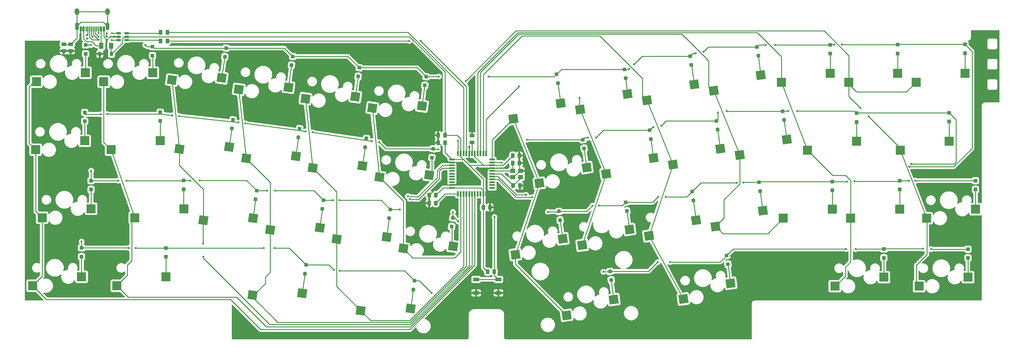
<source format=gbr>
%TF.GenerationSoftware,KiCad,Pcbnew,(5.99.0-9176-ga1730d51ff)*%
%TF.CreationDate,2021-05-08T16:46:04-05:00*%
%TF.ProjectId,prime e clone,7072696d-6520-4652-9063-6c6f6e652e6b,rev?*%
%TF.SameCoordinates,Original*%
%TF.FileFunction,Copper,L2,Bot*%
%TF.FilePolarity,Positive*%
%FSLAX46Y46*%
G04 Gerber Fmt 4.6, Leading zero omitted, Abs format (unit mm)*
G04 Created by KiCad (PCBNEW (5.99.0-9176-ga1730d51ff)) date 2021-05-08 16:46:04*
%MOMM*%
%LPD*%
G01*
G04 APERTURE LIST*
G04 Aperture macros list*
%AMRoundRect*
0 Rectangle with rounded corners*
0 $1 Rounding radius*
0 $2 $3 $4 $5 $6 $7 $8 $9 X,Y pos of 4 corners*
0 Add a 4 corners polygon primitive as box body*
4,1,4,$2,$3,$4,$5,$6,$7,$8,$9,$2,$3,0*
0 Add four circle primitives for the rounded corners*
1,1,$1+$1,$2,$3*
1,1,$1+$1,$4,$5*
1,1,$1+$1,$6,$7*
1,1,$1+$1,$8,$9*
0 Add four rect primitives between the rounded corners*
20,1,$1+$1,$2,$3,$4,$5,0*
20,1,$1+$1,$4,$5,$6,$7,0*
20,1,$1+$1,$6,$7,$8,$9,0*
20,1,$1+$1,$8,$9,$2,$3,0*%
%AMRotRect*
0 Rectangle, with rotation*
0 The origin of the aperture is its center*
0 $1 length*
0 $2 width*
0 $3 Rotation angle, in degrees counterclockwise*
0 Add horizontal line*
21,1,$1,$2,0,0,$3*%
%AMOutline4P*
0 Free polygon, 4 corners , with rotation*
0 The origin of the aperture is its center*
0 number of corners: always 4*
0 $1 to $8 corner X, Y*
0 $9 Rotation angle, in degrees counterclockwise*
0 create outline with 4 corners*
4,1,4,$1,$2,$3,$4,$5,$6,$7,$8,$1,$2,$9*%
G04 Aperture macros list end*
%TA.AperFunction,SMDPad,CuDef*%
%ADD10R,1.700000X1.000000*%
%TD*%
%TA.AperFunction,SMDPad,CuDef*%
%ADD11R,1.000000X1.000000*%
%TD*%
%TA.AperFunction,SMDPad,CuDef*%
%ADD12RotRect,1.000000X1.000000X278.000000*%
%TD*%
%TA.AperFunction,SMDPad,CuDef*%
%ADD13RotRect,1.000000X1.000000X262.000000*%
%TD*%
%TA.AperFunction,SMDPad,CuDef*%
%ADD14R,2.550000X2.500000*%
%TD*%
%TA.AperFunction,SMDPad,CuDef*%
%ADD15RotRect,2.550000X2.500000X188.000000*%
%TD*%
%TA.AperFunction,SMDPad,CuDef*%
%ADD16RotRect,2.550000X2.500000X172.000000*%
%TD*%
%TA.AperFunction,SMDPad,CuDef*%
%ADD17RoundRect,0.147500X-0.172500X0.147500X-0.172500X-0.147500X0.172500X-0.147500X0.172500X0.147500X0*%
%TD*%
%TA.AperFunction,SMDPad,CuDef*%
%ADD18RoundRect,0.243750X-0.243750X-0.456250X0.243750X-0.456250X0.243750X0.456250X-0.243750X0.456250X0*%
%TD*%
%TA.AperFunction,SMDPad,CuDef*%
%ADD19RoundRect,0.243750X0.243750X0.456250X-0.243750X0.456250X-0.243750X-0.456250X0.243750X-0.456250X0*%
%TD*%
%TA.AperFunction,SMDPad,CuDef*%
%ADD20O,0.550000X1.500000*%
%TD*%
%TA.AperFunction,SMDPad,CuDef*%
%ADD21Outline4P,-0.750000X-0.250000X0.750000X-0.250000X0.750000X0.250000X-0.750000X0.250000X270.000000*%
%TD*%
%TA.AperFunction,SMDPad,CuDef*%
%ADD22Outline4P,-0.750000X-0.275000X0.750000X-0.275000X0.750000X0.275000X-0.750000X0.275000X270.000000*%
%TD*%
%TA.AperFunction,SMDPad,CuDef*%
%ADD23Outline4P,-0.750000X-0.275000X0.750000X-0.275000X0.750000X0.275000X-0.750000X0.275000X180.000000*%
%TD*%
%TA.AperFunction,SMDPad,CuDef*%
%ADD24Outline4P,-0.750000X-0.250000X0.750000X-0.250000X0.750000X0.250000X-0.750000X0.250000X180.000000*%
%TD*%
%TA.AperFunction,SMDPad,CuDef*%
%ADD25RoundRect,0.250000X-0.375000X-0.625000X0.375000X-0.625000X0.375000X0.625000X-0.375000X0.625000X0*%
%TD*%
%TA.AperFunction,SMDPad,CuDef*%
%ADD26RoundRect,0.243750X-0.456250X0.243750X-0.456250X-0.243750X0.456250X-0.243750X0.456250X0.243750X0*%
%TD*%
%TA.AperFunction,SMDPad,CuDef*%
%ADD27R,1.400000X1.200000*%
%TD*%
%TA.AperFunction,SMDPad,CuDef*%
%ADD28R,0.900000X1.200000*%
%TD*%
%TA.AperFunction,SMDPad,CuDef*%
%ADD29RoundRect,0.150000X-0.512500X-0.150000X0.512500X-0.150000X0.512500X0.150000X-0.512500X0.150000X0*%
%TD*%
%TA.AperFunction,SMDPad,CuDef*%
%ADD30RoundRect,0.150000X-0.150000X-0.575000X0.150000X-0.575000X0.150000X0.575000X-0.150000X0.575000X0*%
%TD*%
%TA.AperFunction,SMDPad,CuDef*%
%ADD31RoundRect,0.075000X-0.075000X-0.650000X0.075000X-0.650000X0.075000X0.650000X-0.075000X0.650000X0*%
%TD*%
%TA.AperFunction,ComponentPad*%
%ADD32O,1.300000X1.900000*%
%TD*%
%TA.AperFunction,ComponentPad*%
%ADD33O,1.100000X2.200000*%
%TD*%
%TA.AperFunction,ViaPad*%
%ADD34C,0.600000*%
%TD*%
%TA.AperFunction,ViaPad*%
%ADD35C,0.650000*%
%TD*%
%TA.AperFunction,Conductor*%
%ADD36C,0.254000*%
%TD*%
G04 APERTURE END LIST*
D10*
%TO.P,SW_RESET1,2,2*%
%TO.N,/RESET*%
X216870000Y-161850000D03*
X210570000Y-161850000D03*
%TO.P,SW_RESET1,1,1*%
%TO.N,GND*%
X216870000Y-165650000D03*
X210570000Y-165650000D03*
%TD*%
D11*
%TO.P,D46,2,A*%
%TO.N,Net-(D46-Pad2)*%
X311230000Y-136650000D03*
%TO.P,D46,1,K*%
%TO.N,ROW2*%
X311230000Y-134150000D03*
%TD*%
%TO.P,D45,2,A*%
%TO.N,Net-(D45-Pad2)*%
X349600000Y-155800000D03*
%TO.P,D45,1,K*%
%TO.N,ROW3*%
X349600000Y-153300000D03*
%TD*%
%TO.P,D44,2,A*%
%TO.N,Net-(D44-Pad2)*%
X325850000Y-155770000D03*
%TO.P,D44,1,K*%
%TO.N,ROW3*%
X325850000Y-153270000D03*
%TD*%
D12*
%TO.P,D43,2,A*%
%TO.N,Net-(D43-Pad2)*%
X281743966Y-157577835D03*
%TO.P,D43,1,K*%
%TO.N,ROW3*%
X281396034Y-155102165D03*
%TD*%
%TO.P,D42,2,A*%
%TO.N,Net-(D42-Pad2)*%
X248743966Y-162057835D03*
%TO.P,D42,1,K*%
%TO.N,ROW3*%
X248396034Y-159582165D03*
%TD*%
D13*
%TO.P,D41,2,A*%
%TO.N,Net-(D41-Pad2)*%
X192796034Y-164717835D03*
%TO.P,D41,1,K*%
%TO.N,ROW3*%
X193143966Y-162242165D03*
%TD*%
%TO.P,D40,2,A*%
%TO.N,Net-(D40-Pad2)*%
X162156034Y-160227835D03*
%TO.P,D40,1,K*%
%TO.N,ROW3*%
X162503966Y-157752165D03*
%TD*%
D11*
%TO.P,D39,2,A*%
%TO.N,Net-(D39-Pad2)*%
X122895000Y-155455000D03*
%TO.P,D39,1,K*%
%TO.N,ROW3*%
X122895000Y-152955000D03*
%TD*%
%TO.P,D38,2,A*%
%TO.N,Net-(D38-Pad2)*%
X99025000Y-155440000D03*
%TO.P,D38,1,K*%
%TO.N,ROW3*%
X99025000Y-152940000D03*
%TD*%
%TO.P,D37,2,A*%
%TO.N,Net-(D37-Pad2)*%
X351740000Y-136420000D03*
%TO.P,D37,1,K*%
%TO.N,ROW2*%
X351740000Y-133920000D03*
%TD*%
%TO.P,D36,2,A*%
%TO.N,Net-(D36-Pad2)*%
X330310000Y-136410000D03*
%TO.P,D36,1,K*%
%TO.N,ROW2*%
X330310000Y-133910000D03*
%TD*%
D12*
%TO.P,D35,2,A*%
%TO.N,Net-(D35-Pad2)*%
X290833966Y-136867835D03*
%TO.P,D35,1,K*%
%TO.N,ROW2*%
X290486034Y-134392165D03*
%TD*%
%TO.P,D34,2,A*%
%TO.N,Net-(D34-Pad2)*%
X271983966Y-139487835D03*
%TO.P,D34,1,K*%
%TO.N,ROW2*%
X271636034Y-137012165D03*
%TD*%
%TO.P,D33,2,A*%
%TO.N,Net-(D33-Pad2)*%
X253193966Y-142517835D03*
%TO.P,D33,1,K*%
%TO.N,ROW2*%
X252846034Y-140042165D03*
%TD*%
%TO.P,D32,2,A*%
%TO.N,Net-(D32-Pad2)*%
X234313966Y-145087835D03*
%TO.P,D32,1,K*%
%TO.N,ROW2*%
X233966034Y-142612165D03*
%TD*%
D13*
%TO.P,D31,2,A*%
%TO.N,Net-(D31-Pad2)*%
X203636034Y-146927835D03*
%TO.P,D31,1,K*%
%TO.N,ROW2*%
X203983966Y-144452165D03*
%TD*%
%TO.P,D30,2,A*%
%TO.N,Net-(D30-Pad2)*%
X185956034Y-144527835D03*
%TO.P,D30,1,K*%
%TO.N,ROW2*%
X186303966Y-142052165D03*
%TD*%
%TO.P,D29,2,A*%
%TO.N,Net-(D29-Pad2)*%
X167096034Y-141897835D03*
%TO.P,D29,1,K*%
%TO.N,ROW2*%
X167443966Y-139422165D03*
%TD*%
%TO.P,D28,2,A*%
%TO.N,Net-(D28-Pad2)*%
X148216034Y-139197835D03*
%TO.P,D28,1,K*%
%TO.N,ROW2*%
X148563966Y-136722165D03*
%TD*%
D11*
%TO.P,D27,2,A*%
%TO.N,Net-(D27-Pad2)*%
X127890000Y-136380000D03*
%TO.P,D27,1,K*%
%TO.N,ROW2*%
X127890000Y-133880000D03*
%TD*%
%TO.P,D26,2,A*%
%TO.N,Net-(D26-Pad2)*%
X101710000Y-136420000D03*
%TO.P,D26,1,K*%
%TO.N,ROW2*%
X101710000Y-133920000D03*
%TD*%
%TO.P,D25,2,A*%
%TO.N,Net-(D25-Pad2)*%
X344280000Y-117200000D03*
%TO.P,D25,1,K*%
%TO.N,ROW1*%
X344280000Y-114700000D03*
%TD*%
%TO.P,D24,2,A*%
%TO.N,Net-(D24-Pad2)*%
X318120000Y-117300000D03*
%TO.P,D24,1,K*%
%TO.N,ROW1*%
X318120000Y-114800000D03*
%TD*%
D12*
%TO.P,D23,2,A*%
%TO.N,Net-(D23-Pad2)*%
X297583966Y-116737835D03*
%TO.P,D23,1,K*%
%TO.N,ROW1*%
X297236034Y-114262165D03*
%TD*%
%TO.P,D22,2,A*%
%TO.N,Net-(D22-Pad2)*%
X278803966Y-119447835D03*
%TO.P,D22,1,K*%
%TO.N,ROW1*%
X278456034Y-116972165D03*
%TD*%
%TO.P,D21,2,A*%
%TO.N,Net-(D21-Pad2)*%
X259943966Y-122127835D03*
%TO.P,D21,1,K*%
%TO.N,ROW1*%
X259596034Y-119652165D03*
%TD*%
%TO.P,D20,2,A*%
%TO.N,Net-(D20-Pad2)*%
X241073966Y-124797835D03*
%TO.P,D20,1,K*%
%TO.N,ROW1*%
X240726034Y-122322165D03*
%TD*%
D13*
%TO.P,D19,2,A*%
%TO.N,Net-(D19-Pad2)*%
X198072068Y-127375670D03*
%TO.P,D19,1,K*%
%TO.N,ROW1*%
X198420000Y-124900000D03*
%TD*%
%TO.P,D18,2,A*%
%TO.N,Net-(D18-Pad2)*%
X179196034Y-124417835D03*
%TO.P,D18,1,K*%
%TO.N,ROW1*%
X179543966Y-121942165D03*
%TD*%
%TO.P,D17,2,A*%
%TO.N,Net-(D17-Pad2)*%
X160326034Y-121647835D03*
%TO.P,D17,1,K*%
%TO.N,ROW1*%
X160673966Y-119172165D03*
%TD*%
%TO.P,D16,2,A*%
%TO.N,Net-(D16-Pad2)*%
X141476034Y-119157835D03*
%TO.P,D16,1,K*%
%TO.N,ROW1*%
X141823966Y-116682165D03*
%TD*%
D11*
%TO.P,D15,2,A*%
%TO.N,Net-(D15-Pad2)*%
X121270000Y-117020000D03*
%TO.P,D15,1,K*%
%TO.N,ROW1*%
X121270000Y-114520000D03*
%TD*%
%TO.P,D14,2,A*%
%TO.N,Net-(D14-Pad2)*%
X99900000Y-117090000D03*
%TO.P,D14,1,K*%
%TO.N,ROW1*%
X99900000Y-114590000D03*
%TD*%
%TO.P,D13,2,A*%
%TO.N,Net-(D13-Pad2)*%
X348780000Y-97860000D03*
%TO.P,D13,1,K*%
%TO.N,ROW0*%
X348780000Y-95360000D03*
%TD*%
%TO.P,D12,2,A*%
%TO.N,Net-(D12-Pad2)*%
X329720000Y-97940000D03*
%TO.P,D12,1,K*%
%TO.N,ROW0*%
X329720000Y-95440000D03*
%TD*%
%TO.P,D11,2,A*%
%TO.N,Net-(D11-Pad2)*%
X310640000Y-97960000D03*
%TO.P,D11,1,K*%
%TO.N,ROW0*%
X310640000Y-95460000D03*
%TD*%
D12*
%TO.P,D10,2,A*%
%TO.N,Net-(D10-Pad2)*%
X290303966Y-98547835D03*
%TO.P,D10,1,K*%
%TO.N,ROW0*%
X289956034Y-96072165D03*
%TD*%
%TO.P,D9,2,A*%
%TO.N,Net-(D9-Pad2)*%
X271413966Y-101167835D03*
%TO.P,D9,1,K*%
%TO.N,ROW0*%
X271066034Y-98692165D03*
%TD*%
%TO.P,D8,2,A*%
%TO.N,Net-(D8-Pad2)*%
X252823966Y-104877835D03*
%TO.P,D8,1,K*%
%TO.N,ROW0*%
X252476034Y-102402165D03*
%TD*%
%TO.P,D7,2,A*%
%TO.N,Net-(D7-Pad2)*%
X233663966Y-106297835D03*
%TO.P,D7,1,K*%
%TO.N,ROW0*%
X233316034Y-103822165D03*
%TD*%
D13*
%TO.P,D6,2,A*%
%TO.N,Net-(D6-Pad2)*%
X196066034Y-106967835D03*
%TO.P,D6,1,K*%
%TO.N,ROW0*%
X196413966Y-104492165D03*
%TD*%
%TO.P,D5,2,A*%
%TO.N,Net-(D5-Pad2)*%
X177206034Y-104425335D03*
%TO.P,D5,1,K*%
%TO.N,ROW0*%
X177553966Y-101949665D03*
%TD*%
%TO.P,D4,2,A*%
%TO.N,Net-(D4-Pad2)*%
X158366034Y-101237835D03*
%TO.P,D4,1,K*%
%TO.N,ROW0*%
X158713966Y-98762165D03*
%TD*%
%TO.P,D3,2,A*%
%TO.N,Net-(D3-Pad2)*%
X139526034Y-98869085D03*
%TO.P,D3,1,K*%
%TO.N,ROW0*%
X139873966Y-96393415D03*
%TD*%
D11*
%TO.P,D2,2,A*%
%TO.N,Net-(D2-Pad2)*%
X119100000Y-98510000D03*
%TO.P,D2,1,K*%
%TO.N,ROW0*%
X119100000Y-96010000D03*
%TD*%
%TO.P,D1,2,A*%
%TO.N,Net-(D1-Pad2)*%
X100160000Y-98020000D03*
%TO.P,D1,1,K*%
%TO.N,ROW0*%
X100160000Y-95520000D03*
%TD*%
D14*
%TO.P,SW13,1,Col*%
%TO.N,COL11*%
X334930000Y-106050000D03*
%TO.P,SW13,2,Row*%
%TO.N,Net-(D13-Pad2)*%
X348780000Y-103510000D03*
%TD*%
D15*
%TO.P,SW33,1,Col*%
%TO.N,COL7*%
X240558213Y-152165961D03*
%TO.P,SW33,2,Row*%
%TO.N,Net-(D33-Pad2)*%
X253919926Y-147723132D03*
%TD*%
D16*
%TO.P,SW16,1,Col*%
%TO.N,COL2*%
X126654214Y-124945163D03*
%TO.P,SW16,2,Row*%
%TO.N,Net-(D16-Pad2)*%
X140722927Y-124357430D03*
%TD*%
D14*
%TO.P,SW11,1,Col*%
%TO.N,COL10*%
X296830000Y-106050000D03*
%TO.P,SW11,2,Row*%
%TO.N,Net-(D11-Pad2)*%
X310680000Y-103510000D03*
%TD*%
D16*
%TO.P,SW41,1,Col*%
%TO.N,COL4*%
X177944214Y-170645163D03*
%TO.P,SW41,2,Row*%
%TO.N,Net-(D41-Pad2)*%
X192012927Y-170057430D03*
%TD*%
%TO.P,SW4,1,Col*%
%TO.N,COL3*%
X143454214Y-108075163D03*
%TO.P,SW4,2,Row*%
%TO.N,Net-(D4-Pad2)*%
X157522927Y-107487430D03*
%TD*%
D14*
%TO.P,SW37,1,Col*%
%TO.N,COL11*%
X337900000Y-144530000D03*
%TO.P,SW37,2,Row*%
%TO.N,Net-(D37-Pad2)*%
X351750000Y-141990000D03*
%TD*%
D15*
%TO.P,SW7,1,Col*%
%TO.N,COL6*%
X221098213Y-116425961D03*
%TO.P,SW7,2,Row*%
%TO.N,Net-(D7-Pad2)*%
X234459926Y-111983132D03*
%TD*%
D14*
%TO.P,SW15,1,Col*%
%TO.N,COL1*%
X107400000Y-125170000D03*
%TO.P,SW15,2,Row*%
%TO.N,Net-(D15-Pad2)*%
X121250000Y-122630000D03*
%TD*%
%TO.P,SW14,1,Col*%
%TO.N,COL0*%
X86060000Y-125170000D03*
%TO.P,SW14,2,Row*%
%TO.N,Net-(D14-Pad2)*%
X99910000Y-122630000D03*
%TD*%
D15*
%TO.P,SW21,1,Col*%
%TO.N,COL7*%
X247338213Y-131975961D03*
%TO.P,SW21,2,Row*%
%TO.N,Net-(D21-Pad2)*%
X260699926Y-127533132D03*
%TD*%
D14*
%TO.P,SW39,1,Col*%
%TO.N,COL1*%
X109025000Y-163655000D03*
%TO.P,SW39,2,Row*%
%TO.N,Net-(D39-Pad2)*%
X122875000Y-161115000D03*
%TD*%
%TO.P,SW26,1,Col*%
%TO.N,COL0*%
X87875000Y-144400000D03*
%TO.P,SW26,2,Row*%
%TO.N,Net-(D26-Pad2)*%
X101725000Y-141860000D03*
%TD*%
%TO.P,SW36,1,Col*%
%TO.N,COL10*%
X316450000Y-144530000D03*
%TO.P,SW36,2,Row*%
%TO.N,Net-(D36-Pad2)*%
X330300000Y-141990000D03*
%TD*%
D15*
%TO.P,SW9,1,Col*%
%TO.N,COL8*%
X258828213Y-111135961D03*
%TO.P,SW9,2,Row*%
%TO.N,Net-(D9-Pad2)*%
X272189926Y-106693132D03*
%TD*%
%TO.P,SW10,1,Col*%
%TO.N,COL9*%
X277698213Y-108485961D03*
%TO.P,SW10,2,Row*%
%TO.N,Net-(D10-Pad2)*%
X291059926Y-104043132D03*
%TD*%
D14*
%TO.P,SW45,1,Col*%
%TO.N,COL11*%
X335780000Y-163780000D03*
%TO.P,SW45,2,Row*%
%TO.N,Net-(D45-Pad2)*%
X349630000Y-161240000D03*
%TD*%
D15*
%TO.P,SW43,1,Col*%
%TO.N,COL8*%
X269148213Y-167395961D03*
%TO.P,SW43,2,Row*%
%TO.N,Net-(D43-Pad2)*%
X282509926Y-162953132D03*
%TD*%
D14*
%TO.P,SW12,1,Col*%
%TO.N,COL11*%
X315880000Y-106070000D03*
%TO.P,SW12,2,Row*%
%TO.N,Net-(D12-Pad2)*%
X329730000Y-103530000D03*
%TD*%
%TO.P,SW27,1,Col*%
%TO.N,COL1*%
X114060000Y-144400000D03*
%TO.P,SW27,2,Row*%
%TO.N,Net-(D27-Pad2)*%
X127910000Y-141860000D03*
%TD*%
D16*
%TO.P,SW30,1,Col*%
%TO.N,COL4*%
X171164214Y-150455163D03*
%TO.P,SW30,2,Row*%
%TO.N,Net-(D30-Pad2)*%
X185232927Y-149867430D03*
%TD*%
%TO.P,SW31,1,Col*%
%TO.N,COL5*%
X190024214Y-153105163D03*
%TO.P,SW31,2,Row*%
%TO.N,Net-(D31-Pad2)*%
X204092927Y-152517430D03*
%TD*%
%TO.P,SW40,1,Col*%
%TO.N,COL3*%
X147299214Y-166320163D03*
%TO.P,SW40,2,Row*%
%TO.N,Net-(D40-Pad2)*%
X161367927Y-165732430D03*
%TD*%
D14*
%TO.P,SW46,1,Col*%
%TO.N,COL9*%
X297400000Y-144550000D03*
%TO.P,SW46,2,Row*%
%TO.N,Net-(D46-Pad2)*%
X311250000Y-142010000D03*
%TD*%
%TO.P,SW44,1,Col*%
%TO.N,COL10*%
X311976038Y-163780000D03*
%TO.P,SW44,2,Row*%
%TO.N,Net-(D44-Pad2)*%
X325826038Y-161240000D03*
%TD*%
%TO.P,SW2,1,Col*%
%TO.N,COL1*%
X105300000Y-105930000D03*
%TO.P,SW2,2,Row*%
%TO.N,Net-(D2-Pad2)*%
X119150000Y-103390000D03*
%TD*%
%TO.P,SW1,1,Col*%
%TO.N,COL0*%
X86255000Y-105920000D03*
%TO.P,SW1,2,Row*%
%TO.N,Net-(D1-Pad2)*%
X100105000Y-103380000D03*
%TD*%
D15*
%TO.P,SW32,1,Col*%
%TO.N,COL6*%
X221678213Y-154825961D03*
%TO.P,SW32,2,Row*%
%TO.N,Net-(D32-Pad2)*%
X235039926Y-150383132D03*
%TD*%
%TO.P,SW20,1,Col*%
%TO.N,COL6*%
X228468213Y-134635961D03*
%TO.P,SW20,2,Row*%
%TO.N,Net-(D20-Pad2)*%
X241829926Y-130193132D03*
%TD*%
D16*
%TO.P,SW18,1,Col*%
%TO.N,COL4*%
X164384214Y-130265163D03*
%TO.P,SW18,2,Row*%
%TO.N,Net-(D18-Pad2)*%
X178452927Y-129677430D03*
%TD*%
D15*
%TO.P,SW8,1,Col*%
%TO.N,COL7*%
X239968213Y-113785961D03*
%TO.P,SW8,2,Row*%
%TO.N,Net-(D8-Pad2)*%
X253329926Y-109343132D03*
%TD*%
%TO.P,SW34,1,Col*%
%TO.N,COL8*%
X259408213Y-149515961D03*
%TO.P,SW34,2,Row*%
%TO.N,Net-(D34-Pad2)*%
X272769926Y-145073132D03*
%TD*%
%TO.P,SW42,1,Col*%
%TO.N,COL6*%
X236117751Y-172015961D03*
%TO.P,SW42,2,Row*%
%TO.N,Net-(D42-Pad2)*%
X249479464Y-167573132D03*
%TD*%
D16*
%TO.P,SW19,1,Col*%
%TO.N,COL5*%
X183244214Y-132915163D03*
%TO.P,SW19,2,Row*%
%TO.N,Net-(D19-Pad2)*%
X197312927Y-132327430D03*
%TD*%
%TO.P,SW29,1,Col*%
%TO.N,COL3*%
X152304214Y-147795163D03*
%TO.P,SW29,2,Row*%
%TO.N,Net-(D29-Pad2)*%
X166372927Y-147207430D03*
%TD*%
D15*
%TO.P,SW22,1,Col*%
%TO.N,COL8*%
X266198213Y-129325961D03*
%TO.P,SW22,2,Row*%
%TO.N,Net-(D22-Pad2)*%
X279559926Y-124883132D03*
%TD*%
D16*
%TO.P,SW6,1,Col*%
%TO.N,COL5*%
X181184214Y-113375163D03*
%TO.P,SW6,2,Row*%
%TO.N,Net-(D6-Pad2)*%
X195252927Y-112787430D03*
%TD*%
D15*
%TO.P,SW23,1,Col*%
%TO.N,COL9*%
X285058213Y-126685961D03*
%TO.P,SW23,2,Row*%
%TO.N,Net-(D23-Pad2)*%
X298419926Y-122243132D03*
%TD*%
D16*
%TO.P,SW28,1,Col*%
%TO.N,COL2*%
X133424214Y-145145163D03*
%TO.P,SW28,2,Row*%
%TO.N,Net-(D28-Pad2)*%
X147492927Y-144557430D03*
%TD*%
D14*
%TO.P,SW25,1,Col*%
%TO.N,COL11*%
X330460000Y-125310000D03*
%TO.P,SW25,2,Row*%
%TO.N,Net-(D25-Pad2)*%
X344310000Y-122770000D03*
%TD*%
D15*
%TO.P,SW35,1,Col*%
%TO.N,COL9*%
X278268213Y-146875961D03*
%TO.P,SW35,2,Row*%
%TO.N,Net-(D35-Pad2)*%
X291629926Y-142433132D03*
%TD*%
D14*
%TO.P,SW38,1,Col*%
%TO.N,COL0*%
X85185000Y-163640000D03*
%TO.P,SW38,2,Row*%
%TO.N,Net-(D38-Pad2)*%
X99035000Y-161100000D03*
%TD*%
D16*
%TO.P,SW5,1,Col*%
%TO.N,COL4*%
X162309214Y-110735163D03*
%TO.P,SW5,2,Row*%
%TO.N,Net-(D5-Pad2)*%
X176377927Y-110147430D03*
%TD*%
%TO.P,SW3,1,Col*%
%TO.N,COL2*%
X124584214Y-105435163D03*
%TO.P,SW3,2,Row*%
%TO.N,Net-(D3-Pad2)*%
X138652927Y-104847430D03*
%TD*%
D14*
%TO.P,SW24,1,Col*%
%TO.N,COL10*%
X304270000Y-125310000D03*
%TO.P,SW24,2,Row*%
%TO.N,Net-(D24-Pad2)*%
X318120000Y-122770000D03*
%TD*%
D16*
%TO.P,SW17,1,Col*%
%TO.N,COL3*%
X145524214Y-127605163D03*
%TO.P,SW17,2,Row*%
%TO.N,Net-(D17-Pad2)*%
X159592927Y-127017430D03*
%TD*%
D17*
%TO.P,R4,1*%
%TO.N,Net-(J1-PadB5)*%
X106150000Y-93095000D03*
%TO.P,R4,2*%
%TO.N,GND*%
X106150000Y-94065000D03*
%TD*%
D18*
%TO.P,R2,1*%
%TO.N,+5V*%
X213822500Y-159670000D03*
%TO.P,R2,2*%
%TO.N,/RESET*%
X215697500Y-159670000D03*
%TD*%
%TO.P,C5,1*%
%TO.N,+5V*%
X212602500Y-141480000D03*
%TO.P,C5,2*%
%TO.N,GND*%
X214477500Y-141480000D03*
%TD*%
%TO.P,R7,1*%
%TO.N,/D+*%
X121382500Y-94400000D03*
%TO.P,R7,2*%
%TO.N,Net-(R7-Pad2)*%
X123257500Y-94400000D03*
%TD*%
D19*
%TO.P,R1,1*%
%TO.N,Net-(R1-Pad1)*%
X199160000Y-140250000D03*
%TO.P,R1,2*%
%TO.N,GND*%
X197285000Y-140250000D03*
%TD*%
D18*
%TO.P,R6,1*%
%TO.N,/D-*%
X121382500Y-91940000D03*
%TO.P,R6,2*%
%TO.N,Net-(R6-Pad2)*%
X123257500Y-91940000D03*
%TD*%
%TO.P,C2,1*%
%TO.N,/XTAL1*%
X221040000Y-135310000D03*
%TO.P,C2,2*%
%TO.N,GND*%
X222915000Y-135310000D03*
%TD*%
D20*
%TO.P,U1,1,PE6/INT6/AIN0*%
%TO.N,COL11*%
X205400000Y-126250000D03*
D21*
%TO.P,U1,2,UVCC*%
%TO.N,+5V*%
X206200000Y-126250000D03*
%TO.P,U1,3,D-*%
%TO.N,Net-(R6-Pad2)*%
X207000000Y-126250000D03*
D22*
%TO.P,U1,4,D+*%
%TO.N,Net-(R7-Pad2)*%
X207800000Y-126250000D03*
%TO.P,U1,5,UGND*%
%TO.N,GND*%
X208600000Y-126250000D03*
%TO.P,U1,6,UCAP*%
%TO.N,Net-(C3-Pad2)*%
X209400000Y-126250000D03*
%TO.P,U1,7,VBUS*%
%TO.N,+5V*%
X210200000Y-126250000D03*
%TO.P,U1,8,PB0/SS/PCINT0*%
%TO.N,COL10*%
X211000000Y-126250000D03*
%TO.P,U1,9,PBI/PCINT1/SCLK*%
%TO.N,COL9*%
X211800000Y-126250000D03*
%TO.P,U1,10,PB2/PDI/PCINT2/MOSI*%
%TO.N,COL8*%
X212600000Y-126250000D03*
%TO.P,U1,11,PB3/PDO/PCINT3/MISO*%
%TO.N,COL7*%
X213400000Y-126250000D03*
D23*
%TO.P,U1,12,PB7/RTS*%
%TO.N,COL6*%
X215100000Y-127950000D03*
%TO.P,U1,13,~RESET~*%
%TO.N,/RESET*%
X215100000Y-128750000D03*
%TO.P,U1,14,VCC*%
%TO.N,+5V*%
X215100000Y-129550000D03*
%TO.P,U1,15,GND*%
%TO.N,GND*%
X215100000Y-130350000D03*
%TO.P,U1,16,XTAL2*%
%TO.N,/XTAL2*%
X215100000Y-131150000D03*
%TO.P,U1,17,XTAL1*%
%TO.N,/XTAL1*%
X215100000Y-131950000D03*
%TO.P,U1,18,PD0/SCL/~INT0~*%
%TO.N,ROW1*%
X215100000Y-132750000D03*
%TO.P,U1,19,PD1/SDA/~INT1~*%
%TO.N,ROW0*%
X215100000Y-133550000D03*
%TO.P,U1,20,PD2/RDX1/~INT2~*%
%TO.N,unconnected-(U1-Pad20)*%
X215100000Y-134350000D03*
%TO.P,U1,21,PD3/TXD1/~INT3~*%
%TO.N,unconnected-(U1-Pad21)*%
X215100000Y-135150000D03*
%TO.P,U1,22,PD5/~CTS~/XCK1*%
%TO.N,unconnected-(U1-Pad22)*%
X215100000Y-135950000D03*
D22*
%TO.P,U1,23,GND*%
%TO.N,GND*%
X213400000Y-137650000D03*
%TO.P,U1,24,AVCC*%
%TO.N,+5V*%
X212600000Y-137650000D03*
%TO.P,U1,25,ADC8/PD4*%
%TO.N,unconnected-(U1-Pad25)*%
X211800000Y-137650000D03*
%TO.P,U1,26,ADC9/T1/PD6*%
%TO.N,unconnected-(U1-Pad26)*%
X211000000Y-137650000D03*
%TO.P,U1,27,ADC10/T0/PD7*%
%TO.N,COL0*%
X210200000Y-137650000D03*
%TO.P,U1,28,ADC4/PCINT11/PD8*%
%TO.N,COL1*%
X209400000Y-137650000D03*
%TO.P,U1,29,PCINT4/ADC12/PB5*%
%TO.N,COL2*%
X208600000Y-137650000D03*
%TO.P,U1,30,PCINT6/ADC13/PB6*%
%TO.N,COL3*%
X207800000Y-137650000D03*
%TO.P,U1,31,PC6*%
%TO.N,COL4*%
X207000000Y-137650000D03*
%TO.P,U1,32,CLK/PC7*%
%TO.N,COL5*%
X206200000Y-137650000D03*
%TO.P,U1,33,~HWB~/PE2*%
%TO.N,Net-(R1-Pad1)*%
X205400000Y-137650000D03*
D23*
%TO.P,U1,34,VCC*%
%TO.N,+5V*%
X203700000Y-135950000D03*
%TO.P,U1,35,GND*%
%TO.N,GND*%
X203700000Y-135150000D03*
%TO.P,U1,36,ADC7/PF7*%
%TO.N,unconnected-(U1-Pad36)*%
X203700000Y-134350000D03*
%TO.P,U1,37,ADC5/PF5*%
%TO.N,unconnected-(U1-Pad37)*%
X203700000Y-133550000D03*
%TO.P,U1,38,ADC5/PF5*%
%TO.N,unconnected-(U1-Pad38)*%
X203700000Y-132750000D03*
%TO.P,U1,39,ADC4/PF4*%
%TO.N,unconnected-(U1-Pad39)*%
X203700000Y-131950000D03*
%TO.P,U1,40,ADC1/PF1*%
%TO.N,unconnected-(U1-Pad40)*%
X203700000Y-131150000D03*
%TO.P,U1,41,ADC0/PF0*%
%TO.N,ROW3*%
X203700000Y-130350000D03*
%TO.P,U1,42,AREF*%
%TO.N,ROW2*%
X203700000Y-129550000D03*
%TO.P,U1,43,GND*%
%TO.N,GND*%
X203700000Y-128750000D03*
D24*
%TO.P,U1,44,AVCC*%
%TO.N,+5V*%
X203700000Y-127950000D03*
%TD*%
D18*
%TO.P,C7,1*%
%TO.N,+5V*%
X220912500Y-126860000D03*
%TO.P,C7,2*%
%TO.N,GND*%
X222787500Y-126860000D03*
%TD*%
D25*
%TO.P,F1,1*%
%TO.N,Net-(F1-Pad1)*%
X104615000Y-95730000D03*
%TO.P,F1,2*%
%TO.N,+5V*%
X107415000Y-95730000D03*
%TD*%
D26*
%TO.P,R5,1*%
%TO.N,Net-(C9-Pad1)*%
X94000000Y-95312500D03*
%TO.P,R5,2*%
%TO.N,GND*%
X94000000Y-97187500D03*
%TD*%
D27*
%TO.P,X1,1,1*%
%TO.N,/XTAL2*%
X220890000Y-131180000D03*
%TO.P,X1,2,2*%
%TO.N,GND*%
X223090000Y-131180000D03*
%TO.P,X1,3,3*%
%TO.N,/XTAL1*%
X223090000Y-132880000D03*
%TO.P,X1,4,4*%
%TO.N,GND*%
X220890000Y-132880000D03*
%TD*%
D26*
%TO.P,C3,1*%
%TO.N,GND*%
X209400000Y-121182500D03*
%TO.P,C3,2*%
%TO.N,Net-(C3-Pad2)*%
X209400000Y-123057500D03*
%TD*%
%TO.P,C9,1*%
%TO.N,Net-(C9-Pad1)*%
X95980000Y-95302500D03*
%TO.P,C9,2*%
%TO.N,GND*%
X95980000Y-97177500D03*
%TD*%
D18*
%TO.P,C1,1*%
%TO.N,/XTAL2*%
X220912500Y-128970000D03*
%TO.P,C1,2*%
%TO.N,GND*%
X222787500Y-128970000D03*
%TD*%
D28*
%TO.P,DS1,1,K*%
%TO.N,+5V*%
X107475000Y-98050000D03*
%TO.P,DS1,2,A*%
%TO.N,GND*%
X104175000Y-98050000D03*
%TD*%
D29*
%TO.P,U2,1,IO1*%
%TO.N,/DBUS-*%
X109532500Y-94120000D03*
%TO.P,U2,2,VN*%
%TO.N,GND*%
X109532500Y-93170000D03*
%TO.P,U2,3,IO2*%
%TO.N,/DBUS+*%
X109532500Y-92220000D03*
%TO.P,U2,4,IO3*%
%TO.N,/D-*%
X111807500Y-92220000D03*
%TO.P,U2,5,VP*%
%TO.N,+5V*%
X111807500Y-93170000D03*
%TO.P,U2,6,IO4*%
%TO.N,/D+*%
X111807500Y-94120000D03*
%TD*%
D19*
%TO.P,C8,1*%
%TO.N,+5V*%
X201740000Y-121060000D03*
%TO.P,C8,2*%
%TO.N,GND*%
X199865000Y-121060000D03*
%TD*%
D30*
%TO.P,J1,A1,GND*%
%TO.N,GND*%
X98810000Y-91035000D03*
%TO.P,J1,A4,VBUS*%
%TO.N,Net-(F1-Pad1)*%
X99610000Y-91035000D03*
D31*
%TO.P,J1,A5,CC1*%
%TO.N,Net-(J1-PadA5)*%
X100810000Y-91035000D03*
%TO.P,J1,A6,D+*%
%TO.N,/DBUS+*%
X101806000Y-91035000D03*
%TO.P,J1,A7,D-*%
%TO.N,/DBUS-*%
X102310000Y-91035000D03*
%TO.P,J1,A8,SBU1*%
%TO.N,unconnected-(J1-PadA8)*%
X103310000Y-91035000D03*
D30*
%TO.P,J1,B1,GND*%
%TO.N,GND*%
X105310000Y-91035000D03*
%TO.P,J1,B4,VBUS*%
%TO.N,Net-(F1-Pad1)*%
X104510000Y-91035000D03*
D31*
%TO.P,J1,B5,CC2*%
%TO.N,Net-(J1-PadB5)*%
X103810000Y-91035000D03*
%TO.P,J1,B6,D+*%
%TO.N,/DBUS+*%
X102810000Y-91035000D03*
%TO.P,J1,B7,D-*%
%TO.N,/DBUS-*%
X101310000Y-91035000D03*
%TO.P,J1,B8,SBU2*%
%TO.N,unconnected-(J1-PadB8)*%
X100310000Y-91035000D03*
D32*
%TO.P,J1,S,SHIELD*%
%TO.N,Net-(C9-Pad1)*%
X97760000Y-86060000D03*
D33*
X106360000Y-90260000D03*
D32*
X106360000Y-86060000D03*
D33*
X97760000Y-90260000D03*
%TD*%
D17*
%TO.P,R3,1*%
%TO.N,Net-(J1-PadA5)*%
X100570000Y-92715000D03*
%TO.P,R3,2*%
%TO.N,GND*%
X100570000Y-93685000D03*
%TD*%
D19*
%TO.P,C6,1*%
%TO.N,+5V*%
X199170000Y-138040000D03*
%TO.P,C6,2*%
%TO.N,GND*%
X197295000Y-138040000D03*
%TD*%
%TO.P,C4,1*%
%TO.N,+5V*%
X201750000Y-123150000D03*
%TO.P,C4,2*%
%TO.N,GND*%
X199875000Y-123150000D03*
%TD*%
D34*
%TO.N,/DBUS+*%
X102100000Y-93175000D03*
D35*
%TO.N,GND*%
X208610000Y-124300000D03*
X209400000Y-119260000D03*
%TO.N,Net-(R7-Pad2)*%
X194920000Y-94370000D03*
%TO.N,ROW1*%
X224680000Y-137948000D03*
%TO.N,ROW0*%
X333040000Y-129970000D03*
%TO.N,ROW1*%
X333640000Y-129210000D03*
%TO.N,GND*%
X219030000Y-130350000D03*
D34*
%TO.N,ROW0*%
X214050000Y-104450000D03*
X200020000Y-104450000D03*
X117020000Y-95520000D03*
%TO.N,ROW1*%
X199890000Y-125020000D03*
X224960000Y-122330000D03*
%TO.N,COL7*%
X222710000Y-107290000D03*
%TO.N,ROW3*%
X336890000Y-153160000D03*
X339160000Y-153280000D03*
X315160000Y-153250000D03*
X317820000Y-153260000D03*
X265340000Y-156950000D03*
X261860000Y-156990000D03*
X246550000Y-159700000D03*
X197970000Y-165690000D03*
X171990000Y-159410000D03*
X170370000Y-159190000D03*
%TO.N,COL2*%
X133400000Y-151730000D03*
%TO.N,ROW3*%
X153630000Y-152970000D03*
X150570000Y-152970000D03*
%TO.N,ROW2*%
X332900000Y-133900000D03*
X334730000Y-133920000D03*
X317500000Y-134140000D03*
X315440000Y-134160000D03*
X284270000Y-134520000D03*
X286080000Y-134450000D03*
X264160000Y-138510000D03*
X262010000Y-138530000D03*
X245310000Y-140980000D03*
X243440000Y-141010000D03*
X230870000Y-142730000D03*
X205500000Y-145470000D03*
X204020000Y-142790000D03*
X189010000Y-142040000D03*
X171890000Y-139460000D03*
X170140000Y-139420000D03*
X153760000Y-136690000D03*
X151470000Y-136710000D03*
X132430000Y-133870000D03*
X129750000Y-133930000D03*
X111700000Y-133950000D03*
X109390000Y-133920000D03*
%TO.N,ROW3*%
X114280000Y-152980000D03*
X112420000Y-152960000D03*
X99030000Y-151140000D03*
%TO.N,ROW2*%
X101730000Y-131100000D03*
%TO.N,ROW3*%
X191790000Y-139070000D03*
%TO.N,ROW2*%
X191280000Y-138310000D03*
%TO.N,ROW0*%
X311850000Y-95400000D03*
X313990000Y-95430000D03*
X292440000Y-95470000D03*
X295080000Y-95460000D03*
X272680000Y-97890000D03*
X274840000Y-97430000D03*
X255180000Y-101010000D03*
X253870000Y-102300000D03*
%TO.N,ROW1*%
X242140000Y-121760000D03*
X244430000Y-121760000D03*
X260730000Y-118760000D03*
X262890000Y-118320000D03*
X278940000Y-114630000D03*
X281410000Y-114250000D03*
%TO.N,COL11*%
X319200000Y-113340000D03*
X321500000Y-115740000D03*
%TO.N,ROW1*%
X298840000Y-114220000D03*
X301370000Y-114230000D03*
X183150000Y-123040000D03*
X104470000Y-115120000D03*
X162310000Y-119970000D03*
X145310000Y-117710000D03*
X181140000Y-122740000D03*
X164370000Y-120260000D03*
X126580000Y-115610000D03*
X106290000Y-115090000D03*
X124650000Y-115450000D03*
X143370000Y-117460000D03*
%TO.N,ROW0*%
X101730000Y-95520000D03*
X226430000Y-138600000D03*
%TO.N,COL2*%
X133430000Y-155450000D03*
%TO.N,COL7*%
X239790000Y-110490000D03*
%TO.N,COL11*%
X207600000Y-105740000D03*
X205400000Y-122630000D03*
%TO.N,GND*%
X219090000Y-131940000D03*
X208540000Y-127680000D03*
X206590000Y-128770000D03*
X211000000Y-130231000D03*
%TO.N,/RESET*%
X215760000Y-144200000D03*
X217780000Y-128820000D03*
%TO.N,Net-(J1-PadB5)*%
X103829000Y-92230000D03*
X106150000Y-92220000D03*
%TO.N,Net-(R7-Pad2)*%
X191620000Y-94370000D03*
%TO.N,/DBUS+*%
X107670000Y-92230000D03*
X103825000Y-93175000D03*
%TO.N,/DBUS-*%
X103829000Y-94025000D03*
X107550000Y-94125000D03*
%TD*%
D36*
%TO.N,/DBUS+*%
X101806000Y-92881000D02*
X102100000Y-93175000D01*
X101806000Y-91035000D02*
X101806000Y-92881000D01*
%TO.N,/DBUS-*%
X101310000Y-93312977D02*
X102022023Y-94025000D01*
X102022023Y-94025000D02*
X103829000Y-94025000D01*
X102022023Y-94025000D02*
X102125000Y-94025000D01*
%TO.N,GND*%
X208600000Y-124310000D02*
X208610000Y-124300000D01*
X208600000Y-126250000D02*
X208600000Y-124310000D01*
X209400000Y-121182500D02*
X209400000Y-119260000D01*
%TO.N,Net-(R7-Pad2)*%
X207800000Y-107250000D02*
X207800000Y-107648076D01*
X194920000Y-94370000D02*
X207800000Y-107250000D01*
X207800000Y-107250000D02*
X207800000Y-126250000D01*
%TO.N,COL8*%
X223537940Y-92922060D02*
X212600000Y-103860000D01*
X258828213Y-111135961D02*
X257580000Y-109887748D01*
X257580000Y-109887748D02*
X257580000Y-104940063D01*
X257580000Y-104940063D02*
X245561997Y-92922060D01*
X245561997Y-92922060D02*
X223537940Y-92922060D01*
X212600000Y-103860000D02*
X212600000Y-126250000D01*
%TO.N,COL9*%
X211800000Y-103270000D02*
X211800000Y-103670000D01*
X276270000Y-99950000D02*
X268788040Y-92468040D01*
X277698213Y-108485961D02*
X276270000Y-107057748D01*
X276270000Y-107057748D02*
X276270000Y-99950000D01*
X268788040Y-92468040D02*
X222601960Y-92468040D01*
X222601960Y-92468040D02*
X211800000Y-103270000D01*
X211800000Y-103270000D02*
X211800000Y-126250000D01*
%TO.N,COL10*%
X211000000Y-103380000D02*
X221745000Y-92635000D01*
X222365980Y-92014020D02*
X221745000Y-92635000D01*
X296830000Y-101170063D02*
X296830000Y-98760000D01*
X296830000Y-98760000D02*
X290084020Y-92014020D01*
X290084020Y-92014020D02*
X222365980Y-92014020D01*
%TO.N,COL0*%
X210200000Y-157675376D02*
X210200000Y-156420000D01*
X210200000Y-156420000D02*
X210200000Y-137650000D01*
X210200000Y-157778613D02*
X210200000Y-156420000D01*
X85185000Y-163640000D02*
X89125000Y-167580000D01*
X89125000Y-167580000D02*
X141130000Y-167580000D01*
X141130000Y-167580000D02*
X149603060Y-176053060D01*
X195370000Y-172600000D02*
X195378613Y-172600000D01*
X149603060Y-176053060D02*
X191916940Y-176053060D01*
X195378613Y-172600000D02*
X210200000Y-157778613D01*
X191916940Y-176053060D02*
X195370000Y-172600000D01*
%TO.N,COL1*%
X209400000Y-157936532D02*
X209400000Y-157160000D01*
X209400000Y-157920000D02*
X209400000Y-157160000D01*
X151240000Y-175280000D02*
X192040000Y-175280000D01*
X209400000Y-157160000D02*
X209400000Y-137650000D01*
X109025000Y-163655000D02*
X112240000Y-166870000D01*
X142830000Y-166870000D02*
X151240000Y-175280000D01*
X112240000Y-166870000D02*
X142830000Y-166870000D01*
X192040000Y-175280000D02*
X209400000Y-157920000D01*
%TO.N,COL2*%
X208600000Y-156700000D02*
X208600000Y-137650000D01*
X208600000Y-158030000D02*
X208600000Y-156700000D01*
X192070000Y-174560000D02*
X208600000Y-158030000D01*
X133430000Y-155450000D02*
X133430000Y-155850000D01*
X133430000Y-155850000D02*
X152140000Y-174560000D01*
X152140000Y-174560000D02*
X192070000Y-174560000D01*
%TO.N,COL3*%
X207800000Y-157610000D02*
X207800000Y-137650000D01*
X191932082Y-173980000D02*
X207800000Y-158112082D01*
X207800000Y-158112082D02*
X207800000Y-157610000D01*
X147299214Y-166320163D02*
X147299214Y-166799214D01*
X147299214Y-166799214D02*
X154480000Y-173980000D01*
X154480000Y-173980000D02*
X191932082Y-173980000D01*
%TO.N,COL4*%
X207000000Y-137650000D02*
X207000000Y-157740000D01*
X177944214Y-170645163D02*
X180789051Y-173490000D01*
X207000000Y-158270000D02*
X207000000Y-157740000D01*
X180789051Y-173490000D02*
X191780000Y-173490000D01*
X191780000Y-173490000D02*
X207000000Y-158270000D01*
%TO.N,ROW1*%
X221958000Y-137948000D02*
X221695000Y-137685000D01*
X224680000Y-137948000D02*
X221958000Y-137948000D01*
X221958000Y-137948000D02*
X216760000Y-132750000D01*
X216760000Y-132750000D02*
X215100000Y-132750000D01*
%TO.N,ROW0*%
X345572082Y-129970000D02*
X333040000Y-129970000D01*
X348780000Y-95360000D02*
X350780000Y-97360000D01*
X350780000Y-97360000D02*
X350780000Y-124762082D01*
X350780000Y-124762082D02*
X345572082Y-129970000D01*
%TO.N,ROW1*%
X345690000Y-129210000D02*
X333640000Y-129210000D01*
%TO.N,/DBUS-*%
X101310000Y-91035000D02*
X101310000Y-93312977D01*
%TO.N,GND*%
X213400000Y-131236380D02*
X213400000Y-131367780D01*
X215100000Y-130350000D02*
X214286380Y-130350000D01*
X214286380Y-130350000D02*
X213400000Y-131236380D01*
X213400000Y-131236380D02*
X213400000Y-137650000D01*
X215100000Y-130350000D02*
X219030000Y-130350000D01*
X223090000Y-131180000D02*
X222901380Y-131180000D01*
X222901380Y-131180000D02*
X221201380Y-132880000D01*
X221201380Y-132880000D02*
X220890000Y-132880000D01*
%TO.N,ROW3*%
X200150000Y-133330000D02*
X200150000Y-131150000D01*
X200950000Y-130350000D02*
X203700000Y-130350000D01*
X194130000Y-139237780D02*
X194242220Y-139237780D01*
X194107780Y-139260000D02*
X194130000Y-139237780D01*
X194242220Y-139237780D02*
X200150000Y-133330000D01*
X200150000Y-131150000D02*
X200950000Y-130350000D01*
%TO.N,ROW2*%
X199550000Y-133056740D02*
X199550000Y-131020000D01*
X194027780Y-138540000D02*
X194066740Y-138540000D01*
X194066740Y-138540000D02*
X199550000Y-133056740D01*
X199550000Y-131020000D02*
X201020000Y-129550000D01*
X201020000Y-129550000D02*
X203700000Y-129550000D01*
%TO.N,GND*%
X203700000Y-135150000D02*
X204513620Y-135150000D01*
X204513620Y-135150000D02*
X206590000Y-133073620D01*
X206590000Y-133073620D02*
X206590000Y-128770000D01*
X202911380Y-128750000D02*
X203700000Y-128750000D01*
X199875000Y-123150000D02*
X200620000Y-123895000D01*
X200620000Y-123895000D02*
X200620000Y-126458620D01*
X200620000Y-126458620D02*
X202911380Y-128750000D01*
%TO.N,Net-(D8-Pad2)*%
X252823966Y-104877835D02*
X253329926Y-109343132D01*
%TO.N,Net-(D1-Pad2)*%
X100160000Y-98020000D02*
X100160000Y-103325000D01*
X100160000Y-103325000D02*
X100105000Y-103380000D01*
%TO.N,Net-(D19-Pad2)*%
X198072068Y-127375670D02*
X198072068Y-131568289D01*
X198072068Y-131568289D02*
X197312927Y-132327430D01*
%TO.N,Net-(D2-Pad2)*%
X119100000Y-98510000D02*
X119150000Y-98560000D01*
X119150000Y-98560000D02*
X119150000Y-103390000D01*
%TO.N,ROW0*%
X196413966Y-104492165D02*
X199977835Y-104492165D01*
X199977835Y-104492165D02*
X200020000Y-104450000D01*
X214050000Y-104450000D02*
X232688199Y-104450000D01*
X232688199Y-104450000D02*
X233316034Y-103822165D01*
X177553966Y-101949665D02*
X193871466Y-101949665D01*
X193871466Y-101949665D02*
X196413966Y-104492165D01*
X158713966Y-98762165D02*
X174366466Y-98762165D01*
X174366466Y-98762165D02*
X177553966Y-101949665D01*
X139873966Y-96393415D02*
X156345216Y-96393415D01*
X156345216Y-96393415D02*
X158713966Y-98762165D01*
X139873966Y-96393415D02*
X119483415Y-96393415D01*
X119483415Y-96393415D02*
X119100000Y-96010000D01*
X119100000Y-96010000D02*
X117510000Y-96010000D01*
X117510000Y-96010000D02*
X117020000Y-95520000D01*
%TO.N,ROW1*%
X199890000Y-125020000D02*
X198540000Y-125020000D01*
X240726034Y-122322165D02*
X224967835Y-122322165D01*
X224967835Y-122322165D02*
X224960000Y-122330000D01*
X198540000Y-125020000D02*
X198420000Y-124900000D01*
X198420000Y-124900000D02*
X185010000Y-124900000D01*
X185010000Y-124900000D02*
X183150000Y-123040000D01*
%TO.N,ROW3*%
X349600000Y-153300000D02*
X339180000Y-153300000D01*
X339180000Y-153300000D02*
X339160000Y-153280000D01*
X336890000Y-153160000D02*
X325960000Y-153160000D01*
X325960000Y-153160000D02*
X325850000Y-153270000D01*
X325850000Y-153270000D02*
X317830000Y-153270000D01*
X283248199Y-153250000D02*
X281396034Y-155102165D01*
X317830000Y-153270000D02*
X317820000Y-153260000D01*
X315160000Y-153250000D02*
X283248199Y-153250000D01*
X248396034Y-159582165D02*
X259267835Y-159582165D01*
X259267835Y-159582165D02*
X261860000Y-156990000D01*
X265340000Y-156950000D02*
X279548199Y-156950000D01*
X279548199Y-156950000D02*
X281396034Y-155102165D01*
X248278199Y-159700000D02*
X248396034Y-159582165D01*
X246550000Y-159700000D02*
X248278199Y-159700000D01*
X193143966Y-162242165D02*
X194522165Y-162242165D01*
X194522165Y-162242165D02*
X197970000Y-165690000D01*
X190311801Y-159410000D02*
X193143966Y-162242165D01*
X162503966Y-157752165D02*
X168932165Y-157752165D01*
X168932165Y-157752165D02*
X170370000Y-159190000D01*
X171990000Y-159410000D02*
X190311801Y-159410000D01*
%TO.N,COL2*%
X133400000Y-151730000D02*
X133400000Y-145169377D01*
X133400000Y-145169377D02*
X133424214Y-145145163D01*
%TO.N,ROW3*%
X153630000Y-152970000D02*
X157721801Y-152970000D01*
X132475000Y-152955000D02*
X150555000Y-152955000D01*
X150555000Y-152955000D02*
X150570000Y-152970000D01*
X157721801Y-152970000D02*
X162503966Y-157752165D01*
X132475000Y-152955000D02*
X132490000Y-152970000D01*
X122895000Y-152955000D02*
X132475000Y-152955000D01*
%TO.N,ROW2*%
X330320000Y-133900000D02*
X330310000Y-133910000D01*
X351740000Y-133920000D02*
X334730000Y-133920000D01*
X332900000Y-133900000D02*
X330320000Y-133900000D01*
X311230000Y-134150000D02*
X315430000Y-134150000D01*
X315430000Y-134150000D02*
X315440000Y-134160000D01*
X317500000Y-134140000D02*
X330080000Y-134140000D01*
X330080000Y-134140000D02*
X330310000Y-133910000D01*
%TO.N,COL10*%
X316450000Y-133840000D02*
X316450000Y-137490000D01*
X304270000Y-125310000D02*
X311360000Y-132400000D01*
X311360000Y-132400000D02*
X315010000Y-132400000D01*
X315010000Y-132400000D02*
X316450000Y-133840000D01*
X316450000Y-133840000D02*
X316450000Y-144530000D01*
%TO.N,ROW2*%
X311230000Y-134150000D02*
X290728199Y-134150000D01*
X290728199Y-134150000D02*
X290486034Y-134392165D01*
X290486034Y-134392165D02*
X286137835Y-134392165D01*
X286137835Y-134392165D02*
X286080000Y-134450000D01*
X284270000Y-134520000D02*
X274128199Y-134520000D01*
X274128199Y-134520000D02*
X271636034Y-137012165D01*
X252846034Y-140042165D02*
X260497835Y-140042165D01*
X264160000Y-138510000D02*
X270138199Y-138510000D01*
X260497835Y-140042165D02*
X262010000Y-138530000D01*
X270138199Y-138510000D02*
X271636034Y-137012165D01*
X245310000Y-140980000D02*
X251908199Y-140980000D01*
X251908199Y-140980000D02*
X252846034Y-140042165D01*
X233966034Y-142612165D02*
X241837835Y-142612165D01*
X241837835Y-142612165D02*
X243440000Y-141010000D01*
X230870000Y-142730000D02*
X233848199Y-142730000D01*
X203983966Y-144452165D02*
X204482165Y-144452165D01*
X204482165Y-144452165D02*
X205500000Y-145470000D01*
X233848199Y-142730000D02*
X233966034Y-142612165D01*
X204020000Y-142790000D02*
X204020000Y-144416131D01*
X186303966Y-142052165D02*
X188997835Y-142052165D01*
X188997835Y-142052165D02*
X189010000Y-142040000D01*
X204020000Y-144416131D02*
X203983966Y-144452165D01*
X167443966Y-139422165D02*
X170137835Y-139422165D01*
X170137835Y-139422165D02*
X170140000Y-139420000D01*
X171890000Y-139460000D02*
X183711801Y-139460000D01*
X183711801Y-139460000D02*
X186303966Y-142052165D01*
X148563966Y-136722165D02*
X151457835Y-136722165D01*
X164711801Y-136690000D02*
X167443966Y-139422165D01*
X151457835Y-136722165D02*
X151470000Y-136710000D01*
X153760000Y-136690000D02*
X164711801Y-136690000D01*
X127890000Y-133880000D02*
X129700000Y-133880000D01*
X145711801Y-133870000D02*
X148563966Y-136722165D01*
X129700000Y-133880000D02*
X129750000Y-133930000D01*
X132430000Y-133870000D02*
X145711801Y-133870000D01*
%TO.N,COL2*%
X133424214Y-136354214D02*
X132965000Y-135895000D01*
X133424214Y-145145163D02*
X133424214Y-136354214D01*
X133424214Y-136354214D02*
X126654214Y-129584214D01*
X126654214Y-129584214D02*
X126654214Y-124945163D01*
%TO.N,ROW2*%
X101710000Y-133920000D02*
X109390000Y-133920000D01*
X111700000Y-133950000D02*
X127820000Y-133950000D01*
X127820000Y-133950000D02*
X127890000Y-133880000D01*
%TO.N,ROW3*%
X122870000Y-152980000D02*
X122895000Y-152955000D01*
X99025000Y-152940000D02*
X112400000Y-152940000D01*
X112400000Y-152940000D02*
X112420000Y-152960000D01*
X114280000Y-152980000D02*
X122870000Y-152980000D01*
X99030000Y-151140000D02*
X99030000Y-152935000D01*
X99030000Y-152935000D02*
X99025000Y-152940000D01*
%TO.N,ROW2*%
X101730000Y-131100000D02*
X101730000Y-133900000D01*
X101730000Y-133900000D02*
X101710000Y-133920000D01*
%TO.N,ROW3*%
X194107780Y-139260000D02*
X191790000Y-139070000D01*
%TO.N,ROW2*%
X194027780Y-138540000D02*
X191280000Y-138310000D01*
X194027780Y-138540000D02*
X194017780Y-138550000D01*
%TO.N,Net-(D12-Pad2)*%
X329720000Y-97940000D02*
X329720000Y-103520000D01*
X329720000Y-103520000D02*
X329730000Y-103530000D01*
%TO.N,ROW0*%
X348780000Y-95360000D02*
X329800000Y-95360000D01*
X329800000Y-95360000D02*
X329720000Y-95440000D01*
X329720000Y-95440000D02*
X314000000Y-95440000D01*
X314000000Y-95440000D02*
X313990000Y-95430000D01*
X310700000Y-95400000D02*
X310640000Y-95460000D01*
X311850000Y-95400000D02*
X310700000Y-95400000D01*
%TO.N,COL11*%
X308930000Y-91560000D02*
X315880000Y-98510000D01*
X207600000Y-105740000D02*
X221780000Y-91560000D01*
X315880000Y-98510000D02*
X315880000Y-106070000D01*
X221780000Y-91560000D02*
X308930000Y-91560000D01*
%TO.N,ROW0*%
X290558199Y-95470000D02*
X289956034Y-96072165D01*
X310640000Y-95460000D02*
X295080000Y-95460000D01*
X292440000Y-95470000D02*
X290558199Y-95470000D01*
X271868199Y-97890000D02*
X271066034Y-98692165D01*
X289956034Y-96072165D02*
X276197835Y-96072165D01*
X276197835Y-96072165D02*
X274840000Y-97430000D01*
X272680000Y-97890000D02*
X271868199Y-97890000D01*
X252476034Y-102402165D02*
X234736034Y-102402165D01*
X234736034Y-102402165D02*
X233316034Y-103822165D01*
X271066034Y-98692165D02*
X258397835Y-98692165D01*
X255180000Y-101010000D02*
X257497835Y-98692165D01*
X257497835Y-98692165D02*
X258397835Y-98692165D01*
X252476034Y-102402165D02*
X253767835Y-102402165D01*
X253767835Y-102402165D02*
X253870000Y-102300000D01*
%TO.N,ROW1*%
X242140000Y-121760000D02*
X241288199Y-121760000D01*
X241288199Y-121760000D02*
X240726034Y-122322165D01*
X259596034Y-119652165D02*
X246537835Y-119652165D01*
X246537835Y-119652165D02*
X244430000Y-121760000D01*
X278456034Y-116972165D02*
X264237835Y-116972165D01*
X260488199Y-118760000D02*
X259596034Y-119652165D01*
X264237835Y-116972165D02*
X262890000Y-118320000D01*
X260730000Y-118760000D02*
X260488199Y-118760000D01*
X297236034Y-114262165D02*
X281422165Y-114262165D01*
X281422165Y-114262165D02*
X281410000Y-114250000D01*
X278940000Y-114630000D02*
X278940000Y-116488199D01*
X278940000Y-116488199D02*
X278456034Y-116972165D01*
%TO.N,COL11*%
X330460000Y-125310000D02*
X330460000Y-124700000D01*
X330460000Y-124700000D02*
X321500000Y-115740000D01*
X319200000Y-113340000D02*
X315880000Y-110020000D01*
X315880000Y-110020000D02*
X315880000Y-106070000D01*
%TO.N,ROW1*%
X297278199Y-114220000D02*
X297236034Y-114262165D01*
X318120000Y-114800000D02*
X317550000Y-114230000D01*
X317550000Y-114230000D02*
X301370000Y-114230000D01*
X298840000Y-114220000D02*
X297278199Y-114220000D01*
X344280000Y-114700000D02*
X318220000Y-114700000D01*
X318220000Y-114700000D02*
X318120000Y-114800000D01*
X346230000Y-116650000D02*
X344280000Y-114700000D01*
X345690000Y-129210000D02*
X346230000Y-128670000D01*
X346230000Y-128670000D02*
X346230000Y-116650000D01*
X164370000Y-120260000D02*
X179467421Y-122486812D01*
X160597421Y-119716812D02*
X162310000Y-119970000D01*
X126580000Y-115610000D02*
X141747421Y-117226812D01*
X179467421Y-122486812D02*
X181140000Y-122740000D01*
X106290000Y-115090000D02*
X121270000Y-115070000D01*
X121270000Y-115070000D02*
X124650000Y-115450000D01*
X145310000Y-117710000D02*
X160597421Y-119716812D01*
X99900000Y-115140000D02*
X104450000Y-115140000D01*
X141747421Y-117226812D02*
X143370000Y-117460000D01*
X104450000Y-115140000D02*
X104470000Y-115120000D01*
X121260000Y-115080000D02*
X121270000Y-115070000D01*
%TO.N,/RESET*%
X216870000Y-161850000D02*
X210570000Y-161850000D01*
X215697500Y-159670000D02*
X215697500Y-160677500D01*
X215697500Y-160677500D02*
X216870000Y-161850000D01*
%TO.N,ROW0*%
X100160000Y-95520000D02*
X101730000Y-95520000D01*
%TO.N,+5V*%
X110576020Y-94948980D02*
X107475000Y-98050000D01*
X111807500Y-93170000D02*
X111145000Y-93170000D01*
X111145000Y-93170000D02*
X110576020Y-93738980D01*
X110576020Y-93738980D02*
X110576020Y-94948980D01*
%TO.N,Net-(D1-Pad2)*%
X100150000Y-103335000D02*
X100105000Y-103380000D01*
%TO.N,ROW0*%
X216820000Y-133550000D02*
X221200000Y-137930000D01*
X221200000Y-137930000D02*
X221870000Y-138600000D01*
X221870000Y-138600000D02*
X226430000Y-138600000D01*
X215100000Y-133550000D02*
X216820000Y-133550000D01*
%TO.N,Net-(D3-Pad2)*%
X139602579Y-98324438D02*
X138652927Y-104847430D01*
%TO.N,Net-(D4-Pad2)*%
X158442579Y-100693188D02*
X157522927Y-107487430D01*
%TO.N,Net-(D5-Pad2)*%
X177282579Y-103880688D02*
X176377927Y-110147430D01*
%TO.N,Net-(D6-Pad2)*%
X196142579Y-106423188D02*
X195252927Y-112787430D01*
%TO.N,Net-(D7-Pad2)*%
X233587421Y-105753188D02*
X234459926Y-111983132D01*
%TO.N,Net-(D9-Pad2)*%
X271337421Y-100623188D02*
X272189926Y-106693132D01*
%TO.N,Net-(D10-Pad2)*%
X290227421Y-98003188D02*
X291059926Y-104043132D01*
%TO.N,Net-(D11-Pad2)*%
X310640000Y-97410000D02*
X310680000Y-103510000D01*
%TO.N,Net-(D13-Pad2)*%
X348780000Y-97310000D02*
X348780000Y-103510000D01*
%TO.N,Net-(D14-Pad2)*%
X99900000Y-122620000D02*
X99910000Y-122630000D01*
X99900000Y-116540000D02*
X99900000Y-122620000D01*
%TO.N,Net-(D15-Pad2)*%
X121270000Y-116470000D02*
X121270000Y-122610000D01*
X121270000Y-122610000D02*
X121250000Y-122630000D01*
%TO.N,Net-(D16-Pad2)*%
X141552579Y-118613188D02*
X140722927Y-124357430D01*
%TO.N,Net-(D17-Pad2)*%
X160402579Y-121103188D02*
X159592927Y-127017430D01*
%TO.N,Net-(D18-Pad2)*%
X179272579Y-123873188D02*
X178452927Y-129677430D01*
%TO.N,Net-(D20-Pad2)*%
X240997421Y-124253188D02*
X241829926Y-130193132D01*
%TO.N,Net-(D21-Pad2)*%
X259867421Y-121583188D02*
X260699926Y-127533132D01*
%TO.N,Net-(D22-Pad2)*%
X278727421Y-118903188D02*
X279559926Y-124883132D01*
%TO.N,Net-(D23-Pad2)*%
X297507421Y-116193188D02*
X298419926Y-122243132D01*
%TO.N,Net-(D24-Pad2)*%
X318120000Y-116750000D02*
X318120000Y-122770000D01*
%TO.N,Net-(D25-Pad2)*%
X344280000Y-116650000D02*
X344310000Y-122770000D01*
%TO.N,Net-(D26-Pad2)*%
X101710000Y-135870000D02*
X101725000Y-141860000D01*
%TO.N,Net-(D27-Pad2)*%
X127890000Y-135830000D02*
X127890000Y-141840000D01*
X127890000Y-141840000D02*
X127910000Y-141860000D01*
%TO.N,Net-(D28-Pad2)*%
X148292579Y-138653188D02*
X147492927Y-144557430D01*
%TO.N,Net-(D29-Pad2)*%
X167172579Y-141353188D02*
X166372927Y-147207430D01*
%TO.N,Net-(D30-Pad2)*%
X186032579Y-143983188D02*
X185232927Y-149867430D01*
%TO.N,Net-(D31-Pad2)*%
X203712579Y-146383188D02*
X203712579Y-152137082D01*
X203712579Y-152137082D02*
X204092927Y-152517430D01*
%TO.N,Net-(D32-Pad2)*%
X234237421Y-144543188D02*
X235039926Y-150383132D01*
%TO.N,Net-(D33-Pad2)*%
X253117421Y-141973188D02*
X253919926Y-147723132D01*
%TO.N,Net-(D34-Pad2)*%
X271907421Y-138943188D02*
X272769926Y-145073132D01*
%TO.N,Net-(D35-Pad2)*%
X290757421Y-136323188D02*
X291629926Y-142433132D01*
%TO.N,Net-(D36-Pad2)*%
X330310000Y-135860000D02*
X330310000Y-141980000D01*
X330310000Y-141980000D02*
X330300000Y-141990000D01*
%TO.N,Net-(D37-Pad2)*%
X351740000Y-141980000D02*
X351750000Y-141990000D01*
X351740000Y-135870000D02*
X351740000Y-141980000D01*
%TO.N,Net-(D38-Pad2)*%
X99025000Y-154890000D02*
X99035000Y-161100000D01*
X99060000Y-161080000D02*
X99040000Y-161100000D01*
%TO.N,Net-(D39-Pad2)*%
X122895000Y-154905000D02*
X122895000Y-161095000D01*
X122895000Y-161095000D02*
X122875000Y-161115000D01*
%TO.N,Net-(D40-Pad2)*%
X162232579Y-159683188D02*
X161367927Y-165732430D01*
%TO.N,Net-(D41-Pad2)*%
X192872579Y-164173188D02*
X192012927Y-170057430D01*
%TO.N,Net-(D42-Pad2)*%
X248667421Y-161513188D02*
X249479464Y-167573132D01*
%TO.N,Net-(D43-Pad2)*%
X281667421Y-157033188D02*
X282509926Y-162953132D01*
%TO.N,Net-(D44-Pad2)*%
X325850000Y-161216038D02*
X325826038Y-161240000D01*
X325850000Y-155220000D02*
X325850000Y-161216038D01*
%TO.N,Net-(D45-Pad2)*%
X349600000Y-161210000D02*
X349630000Y-161240000D01*
X349600000Y-155250000D02*
X349600000Y-161210000D01*
%TO.N,Net-(D46-Pad2)*%
X311230000Y-136100000D02*
X311230000Y-141990000D01*
X311230000Y-141990000D02*
X311250000Y-142010000D01*
%TO.N,COL0*%
X86255000Y-124975000D02*
X86060000Y-125170000D01*
X86060000Y-142585000D02*
X87875000Y-144400000D01*
X87875000Y-144400000D02*
X87875000Y-160950000D01*
X86060000Y-125170000D02*
X86060000Y-142585000D01*
X84220000Y-107360000D02*
X84220000Y-123330000D01*
X86255000Y-105920000D02*
X85660000Y-105920000D01*
X84220000Y-123330000D02*
X86060000Y-125170000D01*
X85660000Y-105920000D02*
X84220000Y-107360000D01*
X87875000Y-160950000D02*
X85185000Y-163640000D01*
%TO.N,COL1*%
X113194079Y-156535921D02*
X111960000Y-157770000D01*
X111960000Y-160720000D02*
X109025000Y-163655000D01*
X111960000Y-157770000D02*
X111960000Y-160720000D01*
X113194079Y-145265921D02*
X113194079Y-156535921D01*
X105300000Y-105930000D02*
X105300000Y-123070000D01*
X105300000Y-123070000D02*
X107400000Y-125170000D01*
X114060000Y-144400000D02*
X113194079Y-145265921D01*
X107400000Y-125170000D02*
X114060000Y-144400000D01*
%TO.N,COL2*%
X124584214Y-105435163D02*
X126654214Y-124945163D01*
%TO.N,COL3*%
X150990000Y-163050000D02*
X147719837Y-166320163D01*
X145524214Y-127605163D02*
X152304214Y-134385163D01*
X147719837Y-166320163D02*
X147299214Y-166320163D01*
X150990000Y-161119763D02*
X150990000Y-163050000D01*
X152304214Y-147795163D02*
X152304214Y-159805549D01*
X152304214Y-134385163D02*
X152304214Y-147795163D01*
X152304214Y-159805549D02*
X150990000Y-161119763D01*
X143454214Y-108075163D02*
X145524214Y-127605163D01*
%TO.N,COL4*%
X171570000Y-150049377D02*
X171164214Y-150455163D01*
X171164214Y-150455163D02*
X171164214Y-163865163D01*
X164384214Y-130265163D02*
X171164214Y-137045163D01*
X162309214Y-110735163D02*
X164384214Y-130265163D01*
X171164214Y-137045163D02*
X171164214Y-150455163D01*
X171164214Y-163865163D02*
X177944214Y-170645163D01*
%TO.N,COL5*%
X204510000Y-155740000D02*
X206200000Y-154050000D01*
X192659051Y-155740000D02*
X204510000Y-155740000D01*
X190024214Y-153105163D02*
X192659051Y-155740000D01*
X181184214Y-113375163D02*
X183244214Y-132915163D01*
X206200000Y-154050000D02*
X206200000Y-137650000D01*
X190024214Y-139695163D02*
X190024214Y-153105163D01*
X204510000Y-155740000D02*
X205270000Y-154980000D01*
X183244214Y-132915163D02*
X190024214Y-139695163D01*
%TO.N,COL6*%
X221678213Y-157576423D02*
X236117751Y-172015961D01*
X215100000Y-122424174D02*
X215100000Y-127950000D01*
X221098213Y-116425961D02*
X215100000Y-122424174D01*
X221678213Y-154825961D02*
X221678213Y-157576423D01*
X228468213Y-134635961D02*
X221678213Y-154825961D01*
X221098213Y-116425961D02*
X228468213Y-134635961D01*
%TO.N,COL7*%
X239790000Y-113607748D02*
X239968213Y-113785961D01*
X239968213Y-113785961D02*
X247338213Y-131975961D01*
X222310000Y-107690000D02*
X222710000Y-107290000D01*
X213400000Y-126250000D02*
X213400000Y-116600000D01*
X247338213Y-131975961D02*
X240558213Y-152165961D01*
X239790000Y-110490000D02*
X239790000Y-113607748D01*
X213400000Y-116600000D02*
X222310000Y-107690000D01*
%TO.N,COL8*%
X266198213Y-129325961D02*
X259408213Y-149515961D01*
X258828213Y-111135961D02*
X266198213Y-129325961D01*
X259408213Y-149515961D02*
X269148213Y-167395961D01*
%TO.N,COL9*%
X280610000Y-144534174D02*
X278268213Y-146875961D01*
X285058213Y-126685961D02*
X285058213Y-134851787D01*
X285058213Y-134851787D02*
X280610000Y-139300000D01*
X278268213Y-146875961D02*
X280312252Y-148920000D01*
X293030000Y-148920000D02*
X297400000Y-144550000D01*
X280312252Y-148920000D02*
X293030000Y-148920000D01*
X277698213Y-108485961D02*
X285058213Y-126685961D01*
X280610000Y-139300000D02*
X280610000Y-144534174D01*
%TO.N,COL10*%
X296830000Y-106050000D02*
X304270000Y-125310000D01*
X312120000Y-163780000D02*
X311976038Y-163780000D01*
X314960000Y-158373362D02*
X314960000Y-160940000D01*
X296830000Y-101170063D02*
X296830000Y-102404360D01*
X316450000Y-144530000D02*
X316450000Y-156883362D01*
X211000000Y-126250000D02*
X211000000Y-103380000D01*
X296830000Y-101170063D02*
X296830000Y-106050000D01*
X316450000Y-156883362D02*
X314960000Y-158373362D01*
X314960000Y-160940000D02*
X312120000Y-163780000D01*
%TO.N,COL11*%
X330460000Y-125310000D02*
X337900000Y-144530000D01*
X318090000Y-108780000D02*
X332200000Y-108780000D01*
X315880000Y-106570000D02*
X318090000Y-108780000D01*
X337967921Y-154832079D02*
X335010000Y-157790000D01*
X332200000Y-108780000D02*
X334930000Y-106050000D01*
X335010000Y-163010000D02*
X335780000Y-163780000D01*
X337900000Y-144530000D02*
X337967921Y-144597921D01*
X205400000Y-126250000D02*
X205400000Y-122630000D01*
X315880000Y-106070000D02*
X315880000Y-106570000D01*
X335010000Y-157790000D02*
X335010000Y-163010000D01*
X337967921Y-144597921D02*
X337967921Y-154832079D01*
%TO.N,GND*%
X208540000Y-126310000D02*
X208600000Y-126250000D01*
X203700000Y-135150000D02*
X200185000Y-135150000D01*
X222787500Y-130877500D02*
X223090000Y-131180000D01*
X109532500Y-93170000D02*
X107045000Y-93170000D01*
X106150000Y-94065000D02*
X105310000Y-93225000D01*
X220890000Y-132880000D02*
X220030000Y-132880000D01*
X105310000Y-93225000D02*
X105310000Y-91035000D01*
X206570000Y-128750000D02*
X206590000Y-128770000D01*
X215100000Y-130350000D02*
X214417780Y-130350000D01*
X200185000Y-135150000D02*
X197295000Y-138040000D01*
X220890000Y-132880000D02*
X221390000Y-132880000D01*
X107045000Y-93170000D02*
X106150000Y-94065000D01*
X220030000Y-132880000D02*
X219090000Y-131940000D01*
X203700000Y-128750000D02*
X206570000Y-128750000D01*
X203700000Y-128750000D02*
X204382220Y-128750000D01*
X208540000Y-127680000D02*
X208540000Y-126310000D01*
X211119000Y-130350000D02*
X211000000Y-130231000D01*
X222787500Y-128970000D02*
X222787500Y-130877500D01*
X215240000Y-130490000D02*
X215100000Y-130350000D01*
X222787500Y-128970000D02*
X222787500Y-126860000D01*
X215100000Y-130350000D02*
X211119000Y-130350000D01*
%TO.N,/XTAL2*%
X215100000Y-131150000D02*
X220890000Y-131180000D01*
X220875000Y-128900000D02*
X221135000Y-128640000D01*
X220912500Y-128970000D02*
X220912500Y-131157500D01*
X220912500Y-131157500D02*
X220890000Y-131180000D01*
%TO.N,/XTAL1*%
X217680000Y-131950000D02*
X215100000Y-131950000D01*
X221040000Y-135310000D02*
X223090000Y-133260000D01*
X221040000Y-135310000D02*
X217680000Y-131950000D01*
X223090000Y-133260000D02*
X223090000Y-132880000D01*
%TO.N,Net-(C3-Pad2)*%
X209400000Y-123057500D02*
X209400000Y-126250000D01*
X209400000Y-123137500D02*
X209440000Y-123097500D01*
%TO.N,+5V*%
X212602500Y-141480000D02*
X212602500Y-158580000D01*
X206200000Y-122110000D02*
X205150000Y-121060000D01*
X205150000Y-121060000D02*
X201740000Y-121060000D01*
X208614180Y-129550000D02*
X206200000Y-127135820D01*
X212600000Y-141477500D02*
X212602500Y-141480000D01*
X212600000Y-137650000D02*
X212600000Y-133535820D01*
X218222500Y-129550000D02*
X220912500Y-126860000D01*
X212600000Y-137650000D02*
X212600000Y-136739180D01*
X207014180Y-127950000D02*
X208614180Y-129550000D01*
X206200000Y-127135820D02*
X206200000Y-126250000D01*
X206200000Y-126250000D02*
X206200000Y-122110000D01*
X211810820Y-135950000D02*
X203700000Y-135950000D01*
X201750000Y-126000000D02*
X201750000Y-123150000D01*
X107475000Y-98050000D02*
X107475000Y-97590976D01*
X212600000Y-133535820D02*
X208614180Y-129550000D01*
X212600000Y-137650000D02*
X212600000Y-135939180D01*
X201260000Y-135950000D02*
X199170000Y-138040000D01*
X212589180Y-129550000D02*
X215100000Y-129550000D01*
X107415000Y-97990000D02*
X107475000Y-98050000D01*
X210200000Y-127160820D02*
X212589180Y-129550000D01*
X201740000Y-103090000D02*
X201740000Y-121060000D01*
X215100000Y-129550000D02*
X218222500Y-129550000D01*
X215100000Y-129550000D02*
X208614180Y-129550000D01*
X210200000Y-126250000D02*
X210200000Y-127160820D01*
X191820000Y-93170000D02*
X201740000Y-103090000D01*
X221145000Y-126649720D02*
X221145000Y-126540000D01*
X203700000Y-127950000D02*
X207014180Y-127950000D01*
X212602500Y-158580000D02*
X213692500Y-159670000D01*
X203700000Y-127950000D02*
X201750000Y-126000000D01*
X203700000Y-135950000D02*
X201260000Y-135950000D01*
X212600000Y-137650000D02*
X212600000Y-141477500D01*
X111807500Y-93170000D02*
X191820000Y-93170000D01*
X212600000Y-136739180D02*
X211810820Y-135950000D01*
X107415000Y-95730000D02*
X107415000Y-97990000D01*
X213692500Y-159670000D02*
X213822500Y-159670000D01*
%TO.N,Net-(C9-Pad1)*%
X97760000Y-90160000D02*
X98850000Y-89070000D01*
X97760000Y-86060000D02*
X97760000Y-90260000D01*
X94090000Y-95302500D02*
X94080000Y-95292500D01*
X98850000Y-89070000D02*
X105170000Y-89070000D01*
X95930000Y-95162500D02*
X95920000Y-95152500D01*
X97760000Y-90260000D02*
X97760000Y-93522500D01*
X97760000Y-86060000D02*
X106360000Y-86060000D01*
X106360000Y-86060000D02*
X106360000Y-90260000D01*
X97760000Y-93522500D02*
X95980000Y-95302500D01*
X95980000Y-95302500D02*
X94090000Y-95302500D01*
X105170000Y-89070000D02*
X106360000Y-90260000D01*
X97760000Y-90260000D02*
X97760000Y-90160000D01*
%TO.N,Net-(R1-Pad1)*%
X205400000Y-137650000D02*
X201760000Y-137650000D01*
X201760000Y-137650000D02*
X199160000Y-140250000D01*
%TO.N,/RESET*%
X215757500Y-144202500D02*
X215760000Y-144200000D01*
X215757500Y-159860000D02*
X215757500Y-144202500D01*
X217710000Y-128750000D02*
X217780000Y-128820000D01*
X215100000Y-128750000D02*
X217710000Y-128750000D01*
%TO.N,Net-(J1-PadA5)*%
X100810000Y-92475000D02*
X100570000Y-92715000D01*
X100810000Y-91035000D02*
X100810000Y-92475000D01*
%TO.N,Net-(J1-PadB5)*%
X106150000Y-92220000D02*
X106150000Y-93095000D01*
X103810000Y-92211000D02*
X103829000Y-92230000D01*
X103810000Y-91035000D02*
X103810000Y-92211000D01*
%TO.N,Net-(R6-Pad2)*%
X191308448Y-91940000D02*
X207000000Y-107631552D01*
X207000000Y-107631552D02*
X207000000Y-126250000D01*
X123257500Y-91940000D02*
X191308448Y-91940000D01*
%TO.N,/D-*%
X121402500Y-92220000D02*
X121452500Y-92270000D01*
X121102500Y-92220000D02*
X121382500Y-91940000D01*
X111807500Y-92220000D02*
X121102500Y-92220000D01*
%TO.N,Net-(R7-Pad2)*%
X123287500Y-94370000D02*
X123257500Y-94400000D01*
X191620000Y-94370000D02*
X123287500Y-94370000D01*
%TO.N,/D+*%
X121102500Y-94120000D02*
X121382500Y-94400000D01*
X111807500Y-94120000D02*
X121102500Y-94120000D01*
X121192500Y-94120000D02*
X121452500Y-94380000D01*
%TO.N,Net-(F1-Pad1)*%
X100396549Y-94578989D02*
X101960541Y-94578989D01*
X99610000Y-93792440D02*
X100396549Y-94578989D01*
X104615000Y-95730000D02*
X103111552Y-95730000D01*
X99610000Y-93792440D02*
X99610000Y-91035000D01*
X104510000Y-91035000D02*
X104510000Y-95625000D01*
X101960541Y-94578989D02*
X103111552Y-95730000D01*
X104510000Y-95625000D02*
X104615000Y-95730000D01*
%TO.N,/DBUS+*%
X107670000Y-92230000D02*
X109522500Y-92230000D01*
X102810000Y-91035000D02*
X102810000Y-92160000D01*
X102810000Y-92160000D02*
X103825000Y-93175000D01*
X109522500Y-92230000D02*
X109532500Y-92220000D01*
%TO.N,/DBUS-*%
X107555000Y-94120000D02*
X107550000Y-94125000D01*
X109532500Y-94120000D02*
X107555000Y-94120000D01*
X102310000Y-91035000D02*
X102310000Y-92540063D01*
X103794937Y-94025000D02*
X103829000Y-94025000D01*
X102310000Y-92540063D02*
X103794937Y-94025000D01*
%TD*%
%TA.AperFunction,Conductor*%
%TO.N,GND*%
G36*
X358414121Y-91328002D02*
G01*
X358460614Y-91381658D01*
X358472000Y-91434000D01*
X358472000Y-111666000D01*
X358451998Y-111734121D01*
X358398342Y-111780614D01*
X358346000Y-111792000D01*
X354557961Y-111792000D01*
X354541997Y-111790985D01*
X354504111Y-111786146D01*
X354499252Y-111786279D01*
X354499247Y-111786279D01*
X354484451Y-111786685D01*
X354464768Y-111787225D01*
X354447046Y-111785895D01*
X354441319Y-111785695D01*
X354432487Y-111784114D01*
X354423569Y-111785075D01*
X354423567Y-111785075D01*
X354387752Y-111788935D01*
X354377704Y-111789613D01*
X354369926Y-111789826D01*
X354369923Y-111789826D01*
X354365445Y-111789949D01*
X354361030Y-111790705D01*
X354361023Y-111790706D01*
X354347452Y-111793031D01*
X354339680Y-111794115D01*
X354336928Y-111794412D01*
X354318524Y-111796395D01*
X354313823Y-111797655D01*
X354313816Y-111797656D01*
X354307659Y-111799306D01*
X354296326Y-111801790D01*
X354287122Y-111803367D01*
X354255448Y-111808793D01*
X354247381Y-111812731D01*
X354245920Y-111813444D01*
X354223261Y-111821920D01*
X354208472Y-111825883D01*
X354186512Y-111829726D01*
X354180120Y-111830268D01*
X354180118Y-111830269D01*
X354171177Y-111831027D01*
X354162810Y-111834264D01*
X354162805Y-111834265D01*
X354136705Y-111844363D01*
X354129765Y-111846627D01*
X354129770Y-111846642D01*
X354125533Y-111848107D01*
X354121202Y-111849268D01*
X354117075Y-111851033D01*
X354117071Y-111851034D01*
X354096372Y-111859884D01*
X354092300Y-111861542D01*
X354068817Y-111870627D01*
X354068814Y-111870628D01*
X354064276Y-111872384D01*
X354060061Y-111874817D01*
X354055670Y-111876919D01*
X354055630Y-111876836D01*
X354049176Y-111880064D01*
X354018589Y-111893142D01*
X354011657Y-111898846D01*
X354011656Y-111898847D01*
X354003748Y-111905355D01*
X353986691Y-111917178D01*
X353965604Y-111929353D01*
X353945396Y-111938743D01*
X353930911Y-111943972D01*
X353923662Y-111949268D01*
X353901066Y-111965776D01*
X353894947Y-111969761D01*
X353894956Y-111969774D01*
X353891252Y-111972279D01*
X353887362Y-111974525D01*
X353870351Y-111987887D01*
X353866112Y-111991217D01*
X353862609Y-111993871D01*
X353838357Y-112011589D01*
X353834914Y-112015032D01*
X353831222Y-112018194D01*
X353831161Y-112018123D01*
X353825766Y-112022909D01*
X353799601Y-112043462D01*
X353794383Y-112050763D01*
X353794382Y-112050765D01*
X353788424Y-112059103D01*
X353775002Y-112074943D01*
X353757790Y-112092155D01*
X353740698Y-112106459D01*
X353728063Y-112115257D01*
X353705890Y-112142787D01*
X353704876Y-112144045D01*
X353700001Y-112149473D01*
X353700013Y-112149483D01*
X353697086Y-112152859D01*
X353693906Y-112156039D01*
X353677696Y-112177670D01*
X353675008Y-112181128D01*
X353659226Y-112200721D01*
X353659220Y-112200730D01*
X353656163Y-112204525D01*
X353653726Y-112208745D01*
X353650977Y-112212757D01*
X353650900Y-112212704D01*
X353646926Y-112218725D01*
X353626978Y-112245342D01*
X353623829Y-112253742D01*
X353623827Y-112253746D01*
X353620230Y-112263342D01*
X353611365Y-112282118D01*
X353599195Y-112303196D01*
X353586386Y-112321438D01*
X353582251Y-112326339D01*
X353582249Y-112326341D01*
X353576462Y-112333202D01*
X353572831Y-112341414D01*
X353572831Y-112341415D01*
X353561517Y-112367007D01*
X353558209Y-112373519D01*
X353558223Y-112373526D01*
X353556265Y-112377553D01*
X353554022Y-112381438D01*
X353552355Y-112385596D01*
X353552350Y-112385606D01*
X353543967Y-112406514D01*
X353542258Y-112410571D01*
X353530115Y-112438037D01*
X353528856Y-112442737D01*
X353527236Y-112447330D01*
X353527148Y-112447299D01*
X353524867Y-112454147D01*
X353515830Y-112476685D01*
X353515829Y-112476688D01*
X353512488Y-112485021D01*
X353510628Y-112504159D01*
X353506926Y-112524577D01*
X353502957Y-112539387D01*
X353496635Y-112555979D01*
X353494807Y-112561420D01*
X353490771Y-112569437D01*
X353489148Y-112578264D01*
X353489146Y-112578269D01*
X353482630Y-112613696D01*
X353480416Y-112623512D01*
X353479783Y-112625875D01*
X353477242Y-112635359D01*
X353476708Y-112639801D01*
X353476708Y-112639803D01*
X353475064Y-112653490D01*
X353473885Y-112661251D01*
X353470038Y-112682169D01*
X353469837Y-112689506D01*
X353469729Y-112693423D01*
X353468877Y-112704990D01*
X353465002Y-112737248D01*
X353465002Y-112737252D01*
X353463932Y-112746161D01*
X353465406Y-112755018D01*
X353465406Y-112755021D01*
X353465671Y-112756616D01*
X353467334Y-112780753D01*
X353466235Y-112820834D01*
X353466748Y-112825282D01*
X353471170Y-112863624D01*
X353472000Y-112878060D01*
X353472000Y-140189310D01*
X353451998Y-140257431D01*
X353398342Y-140303924D01*
X353328068Y-140314028D01*
X353293657Y-140303923D01*
X353177867Y-140251043D01*
X353177864Y-140251042D01*
X353169670Y-140247300D01*
X353160755Y-140246018D01*
X353160754Y-140246018D01*
X353029448Y-140227139D01*
X353029441Y-140227138D01*
X353025000Y-140226500D01*
X352501500Y-140226500D01*
X352433379Y-140206498D01*
X352386886Y-140152842D01*
X352375500Y-140100500D01*
X352375500Y-137502199D01*
X352395502Y-137434078D01*
X352447881Y-137388692D01*
X352453316Y-137387096D01*
X352474862Y-137373249D01*
X352568691Y-137312949D01*
X352568694Y-137312947D01*
X352576271Y-137308077D01*
X352587888Y-137294670D01*
X352666082Y-137204431D01*
X352666084Y-137204428D01*
X352671984Y-137197619D01*
X352678596Y-137183140D01*
X352728958Y-137072864D01*
X352728958Y-137072863D01*
X352732700Y-137064670D01*
X352734838Y-137049801D01*
X352752861Y-136924448D01*
X352752862Y-136924441D01*
X352753500Y-136920000D01*
X352753500Y-135920000D01*
X352748273Y-135846921D01*
X352718125Y-135744246D01*
X352709635Y-135715330D01*
X352709634Y-135715328D01*
X352707096Y-135706684D01*
X352665771Y-135642381D01*
X352632949Y-135591309D01*
X352632947Y-135591306D01*
X352628077Y-135583729D01*
X352620944Y-135577548D01*
X352524431Y-135493918D01*
X352524428Y-135493916D01*
X352517619Y-135488016D01*
X352487522Y-135474271D01*
X352392864Y-135431042D01*
X352392863Y-135431042D01*
X352384670Y-135427300D01*
X352375755Y-135426018D01*
X352375754Y-135426018D01*
X352244448Y-135407139D01*
X352244441Y-135407138D01*
X352240000Y-135406500D01*
X352221989Y-135406500D01*
X352153868Y-135386498D01*
X352141673Y-135377584D01*
X352089304Y-135334260D01*
X352089303Y-135334259D01*
X352083197Y-135329208D01*
X351937925Y-135260848D01*
X351830454Y-135240347D01*
X351788003Y-135232249D01*
X351788001Y-135232249D01*
X351780217Y-135230764D01*
X351716400Y-135234779D01*
X351627892Y-135240347D01*
X351627889Y-135240348D01*
X351619982Y-135240845D01*
X351612446Y-135243294D01*
X351612444Y-135243294D01*
X351474830Y-135288007D01*
X351474827Y-135288009D01*
X351467288Y-135290458D01*
X351331730Y-135376486D01*
X351329844Y-135378495D01*
X351266719Y-135405595D01*
X351251645Y-135406500D01*
X351240000Y-135406500D01*
X351166921Y-135411727D01*
X351101140Y-135431042D01*
X351035330Y-135450365D01*
X351035328Y-135450366D01*
X351026684Y-135452904D01*
X350998024Y-135471323D01*
X350911309Y-135527051D01*
X350911306Y-135527053D01*
X350903729Y-135531923D01*
X350897828Y-135538733D01*
X350813918Y-135635569D01*
X350813916Y-135635572D01*
X350808016Y-135642381D01*
X350804272Y-135650579D01*
X350769310Y-135727136D01*
X350747300Y-135775330D01*
X350746018Y-135784245D01*
X350746018Y-135784246D01*
X350727139Y-135915552D01*
X350727138Y-135915559D01*
X350726500Y-135920000D01*
X350726500Y-136920000D01*
X350731727Y-136993079D01*
X350747194Y-137045754D01*
X350769968Y-137123316D01*
X350772904Y-137133316D01*
X350792901Y-137164431D01*
X350847051Y-137248691D01*
X350847053Y-137248694D01*
X350851923Y-137256271D01*
X350858733Y-137262172D01*
X350955569Y-137346082D01*
X350955572Y-137346084D01*
X350962381Y-137351984D01*
X350970579Y-137355728D01*
X350976325Y-137358352D01*
X351028602Y-137382226D01*
X351030842Y-137383249D01*
X351084498Y-137429742D01*
X351104500Y-137497863D01*
X351104500Y-140100500D01*
X351084498Y-140168621D01*
X351030842Y-140215114D01*
X350978500Y-140226500D01*
X350605613Y-140226500D01*
X350537492Y-140206498D01*
X350490999Y-140152842D01*
X350480895Y-140082568D01*
X350491746Y-140046554D01*
X350545709Y-139932651D01*
X350545711Y-139932646D01*
X350547996Y-139927823D01*
X350610233Y-139705663D01*
X350610972Y-139698575D01*
X350633842Y-139479143D01*
X350633843Y-139479133D01*
X350634149Y-139476193D01*
X350634335Y-139456814D01*
X350634372Y-139452962D01*
X350634372Y-139452954D01*
X350634400Y-139450000D01*
X350633619Y-139440790D01*
X350615345Y-139225424D01*
X350615344Y-139225420D01*
X350614894Y-139220113D01*
X350613556Y-139214958D01*
X350613555Y-139214952D01*
X350558275Y-139001970D01*
X350556933Y-138996799D01*
X350477767Y-138821057D01*
X350464365Y-138791305D01*
X350464364Y-138791302D01*
X350462175Y-138786444D01*
X350333329Y-138595062D01*
X350325428Y-138586779D01*
X350232501Y-138489367D01*
X350174079Y-138428125D01*
X350122753Y-138389937D01*
X350018540Y-138312401D01*
X349988978Y-138290406D01*
X349984227Y-138287990D01*
X349984223Y-138287988D01*
X349788078Y-138188263D01*
X349788077Y-138188263D01*
X349783320Y-138185844D01*
X349658715Y-138147153D01*
X349568088Y-138119012D01*
X349568082Y-138119011D01*
X349562985Y-138117428D01*
X349457929Y-138103504D01*
X349339557Y-138087815D01*
X349339552Y-138087815D01*
X349334272Y-138087115D01*
X349328943Y-138087315D01*
X349328941Y-138087315D01*
X349218997Y-138091442D01*
X349103721Y-138095770D01*
X348877925Y-138143147D01*
X348872969Y-138145104D01*
X348872963Y-138145106D01*
X348763684Y-138188263D01*
X348663340Y-138227891D01*
X348536954Y-138304584D01*
X348507586Y-138322405D01*
X348466100Y-138347579D01*
X348462070Y-138351076D01*
X348302704Y-138489367D01*
X348291847Y-138498788D01*
X348281528Y-138511373D01*
X348148946Y-138673067D01*
X348148942Y-138673073D01*
X348145562Y-138677195D01*
X348142923Y-138681831D01*
X348142921Y-138681834D01*
X348070277Y-138809452D01*
X348031428Y-138877700D01*
X347952709Y-139094568D01*
X347951760Y-139099817D01*
X347951759Y-139099820D01*
X347914710Y-139304706D01*
X347911655Y-139321599D01*
X347910958Y-139394258D01*
X347909541Y-139541927D01*
X347909441Y-139552301D01*
X347946129Y-139780078D01*
X347959409Y-139818977D01*
X347962489Y-139889905D01*
X347926733Y-139951240D01*
X347863493Y-139983507D01*
X347844565Y-139985608D01*
X347793929Y-139987376D01*
X347793922Y-139987377D01*
X347789532Y-139987530D01*
X347785208Y-139988293D01*
X347785203Y-139988293D01*
X347643022Y-140013364D01*
X347512890Y-140036310D01*
X347245730Y-140123115D01*
X347241777Y-140125043D01*
X347241772Y-140125045D01*
X347132654Y-140178266D01*
X346993250Y-140246258D01*
X346989611Y-140248713D01*
X346989605Y-140248716D01*
X346848543Y-140343864D01*
X346760366Y-140403340D01*
X346757094Y-140406286D01*
X346753632Y-140408991D01*
X346752820Y-140407952D01*
X346694008Y-140436184D01*
X346623553Y-140427428D01*
X346569017Y-140381970D01*
X346547715Y-140314245D01*
X346553859Y-140272897D01*
X346617398Y-140077342D01*
X346617399Y-140077339D01*
X346618625Y-140073565D01*
X346677628Y-139764261D01*
X346697400Y-139450000D01*
X346677628Y-139135739D01*
X346618625Y-138826435D01*
X346613746Y-138811417D01*
X346554916Y-138630356D01*
X346521322Y-138526964D01*
X346387251Y-138242051D01*
X346380022Y-138230659D01*
X346269081Y-138055844D01*
X346218529Y-137976187D01*
X346209912Y-137965770D01*
X346143310Y-137885263D01*
X346017816Y-137733567D01*
X345788277Y-137518015D01*
X345783770Y-137514740D01*
X345666780Y-137429742D01*
X345533532Y-137332932D01*
X345520014Y-137325500D01*
X345261061Y-137183140D01*
X345261058Y-137183139D01*
X345257599Y-137181237D01*
X345035536Y-137093316D01*
X344968512Y-137066779D01*
X344968509Y-137066778D01*
X344964829Y-137065321D01*
X344960995Y-137064337D01*
X344960987Y-137064334D01*
X344747573Y-137009539D01*
X344659840Y-136987013D01*
X344655912Y-136986517D01*
X344655908Y-136986516D01*
X344505758Y-136967548D01*
X344347441Y-136947548D01*
X344032559Y-136947548D01*
X343874242Y-136967548D01*
X343724092Y-136986516D01*
X343724088Y-136986517D01*
X343720160Y-136987013D01*
X343632427Y-137009539D01*
X343419013Y-137064334D01*
X343419005Y-137064337D01*
X343415171Y-137065321D01*
X343411491Y-137066778D01*
X343411488Y-137066779D01*
X343344464Y-137093316D01*
X343122401Y-137181237D01*
X343118942Y-137183139D01*
X343118939Y-137183140D01*
X342859987Y-137325500D01*
X342846468Y-137332932D01*
X342713220Y-137429742D01*
X342596231Y-137514740D01*
X342591723Y-137518015D01*
X342362184Y-137733567D01*
X342236690Y-137885263D01*
X342170089Y-137965770D01*
X342161471Y-137976187D01*
X342110919Y-138055844D01*
X341999979Y-138230659D01*
X341992749Y-138242051D01*
X341858678Y-138526964D01*
X341825084Y-138630356D01*
X341766255Y-138811417D01*
X341761375Y-138826435D01*
X341702372Y-139135739D01*
X341682600Y-139450000D01*
X341702372Y-139764261D01*
X341761375Y-140073565D01*
X341762601Y-140077339D01*
X341762602Y-140077342D01*
X341798982Y-140189310D01*
X341858678Y-140373036D01*
X341992749Y-140657949D01*
X341994867Y-140661287D01*
X341994869Y-140661290D01*
X342077000Y-140790708D01*
X342161471Y-140923813D01*
X342163990Y-140926858D01*
X342163993Y-140926862D01*
X342203340Y-140974424D01*
X342362184Y-141166433D01*
X342591723Y-141381985D01*
X342594925Y-141384312D01*
X342594927Y-141384313D01*
X342669449Y-141438456D01*
X342846468Y-141567068D01*
X342849937Y-141568975D01*
X342849940Y-141568977D01*
X343115907Y-141715193D01*
X343122401Y-141718763D01*
X343260416Y-141773407D01*
X343411488Y-141833221D01*
X343411491Y-141833222D01*
X343415171Y-141834679D01*
X343419005Y-141835663D01*
X343419013Y-141835666D01*
X343596070Y-141881126D01*
X343720160Y-141912987D01*
X343724088Y-141913483D01*
X343724092Y-141913484D01*
X343828069Y-141926619D01*
X344032559Y-141952452D01*
X344347441Y-141952452D01*
X344551931Y-141926619D01*
X344655908Y-141913484D01*
X344655912Y-141913483D01*
X344659840Y-141912987D01*
X344783930Y-141881126D01*
X344960987Y-141835666D01*
X344960995Y-141835663D01*
X344964829Y-141834679D01*
X344968509Y-141833222D01*
X344968512Y-141833221D01*
X345119584Y-141773407D01*
X345257599Y-141718763D01*
X345264093Y-141715193D01*
X345530060Y-141568977D01*
X345530063Y-141568975D01*
X345533532Y-141567068D01*
X345710551Y-141438456D01*
X345785073Y-141384313D01*
X345785075Y-141384312D01*
X345788277Y-141381985D01*
X345860616Y-141314054D01*
X345923966Y-141282003D01*
X345994588Y-141289290D01*
X346050059Y-141333601D01*
X346072768Y-141400867D01*
X346067988Y-141440633D01*
X346054780Y-141486697D01*
X346035499Y-141553938D01*
X346030500Y-141571370D01*
X346029889Y-141575720D01*
X346029888Y-141575723D01*
X346017434Y-141664341D01*
X345991405Y-141849545D01*
X345991405Y-142130455D01*
X346014079Y-142291788D01*
X346029539Y-142401789D01*
X346030500Y-142408630D01*
X346031712Y-142412856D01*
X346031712Y-142412857D01*
X346045430Y-142460696D01*
X346107929Y-142678658D01*
X346109715Y-142682670D01*
X346109716Y-142682672D01*
X346127441Y-142722483D01*
X346222185Y-142935281D01*
X346224512Y-142939005D01*
X346231867Y-142950776D01*
X346371044Y-143173506D01*
X346373868Y-143176872D01*
X346373872Y-143176877D01*
X346452719Y-143270843D01*
X346551609Y-143388695D01*
X346760366Y-143576660D01*
X346823614Y-143619321D01*
X346989605Y-143731284D01*
X346989611Y-143731287D01*
X346993250Y-143733742D01*
X347124008Y-143797517D01*
X347241772Y-143854955D01*
X347241777Y-143854957D01*
X347245730Y-143856885D01*
X347512890Y-143943690D01*
X347633596Y-143964974D01*
X347785203Y-143991707D01*
X347785208Y-143991707D01*
X347789532Y-143992470D01*
X347793922Y-143992623D01*
X347793929Y-143992624D01*
X348065876Y-144002120D01*
X348065882Y-144002120D01*
X348070270Y-144002273D01*
X348074636Y-144001814D01*
X348074639Y-144001814D01*
X348345268Y-143973370D01*
X348345273Y-143973369D01*
X348349641Y-143972910D01*
X348537719Y-143926017D01*
X348617935Y-143906017D01*
X348617937Y-143906016D01*
X348622206Y-143904952D01*
X348691937Y-143876779D01*
X348878570Y-143801375D01*
X348878576Y-143801372D01*
X348882660Y-143799722D01*
X348886475Y-143797520D01*
X348886480Y-143797517D01*
X349016592Y-143722396D01*
X349125935Y-143659267D01*
X349171921Y-143623339D01*
X349343826Y-143489032D01*
X349343830Y-143489028D01*
X349347294Y-143486322D01*
X349350495Y-143483008D01*
X349539372Y-143287420D01*
X349539374Y-143287417D01*
X349542430Y-143284253D01*
X349555732Y-143265945D01*
X349704956Y-143060556D01*
X349704958Y-143060552D01*
X349707545Y-143056992D01*
X349724251Y-143025573D01*
X349773890Y-142974819D01*
X349843092Y-142958958D01*
X349909884Y-142983028D01*
X349953059Y-143039388D01*
X349961500Y-143084729D01*
X349961500Y-143240000D01*
X349966727Y-143313079D01*
X349982411Y-143366494D01*
X350005085Y-143443714D01*
X350007904Y-143453316D01*
X350028838Y-143485890D01*
X350082051Y-143568691D01*
X350082053Y-143568694D01*
X350086923Y-143576271D01*
X350106410Y-143593157D01*
X350190569Y-143666082D01*
X350190572Y-143666084D01*
X350197381Y-143671984D01*
X350205579Y-143675728D01*
X350283563Y-143711342D01*
X350330330Y-143732700D01*
X350339245Y-143733982D01*
X350339246Y-143733982D01*
X350470552Y-143752861D01*
X350470559Y-143752862D01*
X350475000Y-143753500D01*
X353025000Y-143753500D01*
X353098079Y-143748273D01*
X353186791Y-143722225D01*
X353229670Y-143709635D01*
X353229672Y-143709634D01*
X353238316Y-143707096D01*
X353271014Y-143686082D01*
X353277878Y-143681671D01*
X353345999Y-143661668D01*
X353414120Y-143681670D01*
X353460613Y-143735325D01*
X353472000Y-143787668D01*
X353472000Y-167666000D01*
X353451998Y-167734121D01*
X353398342Y-167780614D01*
X353346000Y-167792000D01*
X350018134Y-167792000D01*
X289557962Y-167791999D01*
X289541999Y-167790984D01*
X289539807Y-167790704D01*
X289504112Y-167786145D01*
X289499253Y-167786278D01*
X289499248Y-167786278D01*
X289481738Y-167786758D01*
X289464768Y-167787224D01*
X289447063Y-167785895D01*
X289441326Y-167785695D01*
X289432491Y-167784113D01*
X289423572Y-167785074D01*
X289423569Y-167785074D01*
X289387753Y-167788934D01*
X289377705Y-167789612D01*
X289369926Y-167789825D01*
X289369923Y-167789825D01*
X289365445Y-167789948D01*
X289347438Y-167793033D01*
X289339685Y-167794113D01*
X289318528Y-167796393D01*
X289313834Y-167797651D01*
X289313827Y-167797652D01*
X289307655Y-167799306D01*
X289296322Y-167801790D01*
X289255448Y-167808792D01*
X289247388Y-167812727D01*
X289245928Y-167813440D01*
X289223260Y-167821919D01*
X289208470Y-167825882D01*
X289186519Y-167829723D01*
X289171174Y-167831025D01*
X289136690Y-167844366D01*
X289129766Y-167846625D01*
X289129771Y-167846639D01*
X289125537Y-167848103D01*
X289121206Y-167849264D01*
X289096319Y-167859905D01*
X289092354Y-167861519D01*
X289064273Y-167872383D01*
X289060060Y-167874816D01*
X289055665Y-167876919D01*
X289055625Y-167876835D01*
X289049172Y-167880063D01*
X289041557Y-167883319D01*
X289018592Y-167893138D01*
X289011661Y-167898841D01*
X289011660Y-167898842D01*
X289003749Y-167905352D01*
X288986689Y-167917177D01*
X288965605Y-167929350D01*
X288945387Y-167938745D01*
X288939353Y-167940923D01*
X288939352Y-167940924D01*
X288930913Y-167943970D01*
X288901051Y-167965785D01*
X288894947Y-167969760D01*
X288894955Y-167969772D01*
X288891241Y-167972284D01*
X288887359Y-167974526D01*
X288866103Y-167991224D01*
X288862624Y-167993858D01*
X288845590Y-168006303D01*
X288838358Y-168011586D01*
X288834910Y-168015034D01*
X288831221Y-168018193D01*
X288831161Y-168018122D01*
X288825757Y-168022916D01*
X288799599Y-168043464D01*
X288794384Y-168050762D01*
X288794380Y-168050766D01*
X288788427Y-168059098D01*
X288775005Y-168074938D01*
X288757790Y-168092153D01*
X288740704Y-168106453D01*
X288728066Y-168115253D01*
X288722435Y-168122244D01*
X288704884Y-168144034D01*
X288700000Y-168149472D01*
X288700012Y-168149482D01*
X288697084Y-168152859D01*
X288693908Y-168156035D01*
X288677673Y-168177698D01*
X288675013Y-168181120D01*
X288656165Y-168204520D01*
X288653731Y-168208735D01*
X288650980Y-168212749D01*
X288650903Y-168212696D01*
X288646928Y-168218720D01*
X288634363Y-168235486D01*
X288626979Y-168245338D01*
X288620226Y-168263351D01*
X288611373Y-168282101D01*
X288599197Y-168303191D01*
X288586390Y-168321430D01*
X288576461Y-168333200D01*
X288572831Y-168341411D01*
X288561516Y-168367005D01*
X288558210Y-168373515D01*
X288558223Y-168373521D01*
X288556261Y-168377557D01*
X288554023Y-168381433D01*
X288552358Y-168385585D01*
X288543968Y-168406508D01*
X288542264Y-168410551D01*
X288530114Y-168438035D01*
X288528856Y-168442730D01*
X288527236Y-168447323D01*
X288527149Y-168447292D01*
X288524869Y-168454135D01*
X288512487Y-168485015D01*
X288511619Y-168493951D01*
X288510627Y-168504154D01*
X288506927Y-168524568D01*
X288502958Y-168539380D01*
X288496639Y-168555961D01*
X288494805Y-168561419D01*
X288490770Y-168569435D01*
X288489147Y-168578262D01*
X288489145Y-168578267D01*
X288482629Y-168613694D01*
X288480415Y-168623510D01*
X288478402Y-168631024D01*
X288477241Y-168635357D01*
X288476707Y-168639799D01*
X288476707Y-168639801D01*
X288475063Y-168653488D01*
X288473884Y-168661249D01*
X288470037Y-168682167D01*
X288469904Y-168687023D01*
X288469728Y-168693421D01*
X288468876Y-168704988D01*
X288465001Y-168737246D01*
X288465001Y-168737250D01*
X288463931Y-168746159D01*
X288465405Y-168755016D01*
X288465405Y-168755019D01*
X288465670Y-168756614D01*
X288467333Y-168780751D01*
X288466234Y-168820834D01*
X288466747Y-168825282D01*
X288471169Y-168863624D01*
X288471999Y-168878060D01*
X288471999Y-178666000D01*
X288451997Y-178734121D01*
X288398341Y-178780614D01*
X288345999Y-178792000D01*
X219063528Y-178792000D01*
X219041203Y-178790006D01*
X219037582Y-178789354D01*
X219030326Y-178788048D01*
X218965799Y-178786520D01*
X218949168Y-178786126D01*
X218927576Y-178783741D01*
X218850800Y-178768469D01*
X218827164Y-178761299D01*
X218761884Y-178734259D01*
X218740101Y-178722616D01*
X218700553Y-178696191D01*
X218681354Y-178683363D01*
X218662263Y-178667694D01*
X218612306Y-178617737D01*
X218596636Y-178598644D01*
X218557385Y-178539901D01*
X218545741Y-178518118D01*
X218522035Y-178460886D01*
X218518699Y-178452834D01*
X218511530Y-178429197D01*
X218496260Y-178352425D01*
X218493874Y-178330828D01*
X218492136Y-178257424D01*
X218492136Y-178257422D01*
X218492030Y-178252952D01*
X218491291Y-178248540D01*
X218491290Y-178248528D01*
X218489731Y-178239218D01*
X218488000Y-178218407D01*
X218488000Y-174571876D01*
X228800081Y-174571876D01*
X228800081Y-174856134D01*
X228839642Y-175137625D01*
X228917994Y-175410871D01*
X229033612Y-175670553D01*
X229184246Y-175911617D01*
X229187070Y-175914983D01*
X229187074Y-175914988D01*
X229275292Y-176020122D01*
X229366963Y-176129371D01*
X229578208Y-176319577D01*
X229581847Y-176322032D01*
X229581854Y-176322037D01*
X229810223Y-176476074D01*
X229810229Y-176476077D01*
X229813868Y-176478532D01*
X229817819Y-176480459D01*
X230065399Y-176601212D01*
X230065404Y-176601214D01*
X230069357Y-176603142D01*
X230269359Y-176668127D01*
X230332436Y-176688622D01*
X230339702Y-176690983D01*
X230619641Y-176740343D01*
X230624033Y-176740496D01*
X230624039Y-176740497D01*
X230899332Y-176750111D01*
X230899338Y-176750111D01*
X230903726Y-176750264D01*
X230908092Y-176749805D01*
X230908095Y-176749805D01*
X231182053Y-176721011D01*
X231182058Y-176721010D01*
X231186426Y-176720551D01*
X231359199Y-176677474D01*
X231457965Y-176652849D01*
X231457967Y-176652848D01*
X231462240Y-176651783D01*
X231725799Y-176545298D01*
X231971974Y-176403169D01*
X232195972Y-176228163D01*
X232268777Y-176152772D01*
X232390376Y-176026852D01*
X232390378Y-176026849D01*
X232393434Y-176023685D01*
X232474856Y-175911617D01*
X232557927Y-175797280D01*
X232557929Y-175797276D01*
X232560516Y-175793716D01*
X232562582Y-175789830D01*
X232562586Y-175789824D01*
X232691900Y-175546618D01*
X232693967Y-175542731D01*
X232758724Y-175364814D01*
X232789684Y-175279752D01*
X232789685Y-175279747D01*
X232791189Y-175275616D01*
X232850289Y-174997570D01*
X232870118Y-174714005D01*
X232850289Y-174430440D01*
X232791189Y-174152394D01*
X232693967Y-173885279D01*
X232603066Y-173714319D01*
X232562586Y-173638186D01*
X232562582Y-173638180D01*
X232560516Y-173634294D01*
X232524823Y-173585166D01*
X232396023Y-173407888D01*
X232396021Y-173407885D01*
X232393434Y-173404325D01*
X232390376Y-173401158D01*
X232199026Y-173203009D01*
X232199022Y-173203006D01*
X232195972Y-173199847D01*
X231971974Y-173024841D01*
X231725799Y-172882712D01*
X231462240Y-172776227D01*
X231457967Y-172775162D01*
X231457965Y-172775161D01*
X231241466Y-172721182D01*
X231186426Y-172707459D01*
X231182058Y-172707000D01*
X231182053Y-172706999D01*
X230908095Y-172678205D01*
X230908092Y-172678205D01*
X230903726Y-172677746D01*
X230899338Y-172677899D01*
X230899332Y-172677899D01*
X230624039Y-172687513D01*
X230624033Y-172687514D01*
X230619641Y-172687667D01*
X230339702Y-172737027D01*
X230335514Y-172738388D01*
X230335513Y-172738388D01*
X230286334Y-172754367D01*
X230069357Y-172824868D01*
X230065404Y-172826796D01*
X230065399Y-172826798D01*
X229924121Y-172895704D01*
X229813868Y-172949478D01*
X229810229Y-172951933D01*
X229810223Y-172951936D01*
X229581854Y-173105973D01*
X229581847Y-173105978D01*
X229578208Y-173108433D01*
X229366963Y-173298639D01*
X229328481Y-173344500D01*
X229187074Y-173513022D01*
X229187070Y-173513027D01*
X229184246Y-173516393D01*
X229033612Y-173757457D01*
X228995734Y-173842532D01*
X228928440Y-173993678D01*
X228917994Y-174017139D01*
X228839642Y-174290385D01*
X228800081Y-174571876D01*
X218488000Y-174571876D01*
X218488000Y-173569506D01*
X218487999Y-171878079D01*
X218489075Y-171861648D01*
X218493125Y-171830858D01*
X218493125Y-171830854D01*
X218493759Y-171826035D01*
X218493575Y-171818279D01*
X218492181Y-171759377D01*
X218492279Y-171756815D01*
X218493066Y-171753636D01*
X218491916Y-171726191D01*
X218490769Y-171698845D01*
X218490693Y-171696549D01*
X218489808Y-171659166D01*
X218489808Y-171659165D01*
X218489702Y-171654690D01*
X218488963Y-171650276D01*
X218488869Y-171649291D01*
X218488553Y-171644684D01*
X218488469Y-171643982D01*
X218488265Y-171639114D01*
X218481223Y-171603712D01*
X218480543Y-171599998D01*
X218479306Y-171592607D01*
X218471270Y-171544623D01*
X218468778Y-171539469D01*
X218467319Y-171533810D01*
X218467195Y-171533184D01*
X218459413Y-171494061D01*
X218455995Y-171476875D01*
X218454581Y-171467272D01*
X218454948Y-171459342D01*
X218442075Y-171406337D01*
X218440944Y-171401210D01*
X218436540Y-171379070D01*
X218435664Y-171374666D01*
X218433640Y-171368919D01*
X218430047Y-171356808D01*
X218429048Y-171352695D01*
X218429046Y-171352689D01*
X218427897Y-171347957D01*
X218426034Y-171343460D01*
X218426032Y-171343453D01*
X218418263Y-171324697D01*
X218415826Y-171318333D01*
X218401577Y-171277872D01*
X218398595Y-171269404D01*
X218393356Y-171262114D01*
X218390988Y-171257575D01*
X218386296Y-171247524D01*
X218364589Y-171195119D01*
X218361336Y-171185995D01*
X218360148Y-171178141D01*
X218353582Y-171163995D01*
X218337187Y-171128677D01*
X218335065Y-171123842D01*
X218333245Y-171119448D01*
X218324714Y-171098852D01*
X218321607Y-171093608D01*
X218315721Y-171082433D01*
X218313936Y-171078588D01*
X218311887Y-171074173D01*
X218307608Y-171067768D01*
X218297904Y-171053246D01*
X218294270Y-171047476D01*
X218272399Y-171010566D01*
X218272395Y-171010561D01*
X218267822Y-171002844D01*
X218261263Y-170996717D01*
X218258057Y-170992730D01*
X218251485Y-170983775D01*
X218219985Y-170936630D01*
X218215004Y-170928298D01*
X218212309Y-170920834D01*
X218207017Y-170913591D01*
X218207016Y-170913588D01*
X218180143Y-170876804D01*
X218177120Y-170872479D01*
X218164580Y-170853712D01*
X218162090Y-170849985D01*
X218159096Y-170846648D01*
X218159092Y-170846643D01*
X218158030Y-170845459D01*
X218150063Y-170835630D01*
X218147566Y-170832212D01*
X218144693Y-170828279D01*
X218126887Y-170810473D01*
X218122198Y-170805524D01*
X218103513Y-170784699D01*
X218087561Y-170766920D01*
X218079936Y-170762192D01*
X218076000Y-170758895D01*
X218067814Y-170751400D01*
X218027731Y-170711317D01*
X218021216Y-170704114D01*
X218017114Y-170697314D01*
X217976977Y-170660407D01*
X217973167Y-170656753D01*
X217954038Y-170637624D01*
X217949160Y-170633968D01*
X217939439Y-170625890D01*
X217939141Y-170625616D01*
X217932740Y-170619730D01*
X217928693Y-170617026D01*
X217928688Y-170617022D01*
X217911806Y-170605742D01*
X217906244Y-170601804D01*
X217871918Y-170576079D01*
X217871916Y-170576078D01*
X217864735Y-170570696D01*
X217856335Y-170567547D01*
X217851842Y-170565087D01*
X217842350Y-170559333D01*
X217795200Y-170527829D01*
X217787409Y-170522037D01*
X217782064Y-170516173D01*
X217767642Y-170507387D01*
X217735493Y-170487801D01*
X217731047Y-170484964D01*
X217729067Y-170483641D01*
X217708551Y-170469933D01*
X217704513Y-170467998D01*
X217704507Y-170467995D01*
X217703064Y-170467304D01*
X217691964Y-170461283D01*
X217688333Y-170459071D01*
X217688322Y-170459065D01*
X217684175Y-170456539D01*
X217679692Y-170454682D01*
X217679688Y-170454680D01*
X217660883Y-170446891D01*
X217654660Y-170444113D01*
X217616003Y-170425592D01*
X217616004Y-170425592D01*
X217607907Y-170421713D01*
X217599048Y-170420262D01*
X217594184Y-170418733D01*
X217583753Y-170414942D01*
X217549919Y-170400928D01*
X217531333Y-170393229D01*
X217522579Y-170389077D01*
X217516189Y-170384366D01*
X217464992Y-170365630D01*
X217460095Y-170363721D01*
X217435071Y-170353356D01*
X217429165Y-170351845D01*
X217417095Y-170348103D01*
X217417081Y-170348098D01*
X217408547Y-170344975D01*
X217403777Y-170344026D01*
X217403766Y-170344023D01*
X217383844Y-170340060D01*
X217377202Y-170338551D01*
X217354106Y-170332643D01*
X217326954Y-170325697D01*
X217317983Y-170326003D01*
X217312903Y-170325451D01*
X217301924Y-170323766D01*
X217246811Y-170312802D01*
X217244325Y-170312145D01*
X217241396Y-170310685D01*
X217218509Y-170306565D01*
X217187370Y-170300958D01*
X217185115Y-170300531D01*
X217156115Y-170294763D01*
X217144100Y-170292373D01*
X217139630Y-170292131D01*
X217138646Y-170292007D01*
X217134073Y-170291308D01*
X217133379Y-170291238D01*
X217128587Y-170290375D01*
X217108247Y-170289893D01*
X217092505Y-170289520D01*
X217088677Y-170289371D01*
X217041626Y-170286823D01*
X217041624Y-170286823D01*
X217032664Y-170286338D01*
X217027090Y-170287645D01*
X217021265Y-170287833D01*
X216983215Y-170286932D01*
X216961721Y-170286423D01*
X216961720Y-170286423D01*
X216957241Y-170286317D01*
X216923176Y-170290375D01*
X216916964Y-170291115D01*
X216902060Y-170292000D01*
X216747318Y-170292000D01*
X213464157Y-170291999D01*
X210058078Y-170291999D01*
X210041647Y-170290923D01*
X210010857Y-170286873D01*
X210010853Y-170286873D01*
X210006034Y-170286239D01*
X210001174Y-170286354D01*
X210001173Y-170286354D01*
X209939373Y-170287817D01*
X209936811Y-170287719D01*
X209933632Y-170286932D01*
X209914007Y-170287755D01*
X209878841Y-170289229D01*
X209876545Y-170289305D01*
X209856261Y-170289785D01*
X209834689Y-170290296D01*
X209830257Y-170291038D01*
X209829305Y-170291129D01*
X209824655Y-170291447D01*
X209823964Y-170291530D01*
X209819110Y-170291733D01*
X209814346Y-170292681D01*
X209814343Y-170292681D01*
X209801696Y-170295197D01*
X209783718Y-170298773D01*
X209779979Y-170299458D01*
X209724622Y-170308728D01*
X209719467Y-170311221D01*
X209713815Y-170312678D01*
X209667077Y-170321975D01*
X209656872Y-170324005D01*
X209647271Y-170325418D01*
X209639341Y-170325051D01*
X209586334Y-170337924D01*
X209581206Y-170339056D01*
X209559056Y-170343462D01*
X209559054Y-170343462D01*
X209554663Y-170344336D01*
X209548920Y-170346359D01*
X209536811Y-170349952D01*
X209527956Y-170352102D01*
X209504673Y-170361746D01*
X209498328Y-170364175D01*
X209457863Y-170378425D01*
X209457859Y-170378427D01*
X209449400Y-170381406D01*
X209442115Y-170386641D01*
X209437580Y-170389007D01*
X209427525Y-170393702D01*
X209375111Y-170415412D01*
X209365987Y-170418665D01*
X209358139Y-170419852D01*
X209350002Y-170423629D01*
X209349999Y-170423630D01*
X209308698Y-170442802D01*
X209303864Y-170444924D01*
X209282997Y-170453567D01*
X209282988Y-170453571D01*
X209278851Y-170455285D01*
X209274997Y-170457569D01*
X209274993Y-170457571D01*
X209273620Y-170458385D01*
X209262435Y-170464276D01*
X209261800Y-170464571D01*
X209254171Y-170468112D01*
X209233211Y-170482117D01*
X209227469Y-170485732D01*
X209190561Y-170507603D01*
X209190559Y-170507605D01*
X209182843Y-170512177D01*
X209176719Y-170518732D01*
X209172725Y-170521944D01*
X209163775Y-170528513D01*
X209116628Y-170560016D01*
X209108301Y-170564995D01*
X209100834Y-170567690D01*
X209056789Y-170599867D01*
X209052516Y-170602854D01*
X209029983Y-170617910D01*
X209026649Y-170620902D01*
X209026642Y-170620907D01*
X209025456Y-170621971D01*
X209015626Y-170629939D01*
X209012211Y-170632433D01*
X209012206Y-170632437D01*
X209008279Y-170635306D01*
X208990475Y-170653110D01*
X208985527Y-170657798D01*
X208953601Y-170686443D01*
X208953599Y-170686445D01*
X208946919Y-170692439D01*
X208942188Y-170700069D01*
X208938906Y-170703988D01*
X208931408Y-170712177D01*
X208891317Y-170752268D01*
X208884111Y-170758785D01*
X208877315Y-170762885D01*
X208871244Y-170769487D01*
X208871243Y-170769488D01*
X208840402Y-170803028D01*
X208836748Y-170806837D01*
X208817623Y-170825962D01*
X208813975Y-170830830D01*
X208805891Y-170840558D01*
X208803025Y-170843674D01*
X208803016Y-170843685D01*
X208799730Y-170847259D01*
X208797028Y-170851303D01*
X208797027Y-170851304D01*
X208785742Y-170868193D01*
X208781805Y-170873754D01*
X208750695Y-170915265D01*
X208747543Y-170923673D01*
X208745087Y-170928158D01*
X208739332Y-170937650D01*
X208707827Y-170984800D01*
X208702036Y-170992590D01*
X208696172Y-170997935D01*
X208667803Y-171044503D01*
X208664962Y-171048953D01*
X208652419Y-171067724D01*
X208652415Y-171067730D01*
X208649932Y-171071447D01*
X208648003Y-171075473D01*
X208647995Y-171075487D01*
X208647294Y-171076951D01*
X208641279Y-171088041D01*
X208636538Y-171095824D01*
X208634677Y-171100318D01*
X208634674Y-171100323D01*
X208626904Y-171119083D01*
X208624126Y-171125309D01*
X208601712Y-171172090D01*
X208600261Y-171180951D01*
X208598729Y-171185825D01*
X208594941Y-171196248D01*
X208573228Y-171248666D01*
X208569078Y-171257416D01*
X208564366Y-171263808D01*
X208561282Y-171272236D01*
X208561279Y-171272241D01*
X208545629Y-171315008D01*
X208543714Y-171319920D01*
X208533355Y-171344928D01*
X208532245Y-171349268D01*
X208531847Y-171350824D01*
X208528105Y-171362892D01*
X208526648Y-171366874D01*
X208524974Y-171371449D01*
X208524026Y-171376215D01*
X208524022Y-171376229D01*
X208520055Y-171396171D01*
X208518546Y-171402813D01*
X208518300Y-171403776D01*
X208505696Y-171453045D01*
X208506001Y-171462015D01*
X208505449Y-171467097D01*
X208503765Y-171478067D01*
X208492802Y-171533184D01*
X208492145Y-171535672D01*
X208490683Y-171538603D01*
X208488006Y-171553473D01*
X208480960Y-171592607D01*
X208480533Y-171594861D01*
X208479140Y-171601865D01*
X208472371Y-171635896D01*
X208472128Y-171640377D01*
X208472007Y-171641342D01*
X208471306Y-171645925D01*
X208471235Y-171646622D01*
X208470373Y-171651412D01*
X208469927Y-171670230D01*
X208469518Y-171687488D01*
X208469369Y-171691315D01*
X208466821Y-171738369D01*
X208466336Y-171747332D01*
X208467643Y-171752906D01*
X208467831Y-171758731D01*
X208466315Y-171822758D01*
X208469209Y-171847049D01*
X208471114Y-171863043D01*
X208471999Y-171877948D01*
X208471999Y-178216478D01*
X208470005Y-178238804D01*
X208469931Y-178239218D01*
X208468048Y-178249674D01*
X208467473Y-178273965D01*
X208466126Y-178330832D01*
X208463741Y-178352424D01*
X208463693Y-178352666D01*
X208448469Y-178429200D01*
X208441299Y-178452836D01*
X208422526Y-178498159D01*
X208414259Y-178518116D01*
X208402617Y-178539897D01*
X208385932Y-178564869D01*
X208363365Y-178598643D01*
X208347694Y-178617737D01*
X208297737Y-178667694D01*
X208278644Y-178683364D01*
X208278643Y-178683365D01*
X208219901Y-178722615D01*
X208198120Y-178734258D01*
X208132838Y-178761299D01*
X208132836Y-178761300D01*
X208109198Y-178768470D01*
X208071897Y-178775889D01*
X208032425Y-178783740D01*
X208010828Y-178786126D01*
X207937424Y-178787864D01*
X207937422Y-178787864D01*
X207932952Y-178787970D01*
X207928540Y-178788709D01*
X207928528Y-178788710D01*
X207919218Y-178790269D01*
X207898407Y-178792000D01*
X142479999Y-178792000D01*
X141614000Y-178791999D01*
X141545879Y-178771997D01*
X141499386Y-178718341D01*
X141488000Y-178665999D01*
X141488000Y-170634682D01*
X141488020Y-170632464D01*
X141489847Y-170528707D01*
X141489847Y-170528705D01*
X141490000Y-170520000D01*
X141488671Y-170519983D01*
X141488000Y-170515007D01*
X141488000Y-169140922D01*
X141508002Y-169072801D01*
X141561658Y-169026308D01*
X141631932Y-169016204D01*
X141696512Y-169045698D01*
X141703095Y-169051827D01*
X149098189Y-176446921D01*
X149105503Y-176454959D01*
X149109546Y-176461330D01*
X149115321Y-176466753D01*
X149158196Y-176507015D01*
X149161038Y-176509770D01*
X149181681Y-176530413D01*
X149185215Y-176533154D01*
X149185216Y-176533155D01*
X149194243Y-176540865D01*
X149220804Y-176565808D01*
X149220808Y-176565811D01*
X149226584Y-176571235D01*
X149233529Y-176575053D01*
X149233530Y-176575054D01*
X149244415Y-176581038D01*
X149260939Y-176591893D01*
X149270755Y-176599508D01*
X149270761Y-176599511D01*
X149277018Y-176604365D01*
X149284288Y-176607511D01*
X149284295Y-176607515D01*
X149317737Y-176621986D01*
X149328398Y-176627209D01*
X149360323Y-176644760D01*
X149360326Y-176644761D01*
X149367276Y-176648582D01*
X149374956Y-176650554D01*
X149386991Y-176653644D01*
X149405692Y-176660047D01*
X149417089Y-176664979D01*
X149417095Y-176664981D01*
X149424366Y-176668127D01*
X149432191Y-176669366D01*
X149432200Y-176669369D01*
X149468181Y-176675068D01*
X149479802Y-176677474D01*
X149517028Y-176687032D01*
X149517037Y-176687033D01*
X149522784Y-176688509D01*
X149523595Y-176688560D01*
X149543456Y-176688560D01*
X149563166Y-176690111D01*
X149582941Y-176693243D01*
X149590833Y-176692497D01*
X149626569Y-176689119D01*
X149638426Y-176688560D01*
X191838452Y-176688560D01*
X191849295Y-176689071D01*
X191856663Y-176690718D01*
X191864588Y-176690469D01*
X191864589Y-176690469D01*
X191907817Y-176689110D01*
X191923348Y-176688622D01*
X191927304Y-176688560D01*
X191956520Y-176688560D01*
X191960956Y-176687999D01*
X191972791Y-176687067D01*
X192017136Y-176685674D01*
X192036686Y-176679994D01*
X192056019Y-176675991D01*
X192076226Y-176673438D01*
X192083598Y-176670519D01*
X192083603Y-176670518D01*
X192117481Y-176657105D01*
X192128708Y-176653261D01*
X192163696Y-176643095D01*
X192171313Y-176640882D01*
X192188833Y-176630521D01*
X192206580Y-176621826D01*
X192225503Y-176614334D01*
X192234889Y-176607515D01*
X192256390Y-176591893D01*
X192261391Y-176588260D01*
X192271313Y-176581742D01*
X192304389Y-176562182D01*
X192304398Y-176562175D01*
X192309507Y-176559154D01*
X192310116Y-176558617D01*
X192324158Y-176544575D01*
X192339192Y-176531734D01*
X192348978Y-176524624D01*
X192355392Y-176519964D01*
X192383330Y-176486193D01*
X192391319Y-176477414D01*
X193470846Y-175397887D01*
X193533158Y-175363861D01*
X193603973Y-175368926D01*
X193660809Y-175411473D01*
X193684715Y-175469445D01*
X193689090Y-175500573D01*
X193767442Y-175773819D01*
X193769228Y-175777831D01*
X193769229Y-175777833D01*
X193801595Y-175850528D01*
X193883060Y-176033501D01*
X194033694Y-176274565D01*
X194036518Y-176277931D01*
X194036522Y-176277936D01*
X194124740Y-176383070D01*
X194216411Y-176492319D01*
X194340851Y-176604365D01*
X194421778Y-176677232D01*
X194427656Y-176682525D01*
X194431295Y-176684980D01*
X194431302Y-176684985D01*
X194659671Y-176839022D01*
X194659677Y-176839025D01*
X194663316Y-176841480D01*
X194667267Y-176843407D01*
X194914847Y-176964160D01*
X194914852Y-176964162D01*
X194918805Y-176966090D01*
X195189150Y-177053931D01*
X195469089Y-177103291D01*
X195473481Y-177103444D01*
X195473487Y-177103445D01*
X195748780Y-177113059D01*
X195748786Y-177113059D01*
X195753174Y-177113212D01*
X195757540Y-177112753D01*
X195757543Y-177112753D01*
X196031501Y-177083959D01*
X196031506Y-177083958D01*
X196035874Y-177083499D01*
X196172327Y-177049477D01*
X196307413Y-177015797D01*
X196307415Y-177015796D01*
X196311688Y-177014731D01*
X196575247Y-176908246D01*
X196821422Y-176766117D01*
X197045420Y-176591111D01*
X197050536Y-176585814D01*
X197239824Y-176389800D01*
X197239826Y-176389797D01*
X197242882Y-176386633D01*
X197324304Y-176274565D01*
X197407375Y-176160228D01*
X197407377Y-176160224D01*
X197409964Y-176156664D01*
X197412030Y-176152778D01*
X197412034Y-176152772D01*
X197538465Y-175914988D01*
X197543415Y-175905679D01*
X197628994Y-175670553D01*
X197639132Y-175642700D01*
X197639133Y-175642695D01*
X197640637Y-175638564D01*
X197676584Y-175469445D01*
X197698824Y-175364814D01*
X197698824Y-175364812D01*
X197699737Y-175360518D01*
X197719566Y-175076953D01*
X197699737Y-174793388D01*
X197640637Y-174515342D01*
X197543415Y-174248227D01*
X197422791Y-174021366D01*
X197412034Y-174001134D01*
X197412030Y-174001128D01*
X197409964Y-173997242D01*
X197367736Y-173939119D01*
X197245471Y-173770836D01*
X197245469Y-173770833D01*
X197242882Y-173767273D01*
X197239824Y-173764106D01*
X197048474Y-173565957D01*
X197048470Y-173565954D01*
X197045420Y-173562795D01*
X196821422Y-173387789D01*
X196575247Y-173245660D01*
X196311688Y-173139175D01*
X196307415Y-173138110D01*
X196307413Y-173138109D01*
X196068716Y-173078595D01*
X196007457Y-173042707D01*
X195975326Y-172979398D01*
X195982523Y-172908767D01*
X196010103Y-172867243D01*
X202959798Y-165917548D01*
X209207000Y-165917548D01*
X209207000Y-166147743D01*
X209207161Y-166152250D01*
X209211740Y-166216269D01*
X209214126Y-166229491D01*
X209250819Y-166354458D01*
X209258233Y-166370692D01*
X209327426Y-166478360D01*
X209339112Y-166491847D01*
X209435840Y-166575662D01*
X209450848Y-166585307D01*
X209567275Y-166638477D01*
X209584388Y-166643502D01*
X209715554Y-166662361D01*
X209724495Y-166663000D01*
X210297885Y-166663000D01*
X210313124Y-166658525D01*
X210314329Y-166657135D01*
X210316000Y-166649452D01*
X210316000Y-165922115D01*
X210314659Y-165917548D01*
X210824000Y-165917548D01*
X210824000Y-166644885D01*
X210828475Y-166660124D01*
X210829865Y-166661329D01*
X210837548Y-166663000D01*
X211417743Y-166663000D01*
X211422250Y-166662839D01*
X211486269Y-166658260D01*
X211499491Y-166655874D01*
X211624458Y-166619181D01*
X211640692Y-166611767D01*
X211748360Y-166542574D01*
X211761847Y-166530888D01*
X211845662Y-166434160D01*
X211855307Y-166419152D01*
X211908477Y-166302725D01*
X211913502Y-166285612D01*
X211932361Y-166154446D01*
X211933000Y-166145503D01*
X211933000Y-165922115D01*
X211931659Y-165917548D01*
X215507000Y-165917548D01*
X215507000Y-166147743D01*
X215507161Y-166152250D01*
X215511740Y-166216269D01*
X215514126Y-166229491D01*
X215550819Y-166354458D01*
X215558233Y-166370692D01*
X215627426Y-166478360D01*
X215639112Y-166491847D01*
X215735840Y-166575662D01*
X215750848Y-166585307D01*
X215867275Y-166638477D01*
X215884388Y-166643502D01*
X216015554Y-166662361D01*
X216024495Y-166663000D01*
X216597885Y-166663000D01*
X216613124Y-166658525D01*
X216614329Y-166657135D01*
X216616000Y-166649452D01*
X216616000Y-165922115D01*
X216614659Y-165917548D01*
X217124000Y-165917548D01*
X217124000Y-166644885D01*
X217128475Y-166660124D01*
X217129865Y-166661329D01*
X217137548Y-166663000D01*
X217717743Y-166663000D01*
X217722250Y-166662839D01*
X217786269Y-166658260D01*
X217799491Y-166655874D01*
X217924458Y-166619181D01*
X217940692Y-166611767D01*
X218048360Y-166542574D01*
X218061847Y-166530888D01*
X218145662Y-166434160D01*
X218155307Y-166419152D01*
X218208477Y-166302725D01*
X218213502Y-166285612D01*
X218232361Y-166154446D01*
X218233000Y-166145503D01*
X218233000Y-165922115D01*
X218228525Y-165906876D01*
X218227135Y-165905671D01*
X218219452Y-165904000D01*
X217142115Y-165904000D01*
X217126876Y-165908475D01*
X217125671Y-165909865D01*
X217124000Y-165917548D01*
X216614659Y-165917548D01*
X216611525Y-165906876D01*
X216610135Y-165905671D01*
X216602452Y-165904000D01*
X215525115Y-165904000D01*
X215509876Y-165908475D01*
X215508671Y-165909865D01*
X215507000Y-165917548D01*
X211931659Y-165917548D01*
X211928525Y-165906876D01*
X211927135Y-165905671D01*
X211919452Y-165904000D01*
X210842115Y-165904000D01*
X210826876Y-165908475D01*
X210825671Y-165909865D01*
X210824000Y-165917548D01*
X210314659Y-165917548D01*
X210311525Y-165906876D01*
X210310135Y-165905671D01*
X210302452Y-165904000D01*
X209225115Y-165904000D01*
X209209876Y-165908475D01*
X209208671Y-165909865D01*
X209207000Y-165917548D01*
X202959798Y-165917548D01*
X203722851Y-165154495D01*
X209207000Y-165154495D01*
X209207000Y-165377885D01*
X209211475Y-165393124D01*
X209212865Y-165394329D01*
X209220548Y-165396000D01*
X210297885Y-165396000D01*
X210313124Y-165391525D01*
X210314329Y-165390135D01*
X210316000Y-165382452D01*
X210316000Y-164655115D01*
X210314659Y-164650548D01*
X210824000Y-164650548D01*
X210824000Y-165377885D01*
X210828475Y-165393124D01*
X210829865Y-165394329D01*
X210837548Y-165396000D01*
X211914885Y-165396000D01*
X211930124Y-165391525D01*
X211931329Y-165390135D01*
X211933000Y-165382452D01*
X211933000Y-165154495D01*
X215507000Y-165154495D01*
X215507000Y-165377885D01*
X215511475Y-165393124D01*
X215512865Y-165394329D01*
X215520548Y-165396000D01*
X216597885Y-165396000D01*
X216613124Y-165391525D01*
X216614329Y-165390135D01*
X216616000Y-165382452D01*
X216616000Y-164655115D01*
X216614659Y-164650548D01*
X217124000Y-164650548D01*
X217124000Y-165377885D01*
X217128475Y-165393124D01*
X217129865Y-165394329D01*
X217137548Y-165396000D01*
X218214885Y-165396000D01*
X218230124Y-165391525D01*
X218231329Y-165390135D01*
X218233000Y-165382452D01*
X218233000Y-165152257D01*
X218232839Y-165147750D01*
X218228260Y-165083731D01*
X218225874Y-165070509D01*
X218189181Y-164945542D01*
X218181767Y-164929308D01*
X218112574Y-164821640D01*
X218100888Y-164808153D01*
X218004160Y-164724338D01*
X217989152Y-164714693D01*
X217872725Y-164661523D01*
X217855612Y-164656498D01*
X217724446Y-164637639D01*
X217715505Y-164637000D01*
X217142115Y-164637000D01*
X217126876Y-164641475D01*
X217125671Y-164642865D01*
X217124000Y-164650548D01*
X216614659Y-164650548D01*
X216611525Y-164639876D01*
X216610135Y-164638671D01*
X216602452Y-164637000D01*
X216022257Y-164637000D01*
X216017750Y-164637161D01*
X215953731Y-164641740D01*
X215940509Y-164644126D01*
X215815542Y-164680819D01*
X215799308Y-164688233D01*
X215691640Y-164757426D01*
X215678153Y-164769112D01*
X215594338Y-164865840D01*
X215584693Y-164880848D01*
X215531523Y-164997275D01*
X215526498Y-165014388D01*
X215507639Y-165145554D01*
X215507000Y-165154495D01*
X211933000Y-165154495D01*
X211933000Y-165152257D01*
X211932839Y-165147750D01*
X211928260Y-165083731D01*
X211925874Y-165070509D01*
X211889181Y-164945542D01*
X211881767Y-164929308D01*
X211812574Y-164821640D01*
X211800888Y-164808153D01*
X211704160Y-164724338D01*
X211689152Y-164714693D01*
X211572725Y-164661523D01*
X211555612Y-164656498D01*
X211424446Y-164637639D01*
X211415505Y-164637000D01*
X210842115Y-164637000D01*
X210826876Y-164641475D01*
X210825671Y-164642865D01*
X210824000Y-164650548D01*
X210314659Y-164650548D01*
X210311525Y-164639876D01*
X210310135Y-164638671D01*
X210302452Y-164637000D01*
X209722257Y-164637000D01*
X209717750Y-164637161D01*
X209653731Y-164641740D01*
X209640509Y-164644126D01*
X209515542Y-164680819D01*
X209499308Y-164688233D01*
X209391640Y-164757426D01*
X209378153Y-164769112D01*
X209294338Y-164865840D01*
X209284693Y-164880848D01*
X209231523Y-164997275D01*
X209226498Y-165014388D01*
X209207639Y-165145554D01*
X209207000Y-165154495D01*
X203722851Y-165154495D01*
X210593863Y-158283483D01*
X210601896Y-158276172D01*
X210608270Y-158272127D01*
X210653940Y-158223493D01*
X210656694Y-158220652D01*
X210677354Y-158199992D01*
X210679779Y-158196866D01*
X210679785Y-158196859D01*
X210680096Y-158196457D01*
X210687807Y-158187428D01*
X210689125Y-158186025D01*
X210718175Y-158155089D01*
X210727977Y-158137259D01*
X210738831Y-158120736D01*
X210741783Y-158116930D01*
X210751306Y-158104654D01*
X210768929Y-158063928D01*
X210774144Y-158053283D01*
X210795522Y-158014397D01*
X210797492Y-158006724D01*
X210797496Y-158006714D01*
X210800584Y-157994686D01*
X210806987Y-157975982D01*
X210811922Y-157964577D01*
X210811923Y-157964574D01*
X210815068Y-157957306D01*
X210817777Y-157940203D01*
X210822009Y-157913484D01*
X210824416Y-157901863D01*
X210833972Y-157864645D01*
X210833973Y-157864636D01*
X210835449Y-157858889D01*
X210835500Y-157858078D01*
X210835500Y-157838223D01*
X210837051Y-157818512D01*
X210838944Y-157806560D01*
X210840184Y-157798731D01*
X210836059Y-157755092D01*
X210835500Y-157743235D01*
X210835500Y-139039500D01*
X210855502Y-138971379D01*
X210909158Y-138924886D01*
X210961500Y-138913500D01*
X211275000Y-138913500D01*
X211348079Y-138908273D01*
X211367985Y-138902428D01*
X211421412Y-138898607D01*
X211520552Y-138912861D01*
X211520559Y-138912862D01*
X211525000Y-138913500D01*
X211838500Y-138913500D01*
X211906621Y-138933502D01*
X211953114Y-138987158D01*
X211964500Y-139039500D01*
X211964500Y-140314775D01*
X211944498Y-140382896D01*
X211907585Y-140420147D01*
X211873012Y-140442814D01*
X211752396Y-140570139D01*
X211748721Y-140576466D01*
X211748718Y-140576470D01*
X211668262Y-140714986D01*
X211664306Y-140721797D01*
X211613468Y-140889653D01*
X211612894Y-140896089D01*
X211612893Y-140896092D01*
X211606986Y-140962281D01*
X211606500Y-140967727D01*
X211606500Y-141979137D01*
X211617102Y-142070070D01*
X211618034Y-142078063D01*
X211621810Y-142110455D01*
X211624306Y-142117332D01*
X211624307Y-142117335D01*
X211668631Y-142239445D01*
X211681652Y-142275316D01*
X211714920Y-142326058D01*
X211770554Y-142410914D01*
X211777814Y-142421988D01*
X211803489Y-142446310D01*
X211899400Y-142537167D01*
X211905139Y-142542604D01*
X211911463Y-142546278D01*
X211916478Y-142550029D01*
X211959042Y-142606851D01*
X211967000Y-142650920D01*
X211967000Y-158501508D01*
X211966489Y-158512357D01*
X211964842Y-158519723D01*
X211965091Y-158527646D01*
X211965745Y-158548462D01*
X211966580Y-158575000D01*
X211966938Y-158586405D01*
X211967000Y-158590364D01*
X211967000Y-158619580D01*
X211967560Y-158624009D01*
X211968493Y-158635851D01*
X211969886Y-158680196D01*
X211975566Y-158699746D01*
X211979569Y-158719079D01*
X211982122Y-158739286D01*
X211985041Y-158746658D01*
X211985042Y-158746663D01*
X211998455Y-158780541D01*
X212002299Y-158791768D01*
X212012056Y-158825349D01*
X212014678Y-158834373D01*
X212018713Y-158841196D01*
X212018714Y-158841198D01*
X212025039Y-158851893D01*
X212033734Y-158869640D01*
X212041226Y-158888563D01*
X212045887Y-158894979D01*
X212045888Y-158894980D01*
X212067299Y-158924449D01*
X212073818Y-158934373D01*
X212093378Y-158967449D01*
X212093385Y-158967458D01*
X212096406Y-158972567D01*
X212096943Y-158973176D01*
X212110985Y-158987218D01*
X212123825Y-159002251D01*
X212135596Y-159018452D01*
X212165730Y-159043381D01*
X212169367Y-159046390D01*
X212178146Y-159054379D01*
X212789595Y-159665828D01*
X212823621Y-159728140D01*
X212826500Y-159754923D01*
X212826500Y-160169137D01*
X212834993Y-160241984D01*
X212838654Y-160273381D01*
X212841810Y-160300455D01*
X212844306Y-160307332D01*
X212844307Y-160307335D01*
X212892671Y-160440574D01*
X212901652Y-160465316D01*
X212950151Y-160539290D01*
X212991963Y-160603063D01*
X212997814Y-160611988D01*
X213125139Y-160732604D01*
X213131466Y-160736279D01*
X213131470Y-160736282D01*
X213270466Y-160817017D01*
X213270468Y-160817018D01*
X213276797Y-160820694D01*
X213444653Y-160871532D01*
X213451089Y-160872106D01*
X213451092Y-160872107D01*
X213519934Y-160878251D01*
X213519940Y-160878251D01*
X213522727Y-160878500D01*
X214109137Y-160878500D01*
X214216259Y-160866011D01*
X214233183Y-160864038D01*
X214233184Y-160864038D01*
X214240455Y-160863190D01*
X214247332Y-160860694D01*
X214247335Y-160860693D01*
X214398437Y-160805845D01*
X214405316Y-160803348D01*
X214551988Y-160707186D01*
X214557020Y-160701874D01*
X214557025Y-160701870D01*
X214668953Y-160583717D01*
X214730322Y-160548019D01*
X214801249Y-160551167D01*
X214859214Y-160592161D01*
X214865792Y-160601278D01*
X214872814Y-160611988D01*
X215000139Y-160732604D01*
X215006468Y-160736280D01*
X215006473Y-160736284D01*
X215015109Y-160741300D01*
X215063967Y-160792812D01*
X215072852Y-160821580D01*
X215074158Y-160821245D01*
X215076128Y-160828918D01*
X215077122Y-160836786D01*
X215080041Y-160844158D01*
X215080042Y-160844163D01*
X215093455Y-160878041D01*
X215097299Y-160889268D01*
X215105206Y-160916480D01*
X215109678Y-160931873D01*
X215113713Y-160938696D01*
X215113714Y-160938698D01*
X215120039Y-160949393D01*
X215128734Y-160967140D01*
X215136226Y-160986063D01*
X215142174Y-160994250D01*
X215156843Y-161014440D01*
X215180701Y-161081308D01*
X215164619Y-161150459D01*
X215113705Y-161199939D01*
X215054906Y-161214500D01*
X212002199Y-161214500D01*
X211934078Y-161194498D01*
X211888692Y-161142119D01*
X211887096Y-161136684D01*
X211877114Y-161121152D01*
X211812949Y-161021309D01*
X211812947Y-161021306D01*
X211808077Y-161013729D01*
X211785597Y-160994250D01*
X211704431Y-160923918D01*
X211704428Y-160923916D01*
X211697619Y-160918016D01*
X211681306Y-160910566D01*
X211572864Y-160861042D01*
X211572863Y-160861042D01*
X211564670Y-160857300D01*
X211555755Y-160856018D01*
X211555754Y-160856018D01*
X211424448Y-160837139D01*
X211424441Y-160837138D01*
X211420000Y-160836500D01*
X209720000Y-160836500D01*
X209646921Y-160841727D01*
X209581140Y-160861042D01*
X209515330Y-160880365D01*
X209515328Y-160880366D01*
X209506684Y-160882904D01*
X209473854Y-160904003D01*
X209391309Y-160957051D01*
X209391306Y-160957053D01*
X209383729Y-160961923D01*
X209377828Y-160968733D01*
X209293918Y-161065569D01*
X209293916Y-161065572D01*
X209288016Y-161072381D01*
X209284272Y-161080579D01*
X209244122Y-161168496D01*
X209227300Y-161205330D01*
X209226018Y-161214245D01*
X209226018Y-161214246D01*
X209207139Y-161345552D01*
X209207138Y-161345559D01*
X209206500Y-161350000D01*
X209206500Y-162350000D01*
X209211727Y-162423079D01*
X209229198Y-162482580D01*
X209243122Y-162530000D01*
X209252904Y-162563316D01*
X209257775Y-162570895D01*
X209327051Y-162678691D01*
X209327053Y-162678694D01*
X209331923Y-162686271D01*
X209338733Y-162692172D01*
X209435569Y-162776082D01*
X209435572Y-162776084D01*
X209442381Y-162781984D01*
X209450579Y-162785728D01*
X209552111Y-162832096D01*
X209575330Y-162842700D01*
X209584245Y-162843982D01*
X209584246Y-162843982D01*
X209715552Y-162862861D01*
X209715559Y-162862862D01*
X209720000Y-162863500D01*
X211420000Y-162863500D01*
X211493079Y-162858273D01*
X211573583Y-162834635D01*
X211624670Y-162819635D01*
X211624672Y-162819634D01*
X211633316Y-162817096D01*
X211677711Y-162788565D01*
X211748691Y-162742949D01*
X211748694Y-162742947D01*
X211756271Y-162738077D01*
X211777994Y-162713008D01*
X211846082Y-162634431D01*
X211846084Y-162634428D01*
X211851984Y-162627619D01*
X211883249Y-162559157D01*
X211929742Y-162505502D01*
X211997863Y-162485500D01*
X215437801Y-162485500D01*
X215505922Y-162505502D01*
X215551308Y-162557881D01*
X215552904Y-162563316D01*
X215557774Y-162570893D01*
X215557774Y-162570894D01*
X215627051Y-162678691D01*
X215627053Y-162678694D01*
X215631923Y-162686271D01*
X215638733Y-162692172D01*
X215735569Y-162776082D01*
X215735572Y-162776084D01*
X215742381Y-162781984D01*
X215750579Y-162785728D01*
X215852111Y-162832096D01*
X215875330Y-162842700D01*
X215884245Y-162843982D01*
X215884246Y-162843982D01*
X216015552Y-162862861D01*
X216015559Y-162862862D01*
X216020000Y-162863500D01*
X217720000Y-162863500D01*
X217793079Y-162858273D01*
X217873583Y-162834635D01*
X217924670Y-162819635D01*
X217924672Y-162819634D01*
X217933316Y-162817096D01*
X217977711Y-162788565D01*
X218048691Y-162742949D01*
X218048694Y-162742947D01*
X218056271Y-162738077D01*
X218077994Y-162713008D01*
X218146082Y-162634431D01*
X218146084Y-162634428D01*
X218151984Y-162627619D01*
X218171039Y-162585895D01*
X218208958Y-162502864D01*
X218208958Y-162502863D01*
X218212700Y-162494670D01*
X218213983Y-162485747D01*
X218232861Y-162354448D01*
X218232862Y-162354441D01*
X218233500Y-162350000D01*
X218233500Y-161350000D01*
X218228273Y-161276921D01*
X218204072Y-161194498D01*
X218189635Y-161145330D01*
X218189634Y-161145328D01*
X218187096Y-161136684D01*
X218158207Y-161091732D01*
X218112949Y-161021309D01*
X218112947Y-161021306D01*
X218108077Y-161013729D01*
X218085597Y-160994250D01*
X218004431Y-160923918D01*
X218004428Y-160923916D01*
X217997619Y-160918016D01*
X217981306Y-160910566D01*
X217872864Y-160861042D01*
X217872863Y-160861042D01*
X217864670Y-160857300D01*
X217855755Y-160856018D01*
X217855754Y-160856018D01*
X217724448Y-160837139D01*
X217724441Y-160837138D01*
X217720000Y-160836500D01*
X216807423Y-160836500D01*
X216739302Y-160816498D01*
X216718328Y-160799595D01*
X216598147Y-160679414D01*
X216564121Y-160617102D01*
X216569186Y-160546287D01*
X216578284Y-160527042D01*
X216635694Y-160428203D01*
X216686532Y-160260347D01*
X216688730Y-160235726D01*
X216693251Y-160185066D01*
X216693251Y-160185060D01*
X216693500Y-160182273D01*
X216693500Y-159170863D01*
X216681275Y-159066006D01*
X216679038Y-159046817D01*
X216679038Y-159046816D01*
X216678190Y-159039545D01*
X216669694Y-159016137D01*
X216620845Y-158881563D01*
X216618348Y-158874684D01*
X216539551Y-158754498D01*
X216526198Y-158734131D01*
X216526196Y-158734129D01*
X216522186Y-158728012D01*
X216432347Y-158642907D01*
X216396649Y-158581538D01*
X216393000Y-158551434D01*
X216393000Y-144746164D01*
X216414052Y-144676437D01*
X216479639Y-144577721D01*
X216479640Y-144577719D01*
X216483540Y-144571849D01*
X216547942Y-144402309D01*
X216566319Y-144271552D01*
X216572632Y-144226636D01*
X216572632Y-144226633D01*
X216573183Y-144222714D01*
X216573385Y-144208260D01*
X216573445Y-144203962D01*
X216573445Y-144203957D01*
X216573500Y-144200000D01*
X216553284Y-144019770D01*
X216550341Y-144011317D01*
X216516020Y-143912762D01*
X216493641Y-143848498D01*
X216434179Y-143753339D01*
X216401267Y-143700668D01*
X216401266Y-143700666D01*
X216397535Y-143694696D01*
X216391188Y-143688304D01*
X216297325Y-143593785D01*
X216269742Y-143566009D01*
X216172410Y-143504240D01*
X216122570Y-143472610D01*
X216122569Y-143472609D01*
X216116615Y-143468831D01*
X215945763Y-143407994D01*
X215938771Y-143407160D01*
X215938770Y-143407160D01*
X215843393Y-143395787D01*
X215765679Y-143386520D01*
X215758676Y-143387256D01*
X215758675Y-143387256D01*
X215592321Y-143404740D01*
X215592317Y-143404741D01*
X215585313Y-143405477D01*
X215578642Y-143407748D01*
X215420299Y-143461652D01*
X215420296Y-143461653D01*
X215413629Y-143463923D01*
X215407630Y-143467613D01*
X215407629Y-143467614D01*
X215379793Y-143484739D01*
X215259159Y-143558953D01*
X215211074Y-143606042D01*
X215140033Y-143675611D01*
X215129583Y-143685844D01*
X215125772Y-143691758D01*
X215125770Y-143691760D01*
X215083052Y-143758045D01*
X215031338Y-143838289D01*
X215016016Y-143880386D01*
X214971720Y-144002089D01*
X214971719Y-144002093D01*
X214969310Y-144008712D01*
X214946579Y-144188642D01*
X214964277Y-144369136D01*
X214966501Y-144375821D01*
X214966501Y-144375822D01*
X214972244Y-144393085D01*
X215021523Y-144541224D01*
X215025170Y-144547246D01*
X215025171Y-144547248D01*
X215103776Y-144677041D01*
X215122000Y-144742312D01*
X215122000Y-158463798D01*
X215101998Y-158531919D01*
X215065085Y-158569170D01*
X215032759Y-158590364D01*
X214968012Y-158632814D01*
X214962980Y-158638126D01*
X214962975Y-158638130D01*
X214851047Y-158756283D01*
X214789678Y-158791981D01*
X214718751Y-158788833D01*
X214660786Y-158747839D01*
X214654208Y-158738722D01*
X214647186Y-158728012D01*
X214519861Y-158607396D01*
X214513534Y-158603721D01*
X214513530Y-158603718D01*
X214374534Y-158522983D01*
X214374532Y-158522982D01*
X214368203Y-158519306D01*
X214200347Y-158468468D01*
X214193911Y-158467894D01*
X214193908Y-158467893D01*
X214125066Y-158461749D01*
X214125060Y-158461749D01*
X214122273Y-158461500D01*
X213535863Y-158461500D01*
X213518760Y-158463494D01*
X213459288Y-158470427D01*
X213389310Y-158458448D01*
X213355603Y-158434370D01*
X213274905Y-158353672D01*
X213240879Y-158291360D01*
X213238000Y-158264577D01*
X213238000Y-142646864D01*
X213258002Y-142578743D01*
X213294915Y-142541492D01*
X213295277Y-142541255D01*
X213331988Y-142517186D01*
X213382609Y-142463749D01*
X213449303Y-142393346D01*
X213510672Y-142357648D01*
X213581599Y-142360796D01*
X213639565Y-142401789D01*
X213646148Y-142410914D01*
X213649186Y-142415547D01*
X213658510Y-142426699D01*
X213775123Y-142537167D01*
X213786770Y-142545880D01*
X213925668Y-142626559D01*
X213939005Y-142632358D01*
X214093551Y-142679165D01*
X214106182Y-142681615D01*
X214174933Y-142687751D01*
X214180528Y-142688000D01*
X214205385Y-142688000D01*
X214220624Y-142683525D01*
X214221829Y-142682135D01*
X214223500Y-142674452D01*
X214223500Y-141747548D01*
X214731500Y-141747548D01*
X214731500Y-142669885D01*
X214735975Y-142685124D01*
X214737365Y-142686329D01*
X214745048Y-142688000D01*
X214760473Y-142688000D01*
X214767777Y-142687575D01*
X214888068Y-142673551D01*
X214902220Y-142670206D01*
X215053213Y-142615398D01*
X215066212Y-142608888D01*
X215200547Y-142520814D01*
X215211699Y-142511490D01*
X215322167Y-142394877D01*
X215330880Y-142383230D01*
X215411559Y-142244332D01*
X215417358Y-142230995D01*
X215464165Y-142076449D01*
X215466615Y-142063818D01*
X215472751Y-141995067D01*
X215473000Y-141989472D01*
X215473000Y-141752115D01*
X215468525Y-141736876D01*
X215467135Y-141735671D01*
X215459452Y-141734000D01*
X214749615Y-141734000D01*
X214734376Y-141738475D01*
X214733171Y-141739865D01*
X214731500Y-141747548D01*
X214223500Y-141747548D01*
X214223500Y-140290115D01*
X214222159Y-140285548D01*
X214731500Y-140285548D01*
X214731500Y-141207885D01*
X214735975Y-141223124D01*
X214737365Y-141224329D01*
X214745048Y-141226000D01*
X215454885Y-141226000D01*
X215470124Y-141221525D01*
X215471329Y-141220135D01*
X215473000Y-141212452D01*
X215473000Y-140984527D01*
X215472575Y-140977223D01*
X215458551Y-140856932D01*
X215455205Y-140842777D01*
X215400398Y-140691787D01*
X215393888Y-140678788D01*
X215305814Y-140544453D01*
X215296490Y-140533301D01*
X215179877Y-140422833D01*
X215168230Y-140414120D01*
X215029332Y-140333441D01*
X215015995Y-140327642D01*
X214861449Y-140280835D01*
X214848818Y-140278385D01*
X214780067Y-140272249D01*
X214774472Y-140272000D01*
X214749615Y-140272000D01*
X214734376Y-140276475D01*
X214733171Y-140277865D01*
X214731500Y-140285548D01*
X214222159Y-140285548D01*
X214219025Y-140274876D01*
X214217635Y-140273671D01*
X214209952Y-140272000D01*
X214194527Y-140272000D01*
X214187223Y-140272425D01*
X214066932Y-140286449D01*
X214052780Y-140289794D01*
X213901787Y-140344602D01*
X213888788Y-140351112D01*
X213754453Y-140439186D01*
X213743301Y-140448510D01*
X213631329Y-140566711D01*
X213569960Y-140602409D01*
X213499033Y-140599262D01*
X213441067Y-140558268D01*
X213434485Y-140549144D01*
X213431200Y-140544134D01*
X213431199Y-140544133D01*
X213427186Y-140538012D01*
X213299861Y-140417396D01*
X213293530Y-140413718D01*
X213287669Y-140409334D01*
X213289345Y-140407094D01*
X213249347Y-140364911D01*
X213235500Y-140307485D01*
X213235500Y-138807111D01*
X213255502Y-138738990D01*
X213266276Y-138724598D01*
X213287299Y-138700336D01*
X213306984Y-138677619D01*
X213311380Y-138667994D01*
X213363958Y-138552864D01*
X213363958Y-138552863D01*
X213367700Y-138544670D01*
X213371421Y-138518788D01*
X213387861Y-138404448D01*
X213387862Y-138404441D01*
X213388500Y-138400000D01*
X213388500Y-136900000D01*
X213383273Y-136826921D01*
X213358917Y-136743970D01*
X213344635Y-136695330D01*
X213344634Y-136695328D01*
X213342096Y-136686684D01*
X213310773Y-136637945D01*
X213267949Y-136571309D01*
X213267947Y-136571306D01*
X213263077Y-136563729D01*
X213263555Y-136563422D01*
X213236783Y-136504798D01*
X213235500Y-136486866D01*
X213235500Y-133614308D01*
X213236011Y-133603465D01*
X213237658Y-133596097D01*
X213235562Y-133529412D01*
X213235500Y-133525456D01*
X213235500Y-133496240D01*
X213234939Y-133491804D01*
X213234007Y-133479963D01*
X213233759Y-133472049D01*
X213232614Y-133435624D01*
X213226934Y-133416074D01*
X213222931Y-133396741D01*
X213220378Y-133376534D01*
X213217459Y-133369162D01*
X213217458Y-133369157D01*
X213204045Y-133335279D01*
X213200201Y-133324052D01*
X213190034Y-133289060D01*
X213190033Y-133289059D01*
X213187822Y-133281447D01*
X213183787Y-133274624D01*
X213177463Y-133263930D01*
X213168765Y-133246175D01*
X213164194Y-133234630D01*
X213164191Y-133234625D01*
X213161274Y-133227257D01*
X213155843Y-133219781D01*
X213139874Y-133197803D01*
X213135194Y-133191361D01*
X213128679Y-133181442D01*
X213109109Y-133148350D01*
X213109103Y-133148341D01*
X213106094Y-133143254D01*
X213105557Y-133142644D01*
X213091515Y-133128602D01*
X213078674Y-133113568D01*
X213072796Y-133105477D01*
X213066904Y-133097368D01*
X213033133Y-133069430D01*
X213024354Y-133061441D01*
X210363508Y-130400595D01*
X210329482Y-130338283D01*
X210334547Y-130267468D01*
X210377094Y-130210632D01*
X210443614Y-130185821D01*
X210452603Y-130185500D01*
X212529570Y-130185500D01*
X212549281Y-130187051D01*
X212561233Y-130188944D01*
X212569062Y-130190184D01*
X212576954Y-130189438D01*
X212591373Y-130188075D01*
X212612701Y-130186059D01*
X212624558Y-130185500D01*
X213942889Y-130185500D01*
X214011010Y-130205502D01*
X214025402Y-130216276D01*
X214072381Y-130256984D01*
X214069890Y-130259859D01*
X214104651Y-130299908D01*
X214114812Y-130370174D01*
X214085372Y-130434779D01*
X214058202Y-130458341D01*
X214021311Y-130482050D01*
X214013729Y-130486923D01*
X214007828Y-130493733D01*
X213923918Y-130590569D01*
X213923916Y-130590572D01*
X213918016Y-130597381D01*
X213914272Y-130605579D01*
X213863716Y-130716282D01*
X213857300Y-130730330D01*
X213856018Y-130739245D01*
X213856018Y-130739246D01*
X213837139Y-130870552D01*
X213837138Y-130870559D01*
X213836500Y-130875000D01*
X213836500Y-131425000D01*
X213841727Y-131498079D01*
X213843630Y-131504559D01*
X213847572Y-131517985D01*
X213851393Y-131571412D01*
X213837139Y-131670552D01*
X213837138Y-131670559D01*
X213836500Y-131675000D01*
X213836500Y-132225000D01*
X213841727Y-132298079D01*
X213843630Y-132304559D01*
X213847572Y-132317985D01*
X213851393Y-132371412D01*
X213837139Y-132470552D01*
X213837138Y-132470559D01*
X213836500Y-132475000D01*
X213836500Y-133025000D01*
X213841727Y-133098079D01*
X213847572Y-133117985D01*
X213851393Y-133171412D01*
X213837139Y-133270552D01*
X213837138Y-133270559D01*
X213836500Y-133275000D01*
X213836500Y-133825000D01*
X213841727Y-133898079D01*
X213843630Y-133904559D01*
X213847572Y-133917985D01*
X213851393Y-133971412D01*
X213837139Y-134070552D01*
X213837138Y-134070559D01*
X213836500Y-134075000D01*
X213836500Y-134625000D01*
X213841727Y-134698079D01*
X213846203Y-134713322D01*
X213847572Y-134717985D01*
X213851393Y-134771412D01*
X213837139Y-134870552D01*
X213837138Y-134870559D01*
X213836500Y-134875000D01*
X213836500Y-135425000D01*
X213841727Y-135498079D01*
X213846037Y-135512756D01*
X213847572Y-135517985D01*
X213851393Y-135571412D01*
X213837139Y-135670552D01*
X213837138Y-135670559D01*
X213836500Y-135675000D01*
X213836500Y-136225000D01*
X213841727Y-136298079D01*
X213882904Y-136438316D01*
X213900356Y-136465472D01*
X213957051Y-136553691D01*
X213957053Y-136553694D01*
X213961923Y-136561271D01*
X213968733Y-136567172D01*
X214065569Y-136651082D01*
X214065572Y-136651084D01*
X214072381Y-136656984D01*
X214080579Y-136660728D01*
X214155861Y-136695108D01*
X214205330Y-136717700D01*
X214214245Y-136718982D01*
X214214246Y-136718982D01*
X214345552Y-136737861D01*
X214345559Y-136737862D01*
X214350000Y-136738500D01*
X215850000Y-136738500D01*
X215923079Y-136733273D01*
X216033966Y-136700714D01*
X216054670Y-136694635D01*
X216054672Y-136694634D01*
X216063316Y-136692096D01*
X216124779Y-136652596D01*
X216178691Y-136617949D01*
X216178694Y-136617947D01*
X216186271Y-136613077D01*
X216219275Y-136574989D01*
X216276082Y-136509431D01*
X216276084Y-136509428D01*
X216281984Y-136502619D01*
X216303019Y-136456559D01*
X216338958Y-136377864D01*
X216338958Y-136377863D01*
X216342700Y-136369670D01*
X216346412Y-136343850D01*
X216362861Y-136229448D01*
X216362862Y-136229441D01*
X216363500Y-136225000D01*
X216363500Y-135675000D01*
X216358273Y-135601921D01*
X216352428Y-135582015D01*
X216348607Y-135528588D01*
X216362861Y-135429448D01*
X216362862Y-135429441D01*
X216363500Y-135425000D01*
X216363500Y-134875000D01*
X216358273Y-134801921D01*
X216352428Y-134782015D01*
X216348607Y-134728588D01*
X216362861Y-134629448D01*
X216362862Y-134629441D01*
X216363500Y-134625000D01*
X216363500Y-134311500D01*
X216383502Y-134243379D01*
X216437158Y-134196886D01*
X216489500Y-134185500D01*
X216504577Y-134185500D01*
X216572698Y-134205502D01*
X216593672Y-134222405D01*
X220694436Y-138323168D01*
X220694443Y-138323176D01*
X221365130Y-138993863D01*
X221372441Y-139001896D01*
X221376486Y-139008270D01*
X221418763Y-139047970D01*
X221425119Y-139053939D01*
X221427961Y-139056694D01*
X221448621Y-139077354D01*
X221451747Y-139079779D01*
X221451754Y-139079785D01*
X221452156Y-139080096D01*
X221461183Y-139087806D01*
X221493524Y-139118175D01*
X221511354Y-139127977D01*
X221527876Y-139138830D01*
X221543959Y-139151306D01*
X221584683Y-139168929D01*
X221595332Y-139174146D01*
X221634216Y-139195522D01*
X221653921Y-139200581D01*
X221672630Y-139206986D01*
X221684033Y-139211921D01*
X221684036Y-139211922D01*
X221691306Y-139215068D01*
X221699131Y-139216307D01*
X221699133Y-139216308D01*
X221735128Y-139222009D01*
X221746749Y-139224416D01*
X221776629Y-139232087D01*
X221789724Y-139235449D01*
X221790535Y-139235500D01*
X221810396Y-139235500D01*
X221830106Y-139237051D01*
X221849881Y-139240183D01*
X221857773Y-139239437D01*
X221863000Y-139238943D01*
X221893512Y-139236059D01*
X221905369Y-139235500D01*
X225887169Y-139235500D01*
X225956162Y-139256068D01*
X225966946Y-139263125D01*
X226063211Y-139326119D01*
X226069815Y-139328575D01*
X226069817Y-139328576D01*
X226088516Y-139335530D01*
X226145393Y-139378022D01*
X226170267Y-139444519D01*
X226164024Y-139493792D01*
X224793202Y-143569919D01*
X223149912Y-148456224D01*
X223109240Y-148514414D01*
X223043563Y-148541379D01*
X222973735Y-148528555D01*
X222955273Y-148517148D01*
X222925844Y-148495252D01*
X222888416Y-148467405D01*
X222883665Y-148464989D01*
X222883661Y-148464987D01*
X222687516Y-148365262D01*
X222687515Y-148365262D01*
X222682758Y-148362843D01*
X222556781Y-148323726D01*
X222467526Y-148296011D01*
X222467520Y-148296010D01*
X222462423Y-148294427D01*
X222354740Y-148280155D01*
X222238995Y-148264814D01*
X222238990Y-148264814D01*
X222233710Y-148264114D01*
X222228381Y-148264314D01*
X222228379Y-148264314D01*
X222118434Y-148268442D01*
X222003159Y-148272769D01*
X221777363Y-148320146D01*
X221772407Y-148322103D01*
X221772401Y-148322105D01*
X221623046Y-148381089D01*
X221562778Y-148404890D01*
X221504103Y-148440495D01*
X221371008Y-148521259D01*
X221365538Y-148524578D01*
X221361508Y-148528075D01*
X221196319Y-148671419D01*
X221191285Y-148675787D01*
X221165197Y-148707603D01*
X221048384Y-148850066D01*
X221048380Y-148850072D01*
X221045000Y-148854194D01*
X221042361Y-148858830D01*
X221042359Y-148858833D01*
X220976031Y-148975355D01*
X220930866Y-149054699D01*
X220852147Y-149271567D01*
X220851198Y-149276816D01*
X220851197Y-149276819D01*
X220819687Y-149451070D01*
X220811093Y-149498598D01*
X220810100Y-149602104D01*
X220808954Y-149721525D01*
X220808879Y-149729300D01*
X220845567Y-149957077D01*
X220920108Y-150175417D01*
X220922658Y-150180104D01*
X220922659Y-150180106D01*
X220964196Y-150256448D01*
X221030372Y-150378075D01*
X221173205Y-150559258D01*
X221177165Y-150562829D01*
X221177166Y-150562831D01*
X221327922Y-150698810D01*
X221344523Y-150713784D01*
X221349030Y-150716639D01*
X221349033Y-150716641D01*
X221397237Y-150747173D01*
X221539428Y-150837237D01*
X221544354Y-150839293D01*
X221544355Y-150839293D01*
X221744257Y-150922708D01*
X221752347Y-150926084D01*
X221757551Y-150927281D01*
X221757552Y-150927281D01*
X221971989Y-150976591D01*
X221971994Y-150976592D01*
X221977192Y-150977787D01*
X221982520Y-150978090D01*
X221982523Y-150978090D01*
X222049208Y-150981876D01*
X222130866Y-150986513D01*
X222197742Y-151010344D01*
X222241119Y-151066550D01*
X222247222Y-151137283D01*
X222243149Y-151152474D01*
X222008463Y-151850312D01*
X221628958Y-152978769D01*
X221627901Y-152981911D01*
X221587228Y-153040102D01*
X221526011Y-153066521D01*
X220773288Y-153172309D01*
X220172415Y-153256756D01*
X220172411Y-153256757D01*
X220170189Y-153257069D01*
X220168000Y-153257538D01*
X220167994Y-153257539D01*
X220149846Y-153261427D01*
X220098550Y-153272416D01*
X220092406Y-153275198D01*
X220092401Y-153275200D01*
X220035340Y-153301041D01*
X219965408Y-153332710D01*
X219854647Y-153428071D01*
X219775238Y-153550775D01*
X219733616Y-153690881D01*
X219733587Y-153699890D01*
X219733587Y-153699893D01*
X219733202Y-153821267D01*
X219733152Y-153837037D01*
X219828666Y-154516656D01*
X220080705Y-156310000D01*
X220081085Y-156312707D01*
X220081550Y-156314877D01*
X220081552Y-156314889D01*
X220087585Y-156343050D01*
X220096432Y-156384348D01*
X220156726Y-156517489D01*
X220162605Y-156524317D01*
X220162606Y-156524319D01*
X220189917Y-156556040D01*
X220252087Y-156628250D01*
X220374791Y-156707659D01*
X220514897Y-156749281D01*
X220523906Y-156749310D01*
X220523909Y-156749310D01*
X220656553Y-156749731D01*
X220656557Y-156749731D01*
X220661054Y-156749745D01*
X220769780Y-156734464D01*
X220899177Y-156716279D01*
X220969419Y-156726606D01*
X221022927Y-156773269D01*
X221042713Y-156841053D01*
X221042713Y-157497935D01*
X221042202Y-157508778D01*
X221040555Y-157516146D01*
X221040804Y-157524071D01*
X221040804Y-157524072D01*
X221042651Y-157582828D01*
X221042713Y-157586787D01*
X221042713Y-157616003D01*
X221043273Y-157620432D01*
X221044206Y-157632274D01*
X221045599Y-157676619D01*
X221051279Y-157696169D01*
X221055282Y-157715502D01*
X221057835Y-157735709D01*
X221060754Y-157743081D01*
X221060755Y-157743086D01*
X221074168Y-157776964D01*
X221078012Y-157788191D01*
X221086822Y-157818512D01*
X221090391Y-157830796D01*
X221094426Y-157837619D01*
X221094427Y-157837621D01*
X221100752Y-157848316D01*
X221109447Y-157866063D01*
X221116939Y-157884986D01*
X221121600Y-157891402D01*
X221121601Y-157891403D01*
X221143012Y-157920872D01*
X221149531Y-157930796D01*
X221169091Y-157963872D01*
X221169098Y-157963881D01*
X221172119Y-157968990D01*
X221172656Y-157969599D01*
X221186698Y-157983641D01*
X221199538Y-157998674D01*
X221211309Y-158014875D01*
X221243257Y-158041305D01*
X221245080Y-158042813D01*
X221253859Y-158050802D01*
X227711148Y-164508090D01*
X234135801Y-170932743D01*
X234169827Y-170995055D01*
X234172263Y-171018060D01*
X234172398Y-171018051D01*
X234172645Y-171021661D01*
X234172705Y-171022232D01*
X234172690Y-171027037D01*
X234253477Y-171601865D01*
X234519777Y-173496685D01*
X234520623Y-173502707D01*
X234521088Y-173504877D01*
X234521090Y-173504889D01*
X234523555Y-173516393D01*
X234535970Y-173574348D01*
X234596264Y-173707489D01*
X234602143Y-173714317D01*
X234602144Y-173714319D01*
X234642737Y-173761467D01*
X234691625Y-173818250D01*
X234729146Y-173842532D01*
X234801586Y-173889412D01*
X234814329Y-173897659D01*
X234954435Y-173939281D01*
X234963444Y-173939310D01*
X234963447Y-173939310D01*
X235096091Y-173939731D01*
X235096095Y-173939731D01*
X235100592Y-173939745D01*
X236424134Y-173753733D01*
X237623549Y-173585166D01*
X237623553Y-173585165D01*
X237625775Y-173584853D01*
X237627964Y-173584384D01*
X237627970Y-173584383D01*
X237657652Y-173578024D01*
X237697414Y-173569506D01*
X237703558Y-173566724D01*
X237703563Y-173566722D01*
X237775678Y-173534064D01*
X237830556Y-173509212D01*
X237941317Y-173413851D01*
X238011479Y-173305436D01*
X238015831Y-173298711D01*
X238015831Y-173298710D01*
X238020726Y-173291147D01*
X238062348Y-173151041D01*
X238062381Y-173140825D01*
X238062798Y-173009386D01*
X238062798Y-173009382D01*
X238062812Y-173004885D01*
X238040647Y-172847173D01*
X238050974Y-172776932D01*
X238097637Y-172723424D01*
X238165821Y-172703639D01*
X238233878Y-172723857D01*
X238261943Y-172748647D01*
X238285677Y-172776932D01*
X238382865Y-172892756D01*
X238591622Y-173080721D01*
X238595268Y-173083180D01*
X238820861Y-173235345D01*
X238820867Y-173235348D01*
X238824506Y-173237803D01*
X238943194Y-173295691D01*
X239073028Y-173359016D01*
X239073033Y-173359018D01*
X239076986Y-173360946D01*
X239344146Y-173447751D01*
X239469480Y-173469851D01*
X239616459Y-173495768D01*
X239616464Y-173495768D01*
X239620788Y-173496531D01*
X239625178Y-173496684D01*
X239625185Y-173496685D01*
X239897132Y-173506181D01*
X239897138Y-173506181D01*
X239901526Y-173506334D01*
X239905892Y-173505875D01*
X239905895Y-173505875D01*
X240176524Y-173477431D01*
X240176529Y-173477430D01*
X240180897Y-173476971D01*
X240339263Y-173437486D01*
X240449191Y-173410078D01*
X240449193Y-173410077D01*
X240453462Y-173409013D01*
X240569064Y-173362307D01*
X240709826Y-173305436D01*
X240709832Y-173305433D01*
X240713916Y-173303783D01*
X240717731Y-173301581D01*
X240717736Y-173301578D01*
X240840364Y-173230778D01*
X240957191Y-173163328D01*
X241047145Y-173093048D01*
X241175082Y-172993093D01*
X241175086Y-172993089D01*
X241178550Y-172990383D01*
X241189159Y-172979398D01*
X241370628Y-172791481D01*
X241370630Y-172791478D01*
X241373686Y-172788314D01*
X241382468Y-172776227D01*
X241536212Y-172564617D01*
X241536214Y-172564613D01*
X241538801Y-172561053D01*
X241540867Y-172557167D01*
X241540871Y-172557161D01*
X241668609Y-172316921D01*
X241668612Y-172316915D01*
X241670680Y-172313025D01*
X241706475Y-172214680D01*
X241765252Y-172053190D01*
X241765253Y-172053186D01*
X241766756Y-172049057D01*
X241825161Y-171774286D01*
X241827185Y-171745350D01*
X241844449Y-171498451D01*
X241844756Y-171494061D01*
X241838443Y-171403776D01*
X241828358Y-171259557D01*
X252368461Y-171259557D01*
X252368461Y-171543815D01*
X252384267Y-171656278D01*
X252400852Y-171774286D01*
X252408022Y-171825306D01*
X252486374Y-172098552D01*
X252601992Y-172358234D01*
X252752626Y-172599298D01*
X252755450Y-172602664D01*
X252755454Y-172602669D01*
X252826647Y-172687513D01*
X252935343Y-172817052D01*
X253146588Y-173007258D01*
X253150227Y-173009713D01*
X253150234Y-173009718D01*
X253378603Y-173163755D01*
X253378609Y-173163758D01*
X253382248Y-173166213D01*
X253386199Y-173168140D01*
X253633779Y-173288893D01*
X253633784Y-173288895D01*
X253637737Y-173290823D01*
X253908082Y-173378664D01*
X254188021Y-173428024D01*
X254192413Y-173428177D01*
X254192419Y-173428178D01*
X254467712Y-173437792D01*
X254467718Y-173437792D01*
X254472106Y-173437945D01*
X254476472Y-173437486D01*
X254476475Y-173437486D01*
X254750433Y-173408692D01*
X254750438Y-173408691D01*
X254754806Y-173408232D01*
X255010422Y-173344500D01*
X255026345Y-173340530D01*
X255026347Y-173340529D01*
X255030620Y-173339464D01*
X255294179Y-173232979D01*
X255540354Y-173090850D01*
X255764352Y-172915844D01*
X255771187Y-172908767D01*
X255958756Y-172714533D01*
X255958758Y-172714530D01*
X255961814Y-172711366D01*
X255967428Y-172703639D01*
X256126307Y-172484961D01*
X256126309Y-172484957D01*
X256128896Y-172481397D01*
X256130962Y-172477511D01*
X256130966Y-172477505D01*
X256222058Y-172306185D01*
X256262347Y-172230412D01*
X256330263Y-172043814D01*
X256358064Y-171967433D01*
X256358065Y-171967428D01*
X256359569Y-171963297D01*
X256409967Y-171726191D01*
X256417756Y-171689547D01*
X256417756Y-171689545D01*
X256418669Y-171685251D01*
X256421036Y-171651412D01*
X256438191Y-171406076D01*
X256438498Y-171401686D01*
X256432376Y-171314132D01*
X256418976Y-171122506D01*
X256418975Y-171122501D01*
X256418669Y-171118121D01*
X256417519Y-171112708D01*
X256379266Y-170932743D01*
X256359569Y-170840075D01*
X256358050Y-170835900D01*
X256301801Y-170681359D01*
X256262347Y-170572960D01*
X256204559Y-170464276D01*
X256130966Y-170325867D01*
X256130962Y-170325861D01*
X256128896Y-170321975D01*
X256123311Y-170314287D01*
X255964403Y-170095569D01*
X255964401Y-170095566D01*
X255961814Y-170092006D01*
X255948676Y-170078401D01*
X255767406Y-169890690D01*
X255767402Y-169890687D01*
X255764352Y-169887528D01*
X255540354Y-169712522D01*
X255294179Y-169570393D01*
X255030620Y-169463908D01*
X255026347Y-169462843D01*
X255026345Y-169462842D01*
X254860101Y-169421393D01*
X254754806Y-169395140D01*
X254750438Y-169394681D01*
X254750433Y-169394680D01*
X254476475Y-169365886D01*
X254476472Y-169365886D01*
X254472106Y-169365427D01*
X254467718Y-169365580D01*
X254467712Y-169365580D01*
X254192419Y-169375194D01*
X254192413Y-169375195D01*
X254188021Y-169375348D01*
X253908082Y-169424708D01*
X253903894Y-169426069D01*
X253903893Y-169426069D01*
X253865506Y-169438542D01*
X253637737Y-169512549D01*
X253633784Y-169514477D01*
X253633779Y-169514479D01*
X253479174Y-169589885D01*
X253382248Y-169637159D01*
X253378609Y-169639614D01*
X253378603Y-169639617D01*
X253150234Y-169793654D01*
X253150227Y-169793659D01*
X253146588Y-169796114D01*
X253143319Y-169799058D01*
X253143317Y-169799059D01*
X253126779Y-169813950D01*
X252935343Y-169986320D01*
X252882343Y-170049483D01*
X252755454Y-170200703D01*
X252755450Y-170200708D01*
X252752626Y-170204074D01*
X252723631Y-170250476D01*
X252637812Y-170387815D01*
X252601992Y-170445138D01*
X252548587Y-170565087D01*
X252496820Y-170681359D01*
X252486374Y-170704820D01*
X252458795Y-170800999D01*
X252422516Y-170927521D01*
X252408022Y-170978066D01*
X252407411Y-170982416D01*
X252407410Y-170982419D01*
X252394898Y-171071447D01*
X252368461Y-171259557D01*
X241828358Y-171259557D01*
X241825468Y-171218221D01*
X241825467Y-171218216D01*
X241825161Y-171213836D01*
X241766756Y-170939065D01*
X241765252Y-170934932D01*
X241672189Y-170679242D01*
X241672187Y-170679238D01*
X241670680Y-170675097D01*
X241668612Y-170671207D01*
X241668609Y-170671201D01*
X241540871Y-170430961D01*
X241540867Y-170430955D01*
X241538801Y-170427069D01*
X241530328Y-170415406D01*
X241376275Y-170203371D01*
X241376273Y-170203368D01*
X241373686Y-170199808D01*
X241334338Y-170159062D01*
X241181604Y-170000901D01*
X241181600Y-170000898D01*
X241178550Y-169997739D01*
X241175086Y-169995033D01*
X241175082Y-169995029D01*
X240960657Y-169827502D01*
X240960658Y-169827502D01*
X240957191Y-169824794D01*
X240824859Y-169748392D01*
X240717736Y-169686544D01*
X240717731Y-169686541D01*
X240713916Y-169684339D01*
X240709832Y-169682689D01*
X240709826Y-169682686D01*
X240519005Y-169605590D01*
X240453462Y-169579109D01*
X240448786Y-169577943D01*
X240295036Y-169539609D01*
X240180897Y-169511151D01*
X240176529Y-169510692D01*
X240176524Y-169510691D01*
X239905895Y-169482247D01*
X239905892Y-169482247D01*
X239901526Y-169481788D01*
X239897138Y-169481941D01*
X239897132Y-169481941D01*
X239625185Y-169491437D01*
X239625178Y-169491438D01*
X239620788Y-169491591D01*
X239616464Y-169492354D01*
X239616459Y-169492354D01*
X239490985Y-169514479D01*
X239344146Y-169540371D01*
X239076986Y-169627176D01*
X239073033Y-169629104D01*
X239073028Y-169629106D01*
X239021970Y-169654009D01*
X238824506Y-169750319D01*
X238820867Y-169752774D01*
X238820861Y-169752777D01*
X238714092Y-169824794D01*
X238591622Y-169907401D01*
X238382865Y-170095366D01*
X238372848Y-170107304D01*
X238205128Y-170307184D01*
X238205124Y-170307189D01*
X238202300Y-170310555D01*
X238053441Y-170548780D01*
X237981075Y-170711317D01*
X237976925Y-170720638D01*
X237930945Y-170774734D01*
X237863018Y-170795383D01*
X237794709Y-170776031D01*
X237747708Y-170722820D01*
X237737044Y-170686925D01*
X237715190Y-170531425D01*
X237715188Y-170531414D01*
X237714879Y-170529215D01*
X237713322Y-170521944D01*
X237705564Y-170485732D01*
X237699532Y-170457574D01*
X237645345Y-170337918D01*
X237642956Y-170332643D01*
X237639238Y-170324433D01*
X237629118Y-170312678D01*
X237573231Y-170247767D01*
X237543877Y-170213672D01*
X237421173Y-170134263D01*
X237281067Y-170092641D01*
X237272058Y-170092612D01*
X237272055Y-170092612D01*
X237139411Y-170092191D01*
X237139407Y-170092191D01*
X237134910Y-170092177D01*
X236195606Y-170224188D01*
X235423911Y-170332643D01*
X235406556Y-170335082D01*
X235336314Y-170324755D01*
X235299925Y-170299403D01*
X231919823Y-166919300D01*
X235248417Y-166919300D01*
X235285105Y-167147077D01*
X235359646Y-167365417D01*
X235362196Y-167370104D01*
X235362197Y-167370106D01*
X235404224Y-167447348D01*
X235469910Y-167568075D01*
X235612743Y-167749258D01*
X235616703Y-167752829D01*
X235616704Y-167752831D01*
X235776824Y-167897256D01*
X235784061Y-167903784D01*
X235788568Y-167906639D01*
X235788571Y-167906641D01*
X235888235Y-167969768D01*
X235978966Y-168027237D01*
X235983892Y-168029293D01*
X235983893Y-168029293D01*
X236177612Y-168110128D01*
X236191885Y-168116084D01*
X236197089Y-168117281D01*
X236197090Y-168117281D01*
X236411527Y-168166591D01*
X236411532Y-168166592D01*
X236416730Y-168167787D01*
X236422058Y-168168090D01*
X236422061Y-168168090D01*
X236580299Y-168177075D01*
X236647072Y-168180867D01*
X236652379Y-168180267D01*
X236652381Y-168180267D01*
X236770602Y-168166902D01*
X236876325Y-168154950D01*
X236881446Y-168153467D01*
X236881451Y-168153466D01*
X237092815Y-168092258D01*
X237092814Y-168092258D01*
X237097933Y-168090776D01*
X237163317Y-168059098D01*
X237300756Y-167992509D01*
X237305561Y-167990181D01*
X237424534Y-167905162D01*
X237488925Y-167859148D01*
X237488927Y-167859146D01*
X237493271Y-167856042D01*
X237541612Y-167807277D01*
X237651943Y-167695979D01*
X237651944Y-167695978D01*
X237655696Y-167692193D01*
X237771527Y-167527077D01*
X237785129Y-167507687D01*
X237785130Y-167507685D01*
X237788193Y-167503319D01*
X237886972Y-167294822D01*
X237949209Y-167072662D01*
X237950710Y-167058260D01*
X237972818Y-166846142D01*
X237972819Y-166846132D01*
X237973125Y-166843192D01*
X237973376Y-166816999D01*
X237970413Y-166782073D01*
X237954321Y-166592423D01*
X237954320Y-166592419D01*
X237953870Y-166587112D01*
X237952532Y-166581957D01*
X237952531Y-166581951D01*
X237897251Y-166368969D01*
X237895909Y-166363798D01*
X237809438Y-166171839D01*
X237803341Y-166158304D01*
X237803340Y-166158301D01*
X237801151Y-166153443D01*
X237795806Y-166145503D01*
X237771903Y-166110000D01*
X239132138Y-166110000D01*
X239151910Y-166424261D01*
X239210913Y-166733565D01*
X239212139Y-166737339D01*
X239212140Y-166737342D01*
X239232867Y-166801132D01*
X239308216Y-167033036D01*
X239442287Y-167317949D01*
X239444405Y-167321287D01*
X239444407Y-167321290D01*
X239504912Y-167416631D01*
X239611009Y-167583813D01*
X239613528Y-167586858D01*
X239613531Y-167586862D01*
X239615494Y-167589235D01*
X239811722Y-167826433D01*
X240041261Y-168041985D01*
X240044463Y-168044312D01*
X240044465Y-168044313D01*
X240105216Y-168088451D01*
X240296006Y-168227068D01*
X240299475Y-168228975D01*
X240299478Y-168228977D01*
X240568477Y-168376860D01*
X240571939Y-168378763D01*
X240664984Y-168415602D01*
X240861026Y-168493221D01*
X240861029Y-168493222D01*
X240864709Y-168494679D01*
X240868543Y-168495663D01*
X240868551Y-168495666D01*
X241018313Y-168534118D01*
X241169698Y-168572987D01*
X241173626Y-168573483D01*
X241173630Y-168573484D01*
X241271155Y-168585804D01*
X241482097Y-168612452D01*
X241796979Y-168612452D01*
X242007921Y-168585804D01*
X242105446Y-168573484D01*
X242105450Y-168573483D01*
X242109378Y-168572987D01*
X242260763Y-168534118D01*
X242410525Y-168495666D01*
X242410533Y-168495663D01*
X242414367Y-168494679D01*
X242418047Y-168493222D01*
X242418050Y-168493221D01*
X242614092Y-168415602D01*
X242707137Y-168378763D01*
X242710599Y-168376860D01*
X242979598Y-168228977D01*
X242979601Y-168228975D01*
X242983070Y-168227068D01*
X243173860Y-168088451D01*
X243234611Y-168044313D01*
X243234613Y-168044312D01*
X243237815Y-168041985D01*
X243467354Y-167826433D01*
X243554583Y-167720992D01*
X243613415Y-167681255D01*
X243684393Y-167679633D01*
X243744981Y-167716643D01*
X243775941Y-167780533D01*
X243776440Y-167818844D01*
X243757364Y-167954576D01*
X243757364Y-168235486D01*
X243776718Y-168373194D01*
X243795751Y-168508621D01*
X243796459Y-168513661D01*
X243797671Y-168517887D01*
X243797671Y-168517888D01*
X243803832Y-168539373D01*
X243873888Y-168783689D01*
X243875674Y-168787701D01*
X243875675Y-168787703D01*
X243884712Y-168808000D01*
X243988144Y-169040312D01*
X244137003Y-169278537D01*
X244139827Y-169281903D01*
X244139831Y-169281908D01*
X244240706Y-169402125D01*
X244317568Y-169493726D01*
X244526325Y-169681691D01*
X244529971Y-169684150D01*
X244755564Y-169836315D01*
X244755570Y-169836318D01*
X244759209Y-169838773D01*
X244889967Y-169902548D01*
X245007731Y-169959986D01*
X245007736Y-169959988D01*
X245011689Y-169961916D01*
X245278849Y-170048721D01*
X245404183Y-170070821D01*
X245551162Y-170096738D01*
X245551167Y-170096738D01*
X245555491Y-170097501D01*
X245559881Y-170097654D01*
X245559888Y-170097655D01*
X245831835Y-170107151D01*
X245831841Y-170107151D01*
X245836229Y-170107304D01*
X245840595Y-170106845D01*
X245840598Y-170106845D01*
X246111227Y-170078401D01*
X246111232Y-170078400D01*
X246115600Y-170077941D01*
X246388165Y-170009983D01*
X246503767Y-169963277D01*
X246644529Y-169906406D01*
X246644535Y-169906403D01*
X246648619Y-169904753D01*
X246652434Y-169902551D01*
X246652439Y-169902548D01*
X246767157Y-169836315D01*
X246891894Y-169764298D01*
X246958164Y-169712522D01*
X247109785Y-169594063D01*
X247109789Y-169594059D01*
X247113253Y-169591353D01*
X247120984Y-169583348D01*
X247305331Y-169392451D01*
X247305333Y-169392448D01*
X247308389Y-169389284D01*
X247310978Y-169385721D01*
X247470915Y-169165587D01*
X247470917Y-169165583D01*
X247473504Y-169162023D01*
X247475570Y-169158137D01*
X247475574Y-169158131D01*
X247603312Y-168917891D01*
X247603315Y-168917885D01*
X247605383Y-168913995D01*
X247617553Y-168880559D01*
X247659647Y-168823389D01*
X247725969Y-168798052D01*
X247795460Y-168812593D01*
X247846059Y-168862396D01*
X247860727Y-168906119D01*
X247867383Y-168953484D01*
X247881205Y-169051827D01*
X247882336Y-169059878D01*
X247882801Y-169062048D01*
X247882803Y-169062060D01*
X247886116Y-169077523D01*
X247897683Y-169131519D01*
X247930121Y-169203148D01*
X247953741Y-169255305D01*
X247957977Y-169264660D01*
X247963856Y-169271488D01*
X247963857Y-169271490D01*
X248005391Y-169319731D01*
X248053338Y-169375421D01*
X248129497Y-169424708D01*
X248150874Y-169438542D01*
X248176042Y-169454830D01*
X248316148Y-169496452D01*
X248325157Y-169496481D01*
X248325160Y-169496481D01*
X248457804Y-169496902D01*
X248457808Y-169496902D01*
X248462305Y-169496916D01*
X250004146Y-169280224D01*
X250985262Y-169142337D01*
X250985266Y-169142336D01*
X250987488Y-169142024D01*
X250989677Y-169141555D01*
X250989683Y-169141554D01*
X251019365Y-169135195D01*
X251059127Y-169126677D01*
X251065271Y-169123895D01*
X251065276Y-169123893D01*
X251145662Y-169087489D01*
X251192269Y-169066383D01*
X251303030Y-168971022D01*
X251364181Y-168876531D01*
X251377544Y-168855882D01*
X251377544Y-168855881D01*
X251382439Y-168848318D01*
X251424061Y-168708212D01*
X251424129Y-168687023D01*
X251424511Y-168566557D01*
X251424511Y-168566553D01*
X251424525Y-168562056D01*
X251318448Y-167807277D01*
X251076903Y-166088596D01*
X251076901Y-166088585D01*
X251076592Y-166086386D01*
X251061245Y-166014745D01*
X251000951Y-165881604D01*
X250987364Y-165865822D01*
X250929816Y-165798981D01*
X250905590Y-165770843D01*
X250802972Y-165704433D01*
X250790450Y-165696329D01*
X250790449Y-165696329D01*
X250782886Y-165691434D01*
X250642780Y-165649812D01*
X250633771Y-165649783D01*
X250633768Y-165649783D01*
X250501124Y-165649362D01*
X250501120Y-165649362D01*
X250496623Y-165649348D01*
X250238115Y-165685679D01*
X250000147Y-165719123D01*
X249929905Y-165708796D01*
X249876397Y-165662133D01*
X249857727Y-165611084D01*
X249581066Y-163546481D01*
X249514062Y-163046460D01*
X249524840Y-162976286D01*
X249571163Y-162923510D01*
X249576720Y-162919964D01*
X249584934Y-162916244D01*
X249695696Y-162820882D01*
X249701299Y-162812225D01*
X249770209Y-162705742D01*
X249775104Y-162698178D01*
X249816726Y-162558073D01*
X249816760Y-162547643D01*
X249817176Y-162416417D01*
X249817176Y-162416413D01*
X249817190Y-162411916D01*
X249768990Y-162068958D01*
X249678327Y-161423858D01*
X249678325Y-161423847D01*
X249678016Y-161421648D01*
X249675506Y-161409928D01*
X249669191Y-161380455D01*
X249662669Y-161350008D01*
X249602375Y-161216867D01*
X249593989Y-161207126D01*
X249533340Y-161136684D01*
X249507013Y-161106105D01*
X249499447Y-161101208D01*
X249499445Y-161101207D01*
X249391873Y-161031592D01*
X249384309Y-161026697D01*
X249244204Y-160985075D01*
X249235195Y-160985046D01*
X249235192Y-160985046D01*
X249102549Y-160984625D01*
X249102545Y-160984625D01*
X249098047Y-160984611D01*
X249093595Y-160985237D01*
X249093590Y-160985237D01*
X249080277Y-160987108D01*
X249010036Y-160976780D01*
X248996032Y-160969225D01*
X248942477Y-160935801D01*
X248942474Y-160935800D01*
X248935753Y-160931605D01*
X248928202Y-160929214D01*
X248928199Y-160929213D01*
X248854767Y-160905965D01*
X248782688Y-160883145D01*
X248774777Y-160882707D01*
X248774776Y-160882707D01*
X248712834Y-160879279D01*
X248622382Y-160874274D01*
X248614613Y-160875817D01*
X248614610Y-160875817D01*
X248472679Y-160904003D01*
X248472678Y-160904003D01*
X248464905Y-160905547D01*
X248457757Y-160908977D01*
X248457756Y-160908977D01*
X248425912Y-160924256D01*
X248320153Y-160975000D01*
X248237682Y-161044281D01*
X248215102Y-161063250D01*
X248197222Y-161078270D01*
X248193599Y-161083337D01*
X248133307Y-161119377D01*
X248119284Y-161122168D01*
X248107779Y-161123785D01*
X248105590Y-161124254D01*
X248105584Y-161124255D01*
X248084864Y-161128694D01*
X248036139Y-161139132D01*
X247902998Y-161199426D01*
X247896170Y-161205305D01*
X247896168Y-161205306D01*
X247853215Y-161242287D01*
X247792236Y-161294788D01*
X247787339Y-161302354D01*
X247787338Y-161302356D01*
X247717723Y-161409928D01*
X247712828Y-161417492D01*
X247671206Y-161557597D01*
X247671177Y-161566606D01*
X247671177Y-161566609D01*
X247670758Y-161698649D01*
X247670742Y-161703754D01*
X247693261Y-161863983D01*
X247809287Y-162689543D01*
X247809916Y-162694022D01*
X247810381Y-162696192D01*
X247810383Y-162696204D01*
X247813983Y-162713008D01*
X247825263Y-162765662D01*
X247885557Y-162898803D01*
X247891436Y-162905631D01*
X247891437Y-162905633D01*
X247927978Y-162948075D01*
X247980919Y-163009565D01*
X247988485Y-163014462D01*
X247988487Y-163014463D01*
X248094254Y-163082910D01*
X248103623Y-163088973D01*
X248112259Y-163091539D01*
X248112260Y-163091539D01*
X248129441Y-163096643D01*
X248149575Y-163102624D01*
X248164773Y-163107139D01*
X248224377Y-163145711D01*
X248253776Y-163211186D01*
X248388211Y-164214424D01*
X248599284Y-165789580D01*
X248588506Y-165859754D01*
X248541501Y-165912961D01*
X248491937Y-165931089D01*
X248334328Y-165953239D01*
X248102004Y-165985890D01*
X248031762Y-165975563D01*
X247978254Y-165928900D01*
X247958469Y-165860716D01*
X247963139Y-165827126D01*
X247966191Y-165816231D01*
X248010333Y-165658664D01*
X248011259Y-165649783D01*
X248033942Y-165432144D01*
X248033943Y-165432134D01*
X248034249Y-165429194D01*
X248034500Y-165403001D01*
X248033408Y-165390135D01*
X248015445Y-165178425D01*
X248015444Y-165178421D01*
X248014994Y-165173114D01*
X248013656Y-165167959D01*
X248013655Y-165167953D01*
X247960590Y-164963506D01*
X247957033Y-164949800D01*
X247876425Y-164770856D01*
X247864465Y-164744306D01*
X247864464Y-164744303D01*
X247862275Y-164739445D01*
X247733429Y-164548063D01*
X247723955Y-164538131D01*
X247630822Y-164440503D01*
X247574179Y-164381126D01*
X247507551Y-164331553D01*
X247393360Y-164246593D01*
X247389078Y-164243407D01*
X247384327Y-164240991D01*
X247384323Y-164240989D01*
X247188178Y-164141264D01*
X247188177Y-164141264D01*
X247183420Y-164138845D01*
X247063243Y-164101529D01*
X246968188Y-164072013D01*
X246968182Y-164072012D01*
X246963085Y-164070429D01*
X246853010Y-164055840D01*
X246739657Y-164040816D01*
X246739652Y-164040816D01*
X246734372Y-164040116D01*
X246729043Y-164040316D01*
X246729041Y-164040316D01*
X246619096Y-164044444D01*
X246503821Y-164048771D01*
X246278025Y-164096148D01*
X246273069Y-164098105D01*
X246273063Y-164098107D01*
X246163784Y-164141264D01*
X246063440Y-164180892D01*
X245866200Y-164300580D01*
X245862170Y-164304077D01*
X245698177Y-164446383D01*
X245691947Y-164451789D01*
X245657432Y-164493883D01*
X245549046Y-164626068D01*
X245549042Y-164626074D01*
X245545662Y-164630196D01*
X245543023Y-164634832D01*
X245543021Y-164634835D01*
X245462942Y-164775514D01*
X245431528Y-164830701D01*
X245352809Y-165047569D01*
X245351860Y-165052818D01*
X245351859Y-165052821D01*
X245312705Y-165269346D01*
X245311755Y-165274600D01*
X245310735Y-165380901D01*
X245309646Y-165494389D01*
X245309541Y-165505302D01*
X245346229Y-165733079D01*
X245420770Y-165951419D01*
X245423322Y-165956109D01*
X245423938Y-165957513D01*
X245433003Y-166027929D01*
X245402560Y-166092067D01*
X245342273Y-166129564D01*
X245330445Y-166132243D01*
X245283170Y-166140579D01*
X245278849Y-166141341D01*
X245011689Y-166228146D01*
X245007736Y-166230074D01*
X245007731Y-166230076D01*
X244926095Y-166269893D01*
X244759209Y-166351289D01*
X244755570Y-166353744D01*
X244755564Y-166353747D01*
X244604812Y-166455431D01*
X244526325Y-166508371D01*
X244317568Y-166696336D01*
X244314739Y-166699708D01*
X244311680Y-166702875D01*
X244310933Y-166702154D01*
X244255793Y-166738839D01*
X244184805Y-166739965D01*
X244124477Y-166702534D01*
X244093964Y-166638429D01*
X244094613Y-166594911D01*
X244126422Y-166428161D01*
X244127166Y-166424261D01*
X244146938Y-166110000D01*
X244145794Y-166091809D01*
X244144228Y-166066925D01*
X244127166Y-165795739D01*
X244068163Y-165486435D01*
X244063531Y-165472177D01*
X244014592Y-165321559D01*
X243970860Y-165186964D01*
X243836789Y-164902051D01*
X243834215Y-164897994D01*
X243696391Y-164680819D01*
X243668067Y-164636187D01*
X243661284Y-164627987D01*
X243603397Y-164558015D01*
X243467354Y-164393567D01*
X243237815Y-164178015D01*
X243219613Y-164164790D01*
X243090835Y-164071228D01*
X242983070Y-163992932D01*
X242968446Y-163984892D01*
X242710599Y-163843140D01*
X242710596Y-163843139D01*
X242707137Y-163841237D01*
X242498832Y-163758763D01*
X242418050Y-163726779D01*
X242418047Y-163726778D01*
X242414367Y-163725321D01*
X242410533Y-163724337D01*
X242410525Y-163724334D01*
X242187074Y-163666962D01*
X242109378Y-163647013D01*
X242105450Y-163646517D01*
X242105446Y-163646516D01*
X241978759Y-163630512D01*
X241796979Y-163607548D01*
X241482097Y-163607548D01*
X241300317Y-163630512D01*
X241173630Y-163646516D01*
X241173626Y-163646517D01*
X241169698Y-163647013D01*
X241092002Y-163666962D01*
X240868551Y-163724334D01*
X240868543Y-163724337D01*
X240864709Y-163725321D01*
X240861029Y-163726778D01*
X240861026Y-163726779D01*
X240780244Y-163758763D01*
X240571939Y-163841237D01*
X240568480Y-163843139D01*
X240568477Y-163843140D01*
X240310631Y-163984892D01*
X240296006Y-163992932D01*
X240188241Y-164071228D01*
X240059464Y-164164790D01*
X240041261Y-164178015D01*
X239811722Y-164393567D01*
X239675679Y-164558015D01*
X239617793Y-164627987D01*
X239611009Y-164636187D01*
X239582685Y-164680819D01*
X239444862Y-164897994D01*
X239442287Y-164902051D01*
X239308216Y-165186964D01*
X239264484Y-165321559D01*
X239215546Y-165472177D01*
X239210913Y-165486435D01*
X239151910Y-165795739D01*
X239134848Y-166066925D01*
X239133283Y-166091809D01*
X239132138Y-166110000D01*
X237771903Y-166110000D01*
X237759830Y-166092067D01*
X237672305Y-165962061D01*
X237667967Y-165957513D01*
X237580678Y-165866011D01*
X237513055Y-165795124D01*
X237496048Y-165782470D01*
X237395596Y-165707732D01*
X237327954Y-165657405D01*
X237323203Y-165654989D01*
X237323199Y-165654987D01*
X237127054Y-165555262D01*
X237127053Y-165555262D01*
X237122296Y-165552843D01*
X237012129Y-165518635D01*
X236907064Y-165486011D01*
X236907058Y-165486010D01*
X236901961Y-165484427D01*
X236789691Y-165469547D01*
X236678533Y-165454814D01*
X236678528Y-165454814D01*
X236673248Y-165454114D01*
X236667919Y-165454314D01*
X236667917Y-165454314D01*
X236559051Y-165458401D01*
X236442697Y-165462769D01*
X236216901Y-165510146D01*
X236211945Y-165512103D01*
X236211939Y-165512105D01*
X236103445Y-165554952D01*
X236002316Y-165594890D01*
X235805076Y-165714578D01*
X235801046Y-165718075D01*
X235636667Y-165860716D01*
X235630823Y-165865787D01*
X235603597Y-165898991D01*
X235487922Y-166040066D01*
X235487918Y-166040072D01*
X235484538Y-166044194D01*
X235481899Y-166048830D01*
X235481897Y-166048833D01*
X235423029Y-166152250D01*
X235370404Y-166244699D01*
X235291685Y-166461567D01*
X235290736Y-166466816D01*
X235290735Y-166466819D01*
X235268022Y-166592423D01*
X235250631Y-166688598D01*
X235250163Y-166737342D01*
X235248492Y-166911525D01*
X235248417Y-166919300D01*
X231919823Y-166919300D01*
X228827374Y-163826851D01*
X224622843Y-159622320D01*
X226204220Y-159622320D01*
X226223992Y-159936581D01*
X226282995Y-160245885D01*
X226284221Y-160249659D01*
X226284222Y-160249662D01*
X226299290Y-160296036D01*
X226380298Y-160545356D01*
X226514369Y-160830269D01*
X226516487Y-160833607D01*
X226516489Y-160833610D01*
X226609327Y-160979899D01*
X226683091Y-161096133D01*
X226685610Y-161099178D01*
X226685613Y-161099182D01*
X226738783Y-161163453D01*
X226883804Y-161338753D01*
X227113343Y-161554305D01*
X227116545Y-161556632D01*
X227116547Y-161556633D01*
X227203842Y-161620056D01*
X227368088Y-161739388D01*
X227371557Y-161741295D01*
X227371560Y-161741297D01*
X227640559Y-161889180D01*
X227644021Y-161891083D01*
X227762277Y-161937904D01*
X227933108Y-162005541D01*
X227933111Y-162005542D01*
X227936791Y-162006999D01*
X227940625Y-162007983D01*
X227940633Y-162007986D01*
X228070271Y-162041271D01*
X228241780Y-162085307D01*
X228245708Y-162085803D01*
X228245712Y-162085804D01*
X228351707Y-162099194D01*
X228554179Y-162124772D01*
X228869061Y-162124772D01*
X229071533Y-162099194D01*
X229177528Y-162085804D01*
X229177532Y-162085803D01*
X229181460Y-162085307D01*
X229352969Y-162041271D01*
X229482607Y-162007986D01*
X229482615Y-162007983D01*
X229486449Y-162006999D01*
X229490129Y-162005542D01*
X229490132Y-162005541D01*
X229660963Y-161937904D01*
X229779219Y-161891083D01*
X229782681Y-161889180D01*
X230051680Y-161741297D01*
X230051683Y-161741295D01*
X230055152Y-161739388D01*
X230219398Y-161620056D01*
X230306693Y-161556633D01*
X230306695Y-161556632D01*
X230309897Y-161554305D01*
X230539436Y-161338753D01*
X230684457Y-161163453D01*
X230737627Y-161099182D01*
X230737630Y-161099178D01*
X230740149Y-161096133D01*
X230813913Y-160979899D01*
X230906751Y-160833610D01*
X230906753Y-160833607D01*
X230908871Y-160830269D01*
X231042942Y-160545356D01*
X231123950Y-160296036D01*
X231139018Y-160249662D01*
X231139019Y-160249659D01*
X231140245Y-160245885D01*
X231199248Y-159936581D01*
X231219020Y-159622320D01*
X231218594Y-159615541D01*
X231216055Y-159575194D01*
X231199248Y-159308059D01*
X231140245Y-158998755D01*
X231138776Y-158994232D01*
X231083903Y-158825349D01*
X231042942Y-158699284D01*
X230908871Y-158414371D01*
X230906474Y-158410593D01*
X230779059Y-158209820D01*
X230740149Y-158148507D01*
X230735939Y-158143417D01*
X230674425Y-158069061D01*
X230539436Y-157905887D01*
X230309897Y-157690335D01*
X230293092Y-157678125D01*
X230178418Y-157594810D01*
X230055152Y-157505252D01*
X230048550Y-157501622D01*
X229782681Y-157355460D01*
X229782678Y-157355459D01*
X229779219Y-157353557D01*
X229573404Y-157272069D01*
X229490132Y-157239099D01*
X229490129Y-157239098D01*
X229486449Y-157237641D01*
X229482615Y-157236657D01*
X229482607Y-157236654D01*
X229264270Y-157180595D01*
X229181460Y-157159333D01*
X229177532Y-157158837D01*
X229177528Y-157158836D01*
X229030354Y-157140244D01*
X228869061Y-157119868D01*
X228554179Y-157119868D01*
X228392886Y-157140244D01*
X228245712Y-157158836D01*
X228245708Y-157158837D01*
X228241780Y-157159333D01*
X228158970Y-157180595D01*
X227940633Y-157236654D01*
X227940625Y-157236657D01*
X227936791Y-157237641D01*
X227933111Y-157239098D01*
X227933108Y-157239099D01*
X227849836Y-157272069D01*
X227644021Y-157353557D01*
X227640562Y-157355459D01*
X227640559Y-157355460D01*
X227374691Y-157501622D01*
X227368088Y-157505252D01*
X227244822Y-157594810D01*
X227130149Y-157678125D01*
X227113343Y-157690335D01*
X226883804Y-157905887D01*
X226748815Y-158069061D01*
X226687302Y-158143417D01*
X226683091Y-158148507D01*
X226644181Y-158209820D01*
X226516767Y-158410593D01*
X226514369Y-158414371D01*
X226380298Y-158699284D01*
X226339337Y-158825349D01*
X226284465Y-158994232D01*
X226282995Y-158998755D01*
X226223992Y-159308059D01*
X226207185Y-159575194D01*
X226204647Y-159615541D01*
X226204220Y-159622320D01*
X224622843Y-159622320D01*
X222350618Y-157350095D01*
X222316592Y-157287783D01*
X222313713Y-157261000D01*
X222313713Y-156627008D01*
X222333715Y-156558887D01*
X222387371Y-156512394D01*
X222422174Y-156502235D01*
X222992393Y-156422096D01*
X223184011Y-156395166D01*
X223184015Y-156395165D01*
X223186237Y-156394853D01*
X223188426Y-156394384D01*
X223188432Y-156394383D01*
X223222969Y-156386984D01*
X223257876Y-156379506D01*
X223264020Y-156376724D01*
X223264025Y-156376722D01*
X223350647Y-156337494D01*
X223391018Y-156319212D01*
X223501779Y-156223851D01*
X223571941Y-156115436D01*
X223576293Y-156108711D01*
X223576293Y-156108710D01*
X223581188Y-156101147D01*
X223622810Y-155961041D01*
X223622844Y-155950503D01*
X223623260Y-155819386D01*
X223623260Y-155819382D01*
X223623274Y-155814885D01*
X223601109Y-155657173D01*
X223611436Y-155586932D01*
X223658099Y-155533424D01*
X223726283Y-155513639D01*
X223794340Y-155533857D01*
X223822405Y-155558647D01*
X223943327Y-155702756D01*
X224152084Y-155890721D01*
X224155730Y-155893180D01*
X224381323Y-156045345D01*
X224381329Y-156045348D01*
X224384968Y-156047803D01*
X224508111Y-156107864D01*
X224633490Y-156169016D01*
X224633495Y-156169018D01*
X224637448Y-156170946D01*
X224904608Y-156257751D01*
X225003571Y-156275201D01*
X225176921Y-156305768D01*
X225176926Y-156305768D01*
X225181250Y-156306531D01*
X225185640Y-156306684D01*
X225185647Y-156306685D01*
X225457594Y-156316181D01*
X225457600Y-156316181D01*
X225461988Y-156316334D01*
X225466354Y-156315875D01*
X225466357Y-156315875D01*
X225736986Y-156287431D01*
X225736991Y-156287430D01*
X225741359Y-156286971D01*
X225916217Y-156243374D01*
X226009653Y-156220078D01*
X226009655Y-156220077D01*
X226013924Y-156219013D01*
X226117034Y-156177354D01*
X226270288Y-156115436D01*
X226270294Y-156115433D01*
X226274378Y-156113783D01*
X226278193Y-156111581D01*
X226278198Y-156111578D01*
X226408191Y-156036526D01*
X226517653Y-155973328D01*
X226656035Y-155865212D01*
X226735544Y-155803093D01*
X226735548Y-155803089D01*
X226739012Y-155800383D01*
X226754311Y-155784541D01*
X226931090Y-155601481D01*
X226931092Y-155601478D01*
X226934148Y-155598314D01*
X226980979Y-155533857D01*
X227096674Y-155374617D01*
X227096676Y-155374613D01*
X227099263Y-155371053D01*
X227101329Y-155367167D01*
X227101333Y-155367161D01*
X227229071Y-155126921D01*
X227229074Y-155126915D01*
X227231142Y-155123025D01*
X227233286Y-155117136D01*
X227325714Y-154863190D01*
X227325715Y-154863186D01*
X227327218Y-154859057D01*
X227385623Y-154584286D01*
X227387354Y-154559542D01*
X227404911Y-154308451D01*
X227405218Y-154304061D01*
X227398080Y-154201984D01*
X227385930Y-154028221D01*
X227385929Y-154028216D01*
X227385623Y-154023836D01*
X227327218Y-153749065D01*
X227322159Y-153735166D01*
X227232651Y-153489242D01*
X227232649Y-153489238D01*
X227231142Y-153485097D01*
X227229074Y-153481207D01*
X227229071Y-153481201D01*
X227101333Y-153240961D01*
X227101329Y-153240955D01*
X227099263Y-153237069D01*
X227096438Y-153233180D01*
X226936737Y-153013371D01*
X226936735Y-153013368D01*
X226934148Y-153009808D01*
X226922142Y-152997375D01*
X226742066Y-152810901D01*
X226742062Y-152810898D01*
X226739012Y-152807739D01*
X226735548Y-152805033D01*
X226735544Y-152805029D01*
X226532399Y-152646315D01*
X226517653Y-152634794D01*
X226375306Y-152552610D01*
X226278198Y-152496544D01*
X226278193Y-152496541D01*
X226274378Y-152494339D01*
X226270294Y-152492689D01*
X226270288Y-152492686D01*
X226058332Y-152407051D01*
X226013924Y-152389109D01*
X225993197Y-152383941D01*
X225846454Y-152347354D01*
X225741359Y-152321151D01*
X225736991Y-152320692D01*
X225736986Y-152320691D01*
X225466357Y-152292247D01*
X225466354Y-152292247D01*
X225461988Y-152291788D01*
X225457600Y-152291941D01*
X225457594Y-152291941D01*
X225185647Y-152301437D01*
X225185640Y-152301438D01*
X225181250Y-152301591D01*
X225176926Y-152302354D01*
X225176921Y-152302354D01*
X225046746Y-152325308D01*
X224904608Y-152350371D01*
X224637448Y-152437176D01*
X224633495Y-152439104D01*
X224633490Y-152439106D01*
X224538416Y-152485477D01*
X224384968Y-152560319D01*
X224381329Y-152562774D01*
X224381323Y-152562777D01*
X224258007Y-152645955D01*
X224152084Y-152717401D01*
X223943327Y-152905366D01*
X223898401Y-152958907D01*
X223765590Y-153117184D01*
X223765586Y-153117189D01*
X223762762Y-153120555D01*
X223760430Y-153124287D01*
X223628601Y-153335259D01*
X223613903Y-153358780D01*
X223545205Y-153513079D01*
X223537387Y-153530638D01*
X223491407Y-153584734D01*
X223423480Y-153605383D01*
X223355171Y-153586031D01*
X223308170Y-153532820D01*
X223297506Y-153496925D01*
X223275652Y-153341425D01*
X223275650Y-153341414D01*
X223275341Y-153339215D01*
X223273948Y-153332710D01*
X223265233Y-153292029D01*
X223259994Y-153267574D01*
X223199700Y-153134433D01*
X223184850Y-153117184D01*
X223137787Y-153062522D01*
X223104339Y-153023672D01*
X223063703Y-152997374D01*
X223017382Y-152943573D01*
X223007501Y-152873267D01*
X223012734Y-152851430D01*
X223022820Y-152821441D01*
X223404526Y-151686440D01*
X224478546Y-148492853D01*
X224519219Y-148434662D01*
X224584896Y-148407697D01*
X224654724Y-148420521D01*
X224706535Y-148469062D01*
X224723878Y-148537908D01*
X224721742Y-148556621D01*
X224718366Y-148574319D01*
X224713172Y-148601547D01*
X224712372Y-148605739D01*
X224692600Y-148920000D01*
X224712372Y-149234261D01*
X224771375Y-149543565D01*
X224772601Y-149547339D01*
X224772602Y-149547342D01*
X224804752Y-149646290D01*
X224868678Y-149843036D01*
X225002749Y-150127949D01*
X225004867Y-150131287D01*
X225004869Y-150131290D01*
X225093374Y-150270752D01*
X225171471Y-150393813D01*
X225173990Y-150396858D01*
X225173993Y-150396862D01*
X225223896Y-150457184D01*
X225372184Y-150636433D01*
X225601723Y-150851985D01*
X225604925Y-150854312D01*
X225604927Y-150854313D01*
X225676456Y-150906282D01*
X225856468Y-151037068D01*
X225859937Y-151038975D01*
X225859940Y-151038977D01*
X226126118Y-151185309D01*
X226132401Y-151188763D01*
X226225014Y-151225431D01*
X226421488Y-151303221D01*
X226421491Y-151303222D01*
X226425171Y-151304679D01*
X226429005Y-151305663D01*
X226429013Y-151305666D01*
X226597478Y-151348920D01*
X226730160Y-151382987D01*
X226734088Y-151383483D01*
X226734092Y-151383484D01*
X226846301Y-151397659D01*
X227042559Y-151422452D01*
X227357441Y-151422452D01*
X227553699Y-151397659D01*
X227665908Y-151383484D01*
X227665912Y-151383483D01*
X227669840Y-151382987D01*
X227802522Y-151348920D01*
X227970987Y-151305666D01*
X227970995Y-151305663D01*
X227974829Y-151304679D01*
X227978509Y-151303222D01*
X227978512Y-151303221D01*
X228174986Y-151225431D01*
X228267599Y-151188763D01*
X228273882Y-151185309D01*
X228540060Y-151038977D01*
X228540063Y-151038975D01*
X228543532Y-151037068D01*
X228723544Y-150906282D01*
X228795073Y-150854313D01*
X228795075Y-150854312D01*
X228798277Y-150851985D01*
X229027816Y-150636433D01*
X229115045Y-150530992D01*
X229173877Y-150491255D01*
X229244855Y-150489633D01*
X229305443Y-150526643D01*
X229336403Y-150590533D01*
X229336902Y-150628844D01*
X229317826Y-150764576D01*
X229317826Y-151045486D01*
X229331988Y-151146255D01*
X229356161Y-151318250D01*
X229356921Y-151323661D01*
X229358133Y-151327887D01*
X229358133Y-151327888D01*
X229378266Y-151398101D01*
X229434350Y-151593689D01*
X229436136Y-151597701D01*
X229436137Y-151597703D01*
X229456613Y-151643692D01*
X229548606Y-151850312D01*
X229697465Y-152088537D01*
X229700289Y-152091903D01*
X229700293Y-152091908D01*
X229800564Y-152211406D01*
X229878030Y-152303726D01*
X229881303Y-152306673D01*
X229881304Y-152306674D01*
X229886155Y-152311042D01*
X230086787Y-152491691D01*
X230138342Y-152526465D01*
X230316026Y-152646315D01*
X230316032Y-152646318D01*
X230319671Y-152648773D01*
X230401587Y-152688726D01*
X230568193Y-152769986D01*
X230568198Y-152769988D01*
X230572151Y-152771916D01*
X230839311Y-152858721D01*
X230921805Y-152873267D01*
X231111624Y-152906738D01*
X231111629Y-152906738D01*
X231115953Y-152907501D01*
X231120343Y-152907654D01*
X231120350Y-152907655D01*
X231392297Y-152917151D01*
X231392303Y-152917151D01*
X231396691Y-152917304D01*
X231401057Y-152916845D01*
X231401060Y-152916845D01*
X231671689Y-152888401D01*
X231671694Y-152888400D01*
X231676062Y-152887941D01*
X231852513Y-152843947D01*
X231944356Y-152821048D01*
X231944358Y-152821047D01*
X231948627Y-152819983D01*
X232064229Y-152773277D01*
X232204991Y-152716406D01*
X232204997Y-152716403D01*
X232209081Y-152714753D01*
X232212896Y-152712551D01*
X232212901Y-152712548D01*
X232328149Y-152646009D01*
X232452356Y-152574298D01*
X232513579Y-152526465D01*
X232670247Y-152404063D01*
X232670251Y-152404059D01*
X232673715Y-152401353D01*
X232679031Y-152395849D01*
X232865793Y-152202451D01*
X232865795Y-152202448D01*
X232868851Y-152199284D01*
X232875336Y-152190358D01*
X233031377Y-151975587D01*
X233031379Y-151975583D01*
X233033966Y-151972023D01*
X233036032Y-151968137D01*
X233036036Y-151968131D01*
X233163774Y-151727891D01*
X233163777Y-151727885D01*
X233165845Y-151723995D01*
X233178015Y-151690559D01*
X233220109Y-151633389D01*
X233286431Y-151608052D01*
X233355922Y-151622593D01*
X233406521Y-151672396D01*
X233421189Y-151716119D01*
X233423696Y-151733962D01*
X233441336Y-151859472D01*
X233442798Y-151869878D01*
X233443263Y-151872048D01*
X233443265Y-151872060D01*
X233448938Y-151898542D01*
X233458145Y-151941519D01*
X233493356Y-152019272D01*
X233513857Y-152064541D01*
X233518439Y-152074660D01*
X233524318Y-152081488D01*
X233524319Y-152081490D01*
X233564560Y-152128229D01*
X233613800Y-152185421D01*
X233736504Y-152264830D01*
X233876610Y-152306452D01*
X233885619Y-152306481D01*
X233885622Y-152306481D01*
X234018266Y-152306902D01*
X234018270Y-152306902D01*
X234022767Y-152306916D01*
X235403772Y-152112828D01*
X236545724Y-151952337D01*
X236545728Y-151952336D01*
X236547950Y-151952024D01*
X236550139Y-151951555D01*
X236550145Y-151951554D01*
X236579827Y-151945195D01*
X236619589Y-151936677D01*
X236625733Y-151933895D01*
X236625738Y-151933893D01*
X236697853Y-151901235D01*
X236752731Y-151876383D01*
X236863492Y-151781022D01*
X236924702Y-151686440D01*
X236938006Y-151665882D01*
X236938006Y-151665881D01*
X236942901Y-151658318D01*
X236984523Y-151518212D01*
X236984565Y-151505259D01*
X236984973Y-151376557D01*
X236984973Y-151376553D01*
X236984987Y-151372056D01*
X236849620Y-150408870D01*
X236637365Y-148898596D01*
X236637363Y-148898585D01*
X236637054Y-148896386D01*
X236635156Y-148887523D01*
X236628655Y-148857181D01*
X236621707Y-148824745D01*
X236561413Y-148691604D01*
X236544035Y-148671419D01*
X236490898Y-148609702D01*
X236466052Y-148580843D01*
X236343348Y-148501434D01*
X236203242Y-148459812D01*
X236194233Y-148459783D01*
X236194230Y-148459783D01*
X236061586Y-148459362D01*
X236061582Y-148459362D01*
X236057085Y-148459348D01*
X235959826Y-148473017D01*
X235554322Y-148530007D01*
X235484080Y-148519680D01*
X235430572Y-148473017D01*
X235411959Y-148422386D01*
X235299362Y-147603002D01*
X235089202Y-146073635D01*
X235099744Y-146003426D01*
X235146244Y-145950269D01*
X235146728Y-145949960D01*
X235154934Y-145946244D01*
X235161759Y-145940368D01*
X235161762Y-145940366D01*
X235232925Y-145879096D01*
X235265696Y-145850882D01*
X235270767Y-145843047D01*
X235340209Y-145735742D01*
X235345104Y-145728178D01*
X235386726Y-145588073D01*
X235386835Y-145553968D01*
X235387176Y-145446417D01*
X235387176Y-145446413D01*
X235387190Y-145441916D01*
X235329087Y-145028496D01*
X235248327Y-144453858D01*
X235248325Y-144453847D01*
X235248016Y-144451648D01*
X235247276Y-144448191D01*
X235234082Y-144386606D01*
X235232669Y-144380008D01*
X235172375Y-144246867D01*
X235166348Y-144239866D01*
X235107786Y-144171848D01*
X235077013Y-144136105D01*
X235069447Y-144131208D01*
X235069445Y-144131207D01*
X234961873Y-144061592D01*
X234954309Y-144056697D01*
X234814204Y-144015075D01*
X234805195Y-144015046D01*
X234805192Y-144015046D01*
X234672547Y-144014625D01*
X234672543Y-144014625D01*
X234668047Y-144014611D01*
X234663593Y-144015237D01*
X234650236Y-144017114D01*
X234579994Y-144006787D01*
X234566349Y-143999454D01*
X234562095Y-143996819D01*
X234503801Y-143960709D01*
X234350575Y-143912762D01*
X234342660Y-143912351D01*
X234342657Y-143912350D01*
X234270407Y-143908595D01*
X234190240Y-143904428D01*
X234182471Y-143905998D01*
X234182470Y-143905998D01*
X234040637Y-143934659D01*
X234040635Y-143934660D01*
X234032869Y-143936229D01*
X233888351Y-144006168D01*
X233765766Y-144109849D01*
X233763212Y-144113446D01*
X233703732Y-144149269D01*
X233689308Y-144152164D01*
X233680020Y-144153470D01*
X233677779Y-144153785D01*
X233675587Y-144154255D01*
X233675579Y-144154256D01*
X233655816Y-144158490D01*
X233606139Y-144169132D01*
X233472998Y-144229426D01*
X233466170Y-144235305D01*
X233466168Y-144235306D01*
X233421040Y-144274160D01*
X233362236Y-144324788D01*
X233357339Y-144332354D01*
X233357338Y-144332356D01*
X233297661Y-144424571D01*
X233282828Y-144447492D01*
X233241206Y-144587597D01*
X233241177Y-144596606D01*
X233241177Y-144596609D01*
X233240756Y-144729253D01*
X233240742Y-144733754D01*
X233272081Y-144956738D01*
X233379547Y-145721395D01*
X233379916Y-145724022D01*
X233380381Y-145726192D01*
X233380383Y-145726204D01*
X233384979Y-145747658D01*
X233395263Y-145795662D01*
X233455557Y-145928803D01*
X233461436Y-145935631D01*
X233461437Y-145935633D01*
X233484908Y-145962894D01*
X233550919Y-146039565D01*
X233558485Y-146044462D01*
X233558487Y-146044463D01*
X233664619Y-146113146D01*
X233673623Y-146118973D01*
X233710156Y-146129826D01*
X233740514Y-146138845D01*
X233800118Y-146177418D01*
X233829459Y-146242474D01*
X233997218Y-147463277D01*
X234153428Y-148600042D01*
X234142886Y-148670251D01*
X234096059Y-148723616D01*
X234046137Y-148741969D01*
X233662466Y-148795890D01*
X233592224Y-148785563D01*
X233538716Y-148738900D01*
X233518931Y-148670716D01*
X233523601Y-148637126D01*
X233532598Y-148605010D01*
X233570795Y-148468664D01*
X233571721Y-148459783D01*
X233594404Y-148242144D01*
X233594405Y-148242134D01*
X233594711Y-148239194D01*
X233594962Y-148213001D01*
X233593569Y-148196587D01*
X233575907Y-147988425D01*
X233575906Y-147988421D01*
X233575456Y-147983114D01*
X233574118Y-147977959D01*
X233574117Y-147977953D01*
X233518837Y-147764971D01*
X233517495Y-147759800D01*
X233448415Y-147606448D01*
X233424927Y-147554306D01*
X233424926Y-147554303D01*
X233422737Y-147549445D01*
X233293891Y-147358063D01*
X233275879Y-147339181D01*
X233196700Y-147256181D01*
X233134641Y-147191126D01*
X233128592Y-147186625D01*
X232989861Y-147083407D01*
X232949540Y-147053407D01*
X232944789Y-147050991D01*
X232944785Y-147050989D01*
X232748640Y-146951264D01*
X232748639Y-146951264D01*
X232743882Y-146948845D01*
X232606376Y-146906148D01*
X232528650Y-146882013D01*
X232528644Y-146882012D01*
X232523547Y-146880429D01*
X232418491Y-146866505D01*
X232300119Y-146850816D01*
X232300114Y-146850816D01*
X232294834Y-146850116D01*
X232289505Y-146850316D01*
X232289503Y-146850316D01*
X232192997Y-146853939D01*
X232064283Y-146858771D01*
X231838487Y-146906148D01*
X231833531Y-146908105D01*
X231833525Y-146908107D01*
X231692123Y-146963950D01*
X231623902Y-146990892D01*
X231426662Y-147110580D01*
X231422632Y-147114077D01*
X231257527Y-147257348D01*
X231252409Y-147261789D01*
X231227792Y-147291812D01*
X231109508Y-147436068D01*
X231109504Y-147436074D01*
X231106124Y-147440196D01*
X231103485Y-147444832D01*
X231103483Y-147444835D01*
X231012414Y-147604821D01*
X230991990Y-147640701D01*
X230913271Y-147857569D01*
X230912322Y-147862818D01*
X230912321Y-147862821D01*
X230883297Y-148023328D01*
X230872217Y-148084600D01*
X230871986Y-148108716D01*
X230870147Y-148300336D01*
X230870003Y-148315302D01*
X230906691Y-148543079D01*
X230981232Y-148761419D01*
X230983784Y-148766109D01*
X230984400Y-148767513D01*
X230993465Y-148837929D01*
X230963022Y-148902067D01*
X230902735Y-148939564D01*
X230890907Y-148942243D01*
X230846916Y-148950000D01*
X230839311Y-148951341D01*
X230572151Y-149038146D01*
X230568198Y-149040074D01*
X230568193Y-149040076D01*
X230486223Y-149080056D01*
X230319671Y-149161289D01*
X230316032Y-149163744D01*
X230316026Y-149163747D01*
X230159209Y-149269522D01*
X230086787Y-149318371D01*
X229878030Y-149506336D01*
X229875201Y-149509708D01*
X229872142Y-149512875D01*
X229871395Y-149512154D01*
X229816255Y-149548839D01*
X229745267Y-149549965D01*
X229684939Y-149512534D01*
X229654426Y-149448429D01*
X229655075Y-149404911D01*
X229686884Y-149238161D01*
X229687628Y-149234261D01*
X229707400Y-148920000D01*
X229687628Y-148605739D01*
X229628625Y-148296435D01*
X229623336Y-148280155D01*
X229568761Y-148112190D01*
X229531322Y-147996964D01*
X229397251Y-147712051D01*
X229389482Y-147699808D01*
X229272464Y-147515417D01*
X229228529Y-147446187D01*
X229211885Y-147426067D01*
X229155626Y-147358063D01*
X229027816Y-147203567D01*
X228798277Y-146988015D01*
X228786643Y-146979562D01*
X228670916Y-146895482D01*
X228543532Y-146802932D01*
X228538898Y-146800384D01*
X228271061Y-146653140D01*
X228271058Y-146653139D01*
X228267599Y-146651237D01*
X228071900Y-146573754D01*
X227978512Y-146536779D01*
X227978509Y-146536778D01*
X227974829Y-146535321D01*
X227970995Y-146534337D01*
X227970987Y-146534334D01*
X227766694Y-146481881D01*
X227669840Y-146457013D01*
X227665912Y-146456517D01*
X227665908Y-146456516D01*
X227532951Y-146439720D01*
X227357441Y-146417548D01*
X227042559Y-146417548D01*
X226867049Y-146439720D01*
X226734092Y-146456516D01*
X226734088Y-146456517D01*
X226730160Y-146457013D01*
X226633306Y-146481881D01*
X226429013Y-146534334D01*
X226429005Y-146534337D01*
X226425171Y-146535321D01*
X226421491Y-146536778D01*
X226421488Y-146536779D01*
X226328100Y-146573754D01*
X226132401Y-146651237D01*
X226128942Y-146653139D01*
X226128939Y-146653140D01*
X225861103Y-146800384D01*
X225856468Y-146802932D01*
X225729084Y-146895482D01*
X225613358Y-146979562D01*
X225601723Y-146988015D01*
X225372184Y-147203567D01*
X225244374Y-147358063D01*
X225188116Y-147426067D01*
X225171471Y-147446187D01*
X225071953Y-147603002D01*
X225003619Y-147710680D01*
X224950230Y-147757479D01*
X224880015Y-147767984D01*
X224815267Y-147738860D01*
X224776543Y-147679354D01*
X224777807Y-147603002D01*
X224780375Y-147595366D01*
X228518526Y-136480010D01*
X228559198Y-136421820D01*
X228620415Y-136395401D01*
X229467851Y-136276302D01*
X229974011Y-136205166D01*
X229974015Y-136205165D01*
X229976237Y-136204853D01*
X229978426Y-136204384D01*
X229978432Y-136204383D01*
X230022566Y-136194928D01*
X230047876Y-136189506D01*
X230054020Y-136186724D01*
X230054025Y-136186722D01*
X230140082Y-136147750D01*
X230181018Y-136129212D01*
X230291779Y-136033851D01*
X230362549Y-135924496D01*
X230366293Y-135918711D01*
X230366293Y-135918710D01*
X230371188Y-135911147D01*
X230412810Y-135771041D01*
X230412855Y-135757136D01*
X230413260Y-135629386D01*
X230413260Y-135629382D01*
X230413274Y-135624885D01*
X230391109Y-135467173D01*
X230401436Y-135396932D01*
X230448099Y-135343424D01*
X230516283Y-135323639D01*
X230584340Y-135343857D01*
X230612405Y-135368647D01*
X230643408Y-135405595D01*
X230733327Y-135512756D01*
X230736600Y-135515703D01*
X230736601Y-135515704D01*
X230754614Y-135531923D01*
X230942084Y-135700721D01*
X230963743Y-135715330D01*
X231171323Y-135855345D01*
X231171329Y-135855348D01*
X231174968Y-135857803D01*
X231305726Y-135921578D01*
X231423490Y-135979016D01*
X231423495Y-135979018D01*
X231427448Y-135980946D01*
X231694608Y-136067751D01*
X231803501Y-136086952D01*
X231966921Y-136115768D01*
X231966926Y-136115768D01*
X231971250Y-136116531D01*
X231975640Y-136116684D01*
X231975647Y-136116685D01*
X232247594Y-136126181D01*
X232247600Y-136126181D01*
X232251988Y-136126334D01*
X232256354Y-136125875D01*
X232256357Y-136125875D01*
X232526986Y-136097431D01*
X232526991Y-136097430D01*
X232531359Y-136096971D01*
X232738749Y-136045263D01*
X232799653Y-136030078D01*
X232799655Y-136030077D01*
X232803924Y-136029013D01*
X232919526Y-135982307D01*
X233060288Y-135925436D01*
X233060294Y-135925433D01*
X233064378Y-135923783D01*
X233068193Y-135921581D01*
X233068198Y-135921578D01*
X233182916Y-135855345D01*
X233307653Y-135783328D01*
X233366974Y-135736981D01*
X233525544Y-135613093D01*
X233525548Y-135613089D01*
X233529012Y-135610383D01*
X233532776Y-135606486D01*
X233721090Y-135411481D01*
X233721092Y-135411478D01*
X233724148Y-135408314D01*
X233726737Y-135404751D01*
X233886674Y-135184617D01*
X233886676Y-135184613D01*
X233889263Y-135181053D01*
X233891329Y-135177167D01*
X233891333Y-135177161D01*
X234019071Y-134936921D01*
X234019074Y-134936915D01*
X234021142Y-134933025D01*
X234023379Y-134926881D01*
X234115714Y-134673190D01*
X234115715Y-134673186D01*
X234117218Y-134669057D01*
X234175623Y-134394286D01*
X234176297Y-134384655D01*
X234194911Y-134118451D01*
X234195218Y-134114061D01*
X234189753Y-134035902D01*
X234175930Y-133838221D01*
X234175929Y-133838216D01*
X234175623Y-133833836D01*
X234117218Y-133559065D01*
X234115714Y-133554932D01*
X234022651Y-133299242D01*
X234022649Y-133299238D01*
X234021142Y-133295097D01*
X234019074Y-133291207D01*
X234019071Y-133291201D01*
X233891333Y-133050961D01*
X233891329Y-133050955D01*
X233889263Y-133047069D01*
X233886438Y-133043180D01*
X233726737Y-132823371D01*
X233726735Y-132823368D01*
X233724148Y-132819808D01*
X233713006Y-132808270D01*
X233532066Y-132620901D01*
X233532062Y-132620898D01*
X233529012Y-132617739D01*
X233525548Y-132615033D01*
X233525544Y-132615029D01*
X233311119Y-132447502D01*
X233311120Y-132447502D01*
X233307653Y-132444794D01*
X233133565Y-132344284D01*
X233068198Y-132306544D01*
X233068193Y-132306541D01*
X233064378Y-132304339D01*
X233060294Y-132302689D01*
X233060288Y-132302686D01*
X232855153Y-132219807D01*
X232803924Y-132199109D01*
X232763167Y-132188947D01*
X232592407Y-132146372D01*
X232531359Y-132131151D01*
X232526991Y-132130692D01*
X232526986Y-132130691D01*
X232256357Y-132102247D01*
X232256354Y-132102247D01*
X232251988Y-132101788D01*
X232247600Y-132101941D01*
X232247594Y-132101941D01*
X231975647Y-132111437D01*
X231975640Y-132111438D01*
X231971250Y-132111591D01*
X231966926Y-132112354D01*
X231966921Y-132112354D01*
X231854281Y-132132216D01*
X231694608Y-132160371D01*
X231427448Y-132247176D01*
X231423495Y-132249104D01*
X231423490Y-132249106D01*
X231332470Y-132293500D01*
X231174968Y-132370319D01*
X231171329Y-132372774D01*
X231171323Y-132372777D01*
X231047473Y-132456315D01*
X230942084Y-132527401D01*
X230733327Y-132715366D01*
X230696581Y-132759158D01*
X230555590Y-132927184D01*
X230555586Y-132927189D01*
X230552762Y-132930555D01*
X230403903Y-133168780D01*
X230333673Y-133326520D01*
X230327387Y-133340638D01*
X230281407Y-133394734D01*
X230213480Y-133415383D01*
X230145171Y-133396031D01*
X230098170Y-133342820D01*
X230087506Y-133306925D01*
X230065652Y-133151425D01*
X230065650Y-133151414D01*
X230065341Y-133149215D01*
X230063948Y-133142710D01*
X230056373Y-133107354D01*
X230049994Y-133077574D01*
X229989700Y-132944433D01*
X229979208Y-132932246D01*
X229911788Y-132853939D01*
X229894339Y-132833672D01*
X229805258Y-132776022D01*
X229779199Y-132759158D01*
X229779198Y-132759158D01*
X229771635Y-132754263D01*
X229631529Y-132712641D01*
X229622520Y-132712612D01*
X229622517Y-132712612D01*
X229489873Y-132712191D01*
X229489869Y-132712191D01*
X229485372Y-132712177D01*
X228532362Y-132846114D01*
X228462120Y-132835787D01*
X228408612Y-132789124D01*
X228398029Y-132768610D01*
X227091054Y-129539300D01*
X227598879Y-129539300D01*
X227635567Y-129767077D01*
X227710108Y-129985417D01*
X227712658Y-129990104D01*
X227712659Y-129990106D01*
X227754196Y-130066448D01*
X227820372Y-130188075D01*
X227963205Y-130369258D01*
X227967165Y-130372829D01*
X227967166Y-130372831D01*
X228124929Y-130515130D01*
X228134523Y-130523784D01*
X228139030Y-130526639D01*
X228139033Y-130526641D01*
X228226839Y-130582257D01*
X228329428Y-130647237D01*
X228334354Y-130649293D01*
X228334355Y-130649293D01*
X228536929Y-130733823D01*
X228542347Y-130736084D01*
X228547551Y-130737281D01*
X228547552Y-130737281D01*
X228761989Y-130786591D01*
X228761994Y-130786592D01*
X228767192Y-130787787D01*
X228772520Y-130788090D01*
X228772523Y-130788090D01*
X228918499Y-130796379D01*
X228997534Y-130800867D01*
X229002841Y-130800267D01*
X229002843Y-130800267D01*
X229120453Y-130786971D01*
X229226787Y-130774950D01*
X229231908Y-130773467D01*
X229231913Y-130773466D01*
X229443277Y-130712258D01*
X229443276Y-130712258D01*
X229448395Y-130710776D01*
X229457308Y-130706458D01*
X229651218Y-130612509D01*
X229656023Y-130610181D01*
X229743313Y-130547803D01*
X229839387Y-130479148D01*
X229839392Y-130479144D01*
X229843733Y-130476042D01*
X229898298Y-130420999D01*
X230002405Y-130315979D01*
X230002406Y-130315978D01*
X230006158Y-130312193D01*
X230134297Y-130129532D01*
X230135591Y-130127687D01*
X230135592Y-130127685D01*
X230138655Y-130123319D01*
X230237434Y-129914822D01*
X230299671Y-129692662D01*
X230304478Y-129646544D01*
X230323280Y-129466142D01*
X230323281Y-129466132D01*
X230323587Y-129463192D01*
X230323838Y-129436999D01*
X230320919Y-129402593D01*
X230304783Y-129212423D01*
X230304782Y-129212419D01*
X230304332Y-129207112D01*
X230302994Y-129201957D01*
X230302993Y-129201951D01*
X230247713Y-128988969D01*
X230246371Y-128983798D01*
X230165926Y-128805217D01*
X230153803Y-128778304D01*
X230153802Y-128778301D01*
X230151613Y-128773443D01*
X230143573Y-128761500D01*
X230122365Y-128730000D01*
X231482600Y-128730000D01*
X231502372Y-129044261D01*
X231561375Y-129353565D01*
X231562601Y-129357339D01*
X231562602Y-129357342D01*
X231583388Y-129421315D01*
X231658678Y-129653036D01*
X231792749Y-129937949D01*
X231794867Y-129941287D01*
X231794869Y-129941290D01*
X231870409Y-130060322D01*
X231961471Y-130203813D01*
X231963990Y-130206858D01*
X231963993Y-130206862D01*
X231992779Y-130241658D01*
X232162184Y-130446433D01*
X232391723Y-130661985D01*
X232394925Y-130664312D01*
X232394927Y-130664313D01*
X232465476Y-130715570D01*
X232646468Y-130847068D01*
X232649937Y-130848975D01*
X232649940Y-130848977D01*
X232918939Y-130996860D01*
X232922401Y-130998763D01*
X233001845Y-131030217D01*
X233211488Y-131113221D01*
X233211491Y-131113222D01*
X233215171Y-131114679D01*
X233219005Y-131115663D01*
X233219013Y-131115666D01*
X233387478Y-131158920D01*
X233520160Y-131192987D01*
X233524088Y-131193483D01*
X233524092Y-131193484D01*
X233639800Y-131208101D01*
X233832559Y-131232452D01*
X234147441Y-131232452D01*
X234340200Y-131208101D01*
X234455908Y-131193484D01*
X234455912Y-131193483D01*
X234459840Y-131192987D01*
X234592522Y-131158920D01*
X234760987Y-131115666D01*
X234760995Y-131115663D01*
X234764829Y-131114679D01*
X234768509Y-131113222D01*
X234768512Y-131113221D01*
X234978155Y-131030217D01*
X235057599Y-130998763D01*
X235061061Y-130996860D01*
X235330060Y-130848977D01*
X235330063Y-130848975D01*
X235333532Y-130847068D01*
X235514524Y-130715570D01*
X235585073Y-130664313D01*
X235585075Y-130664312D01*
X235588277Y-130661985D01*
X235817816Y-130446433D01*
X235905045Y-130340992D01*
X235963877Y-130301255D01*
X236034855Y-130299633D01*
X236095443Y-130336643D01*
X236126403Y-130400533D01*
X236126902Y-130438844D01*
X236107826Y-130574576D01*
X236107826Y-130855486D01*
X236126098Y-130985500D01*
X236146161Y-131128250D01*
X236146921Y-131133661D01*
X236148133Y-131137887D01*
X236148133Y-131137888D01*
X236168149Y-131207692D01*
X236224350Y-131403689D01*
X236226136Y-131407701D01*
X236226137Y-131407703D01*
X236245911Y-131452115D01*
X236338606Y-131660312D01*
X236487465Y-131898537D01*
X236490289Y-131901903D01*
X236490293Y-131901908D01*
X236577403Y-132005721D01*
X236668030Y-132113726D01*
X236876787Y-132301691D01*
X236880433Y-132304150D01*
X237106026Y-132456315D01*
X237106032Y-132456318D01*
X237109671Y-132458773D01*
X237208520Y-132506985D01*
X237358193Y-132579986D01*
X237358198Y-132579988D01*
X237362151Y-132581916D01*
X237629311Y-132668721D01*
X237712695Y-132683424D01*
X237901624Y-132716738D01*
X237901629Y-132716738D01*
X237905953Y-132717501D01*
X237910343Y-132717654D01*
X237910350Y-132717655D01*
X238182297Y-132727151D01*
X238182303Y-132727151D01*
X238186691Y-132727304D01*
X238191057Y-132726845D01*
X238191060Y-132726845D01*
X238461689Y-132698401D01*
X238461694Y-132698400D01*
X238466062Y-132697941D01*
X238603640Y-132663639D01*
X238734356Y-132631048D01*
X238734358Y-132631047D01*
X238738627Y-132629983D01*
X238854229Y-132583277D01*
X238994991Y-132526406D01*
X238994997Y-132526403D01*
X238999081Y-132524753D01*
X239002896Y-132522551D01*
X239002901Y-132522548D01*
X239122285Y-132453621D01*
X239242356Y-132384298D01*
X239278939Y-132355716D01*
X239460247Y-132214063D01*
X239460251Y-132214059D01*
X239463715Y-132211353D01*
X239473947Y-132200758D01*
X239655793Y-132012451D01*
X239655795Y-132012448D01*
X239658851Y-132009284D01*
X239662137Y-132004761D01*
X239821377Y-131785587D01*
X239821379Y-131785583D01*
X239823966Y-131782023D01*
X239826032Y-131778137D01*
X239826036Y-131778131D01*
X239953774Y-131537891D01*
X239953777Y-131537885D01*
X239955845Y-131533995D01*
X239968015Y-131500559D01*
X240010109Y-131443389D01*
X240076431Y-131418052D01*
X240145922Y-131432593D01*
X240196521Y-131482396D01*
X240211189Y-131526119D01*
X240218169Y-131575786D01*
X240232430Y-131677257D01*
X240232798Y-131679878D01*
X240233263Y-131682048D01*
X240233265Y-131682060D01*
X240238938Y-131708542D01*
X240248145Y-131751519D01*
X240308439Y-131884660D01*
X240314318Y-131891488D01*
X240314319Y-131891490D01*
X240356722Y-131940740D01*
X240403800Y-131995421D01*
X240430115Y-132012451D01*
X240513126Y-132066172D01*
X240526504Y-132074830D01*
X240666610Y-132116452D01*
X240675619Y-132116481D01*
X240675622Y-132116481D01*
X240808266Y-132116902D01*
X240808270Y-132116902D01*
X240812767Y-132116916D01*
X242342626Y-131901908D01*
X243335724Y-131762337D01*
X243335728Y-131762336D01*
X243337950Y-131762024D01*
X243340139Y-131761555D01*
X243340145Y-131761554D01*
X243369827Y-131755195D01*
X243409589Y-131746677D01*
X243415733Y-131743895D01*
X243415738Y-131743893D01*
X243511880Y-131700354D01*
X243542731Y-131686383D01*
X243653492Y-131591022D01*
X243732901Y-131468318D01*
X243774523Y-131328212D01*
X243774585Y-131308895D01*
X243774973Y-131186557D01*
X243774973Y-131186553D01*
X243774987Y-131182056D01*
X243644977Y-130256984D01*
X243427365Y-128708596D01*
X243427363Y-128708585D01*
X243427054Y-128706386D01*
X243426212Y-128702452D01*
X243418637Y-128667096D01*
X243411707Y-128634745D01*
X243351413Y-128501604D01*
X243338847Y-128487008D01*
X243280197Y-128418887D01*
X243256052Y-128390843D01*
X243133348Y-128311434D01*
X242993242Y-128269812D01*
X242984233Y-128269783D01*
X242984230Y-128269783D01*
X242851586Y-128269362D01*
X242851582Y-128269362D01*
X242847085Y-128269348D01*
X242339291Y-128340714D01*
X242269051Y-128330387D01*
X242215543Y-128283724D01*
X242196977Y-128233428D01*
X242132495Y-127773346D01*
X241853313Y-125781375D01*
X241863666Y-125711139D01*
X241909351Y-125658772D01*
X241914934Y-125656244D01*
X241925782Y-125646905D01*
X241992352Y-125589590D01*
X242025696Y-125560882D01*
X242030842Y-125552931D01*
X242100209Y-125445742D01*
X242105104Y-125438178D01*
X242146726Y-125298073D01*
X242146761Y-125287241D01*
X242147176Y-125156417D01*
X242147176Y-125156413D01*
X242147190Y-125151916D01*
X242093473Y-124769705D01*
X242008327Y-124163858D01*
X242008325Y-124163847D01*
X242008016Y-124161648D01*
X242006837Y-124156142D01*
X241998710Y-124118207D01*
X241992669Y-124090008D01*
X241932375Y-123956867D01*
X241926269Y-123949774D01*
X241868903Y-123883145D01*
X241837013Y-123846105D01*
X241829447Y-123841208D01*
X241829445Y-123841207D01*
X241721873Y-123771592D01*
X241714309Y-123766697D01*
X241574204Y-123725075D01*
X241565195Y-123725046D01*
X241565192Y-123725046D01*
X241432549Y-123724625D01*
X241432545Y-123724625D01*
X241428047Y-123724611D01*
X241423595Y-123725237D01*
X241423590Y-123725237D01*
X241410213Y-123727117D01*
X241339972Y-123716789D01*
X241326617Y-123709636D01*
X241268987Y-123674152D01*
X241268982Y-123674150D01*
X241262236Y-123669996D01*
X241108882Y-123622461D01*
X240996093Y-123616902D01*
X240956441Y-123614947D01*
X240956440Y-123614947D01*
X240948525Y-123614557D01*
X240791240Y-123646781D01*
X240784113Y-123650254D01*
X240784112Y-123650254D01*
X240729550Y-123676840D01*
X240646910Y-123717107D01*
X240524604Y-123821117D01*
X240522897Y-123823535D01*
X240464069Y-123859182D01*
X240449314Y-123862164D01*
X240437779Y-123863785D01*
X240435609Y-123864250D01*
X240435597Y-123864252D01*
X240404619Y-123870889D01*
X240366139Y-123879132D01*
X240232998Y-123939426D01*
X240226170Y-123945305D01*
X240226168Y-123945306D01*
X240196627Y-123970740D01*
X240122236Y-124034788D01*
X240117339Y-124042354D01*
X240117338Y-124042356D01*
X240054895Y-124138845D01*
X240042828Y-124157492D01*
X240001206Y-124297597D01*
X240001177Y-124306606D01*
X240001177Y-124306609D01*
X240000772Y-124434298D01*
X240000742Y-124443754D01*
X240027286Y-124632624D01*
X240139496Y-125431031D01*
X240139916Y-125434022D01*
X240140381Y-125436192D01*
X240140383Y-125436204D01*
X240146617Y-125465302D01*
X240155263Y-125505662D01*
X240215557Y-125638803D01*
X240221436Y-125645631D01*
X240221437Y-125645633D01*
X240261819Y-125692536D01*
X240310919Y-125749565D01*
X240318485Y-125754462D01*
X240318487Y-125754463D01*
X240424106Y-125822814D01*
X240433623Y-125828973D01*
X240476141Y-125841604D01*
X240505119Y-125850213D01*
X240564723Y-125888786D01*
X240594016Y-125953507D01*
X240781411Y-127290575D01*
X240938360Y-128410412D01*
X240928007Y-128480649D01*
X240881324Y-128534139D01*
X240831116Y-128552674D01*
X240452466Y-128605890D01*
X240382224Y-128595563D01*
X240328716Y-128548900D01*
X240308931Y-128480716D01*
X240313601Y-128447126D01*
X240314162Y-128445124D01*
X240360795Y-128278664D01*
X240361721Y-128269783D01*
X240384404Y-128052144D01*
X240384405Y-128052134D01*
X240384711Y-128049194D01*
X240384889Y-128030638D01*
X240384934Y-128025963D01*
X240384934Y-128025955D01*
X240384962Y-128023001D01*
X240384682Y-128019699D01*
X240365907Y-127798425D01*
X240365906Y-127798421D01*
X240365456Y-127793114D01*
X240364118Y-127787959D01*
X240364117Y-127787953D01*
X240308837Y-127574971D01*
X240307495Y-127569800D01*
X240238415Y-127416448D01*
X240214927Y-127364306D01*
X240214926Y-127364303D01*
X240212737Y-127359445D01*
X240083891Y-127168063D01*
X240077631Y-127161500D01*
X239987814Y-127067348D01*
X239924641Y-127001126D01*
X239918592Y-126996625D01*
X239778150Y-126892134D01*
X239739540Y-126863407D01*
X239734789Y-126860991D01*
X239734785Y-126860989D01*
X239538640Y-126761264D01*
X239538639Y-126761264D01*
X239533882Y-126758845D01*
X239396376Y-126716148D01*
X239318650Y-126692013D01*
X239318644Y-126692012D01*
X239313547Y-126690429D01*
X239208491Y-126676505D01*
X239090119Y-126660816D01*
X239090114Y-126660816D01*
X239084834Y-126660116D01*
X239079505Y-126660316D01*
X239079503Y-126660316D01*
X238972289Y-126664341D01*
X238854283Y-126668771D01*
X238628487Y-126716148D01*
X238623531Y-126718105D01*
X238623525Y-126718107D01*
X238474403Y-126776999D01*
X238413902Y-126800892D01*
X238295141Y-126872958D01*
X238236100Y-126908785D01*
X238216662Y-126920580D01*
X238212632Y-126924077D01*
X238047527Y-127067348D01*
X238042409Y-127071789D01*
X238017792Y-127101812D01*
X237899508Y-127246068D01*
X237899504Y-127246074D01*
X237896124Y-127250196D01*
X237893485Y-127254832D01*
X237893483Y-127254835D01*
X237821514Y-127381267D01*
X237781990Y-127450701D01*
X237703271Y-127667569D01*
X237702322Y-127672818D01*
X237702321Y-127672821D01*
X237673297Y-127833328D01*
X237662217Y-127894600D01*
X237661710Y-127947449D01*
X237660097Y-128115550D01*
X237660003Y-128125302D01*
X237696691Y-128353079D01*
X237771232Y-128571419D01*
X237773784Y-128576109D01*
X237774400Y-128577513D01*
X237783465Y-128647929D01*
X237753022Y-128712067D01*
X237692735Y-128749564D01*
X237680907Y-128752243D01*
X237636916Y-128760000D01*
X237629311Y-128761341D01*
X237362151Y-128848146D01*
X237358198Y-128850074D01*
X237358193Y-128850076D01*
X237266703Y-128894699D01*
X237109671Y-128971289D01*
X237106032Y-128973744D01*
X237106026Y-128973747D01*
X236950819Y-129078436D01*
X236876787Y-129128371D01*
X236668030Y-129316336D01*
X236665201Y-129319708D01*
X236662142Y-129322875D01*
X236661395Y-129322154D01*
X236606255Y-129358839D01*
X236535267Y-129359965D01*
X236474939Y-129322534D01*
X236444426Y-129258429D01*
X236445075Y-129214911D01*
X236476884Y-129048161D01*
X236477628Y-129044261D01*
X236497400Y-128730000D01*
X236477628Y-128415739D01*
X236418625Y-128106435D01*
X236415176Y-128095818D01*
X236357837Y-127919346D01*
X236321322Y-127806964D01*
X236187251Y-127522051D01*
X236181825Y-127513500D01*
X236060177Y-127321814D01*
X236018529Y-127256187D01*
X236011157Y-127247275D01*
X235955469Y-127179961D01*
X235817816Y-127013567D01*
X235588277Y-126798015D01*
X235576643Y-126789562D01*
X235467586Y-126710328D01*
X235333532Y-126612932D01*
X235328898Y-126610384D01*
X235061061Y-126463140D01*
X235061058Y-126463139D01*
X235057599Y-126461237D01*
X234863180Y-126384261D01*
X234768512Y-126346779D01*
X234768509Y-126346778D01*
X234764829Y-126345321D01*
X234760995Y-126344337D01*
X234760987Y-126344334D01*
X234554564Y-126291334D01*
X234459840Y-126267013D01*
X234455912Y-126266517D01*
X234455908Y-126266516D01*
X234322951Y-126249720D01*
X234147441Y-126227548D01*
X233832559Y-126227548D01*
X233657049Y-126249720D01*
X233524092Y-126266516D01*
X233524088Y-126266517D01*
X233520160Y-126267013D01*
X233425436Y-126291334D01*
X233219013Y-126344334D01*
X233219005Y-126344337D01*
X233215171Y-126345321D01*
X233211491Y-126346778D01*
X233211488Y-126346779D01*
X233116820Y-126384261D01*
X232922401Y-126461237D01*
X232918942Y-126463139D01*
X232918939Y-126463140D01*
X232651103Y-126610384D01*
X232646468Y-126612932D01*
X232512414Y-126710328D01*
X232403358Y-126789562D01*
X232391723Y-126798015D01*
X232162184Y-127013567D01*
X232024531Y-127179961D01*
X231968844Y-127247275D01*
X231961471Y-127256187D01*
X231919823Y-127321814D01*
X231798176Y-127513500D01*
X231792749Y-127522051D01*
X231658678Y-127806964D01*
X231622163Y-127919346D01*
X231564825Y-128095818D01*
X231561375Y-128106435D01*
X231502372Y-128415739D01*
X231482600Y-128730000D01*
X230122365Y-128730000D01*
X230109927Y-128711525D01*
X230022767Y-128582061D01*
X230018429Y-128577513D01*
X229923391Y-128477888D01*
X229863517Y-128415124D01*
X229849311Y-128404554D01*
X229715844Y-128305252D01*
X229678416Y-128277405D01*
X229673665Y-128274989D01*
X229673661Y-128274987D01*
X229477516Y-128175262D01*
X229477515Y-128175262D01*
X229472758Y-128172843D01*
X229346781Y-128133726D01*
X229257526Y-128106011D01*
X229257520Y-128106010D01*
X229252423Y-128104427D01*
X229141549Y-128089732D01*
X229028995Y-128074814D01*
X229028990Y-128074814D01*
X229023710Y-128074114D01*
X229018381Y-128074314D01*
X229018379Y-128074314D01*
X228908434Y-128078442D01*
X228793159Y-128082769D01*
X228567363Y-128130146D01*
X228562407Y-128132103D01*
X228562401Y-128132105D01*
X228413241Y-128191012D01*
X228352778Y-128214890D01*
X228256439Y-128273350D01*
X228161008Y-128331259D01*
X228155538Y-128334578D01*
X228151508Y-128338075D01*
X227986319Y-128481419D01*
X227981285Y-128485787D01*
X227955197Y-128517603D01*
X227838384Y-128660066D01*
X227838380Y-128660072D01*
X227835000Y-128664194D01*
X227832361Y-128668830D01*
X227832359Y-128668833D01*
X227766031Y-128785355D01*
X227720866Y-128864699D01*
X227642147Y-129081567D01*
X227641198Y-129086816D01*
X227641197Y-129086819D01*
X227606944Y-129276239D01*
X227601093Y-129308598D01*
X227600100Y-129412104D01*
X227598954Y-129531525D01*
X227598879Y-129539300D01*
X227091054Y-129539300D01*
X224552093Y-123265965D01*
X224545078Y-123195316D01*
X224577372Y-123132090D01*
X224638723Y-123096360D01*
X224712811Y-123100598D01*
X224756592Y-123116880D01*
X224756595Y-123116881D01*
X224763197Y-123119336D01*
X224770178Y-123120267D01*
X224770180Y-123120268D01*
X224819766Y-123126884D01*
X224942963Y-123143322D01*
X224949974Y-123142684D01*
X224949978Y-123142684D01*
X225090059Y-123129934D01*
X225123577Y-123126884D01*
X225130279Y-123124706D01*
X225130281Y-123124706D01*
X225289361Y-123073018D01*
X225289364Y-123073017D01*
X225296060Y-123070841D01*
X225451841Y-122977977D01*
X225452890Y-122979737D01*
X225509886Y-122958048D01*
X225519706Y-122957665D01*
X239693319Y-122957665D01*
X239761440Y-122977667D01*
X239808098Y-123031686D01*
X239858443Y-123142858D01*
X239867625Y-123163133D01*
X239873504Y-123169961D01*
X239873505Y-123169963D01*
X239907195Y-123209093D01*
X239962987Y-123273895D01*
X239970553Y-123278792D01*
X239970555Y-123278793D01*
X240062630Y-123338379D01*
X240085691Y-123353303D01*
X240225796Y-123394925D01*
X240234805Y-123394954D01*
X240234808Y-123394954D01*
X240367452Y-123395375D01*
X240367456Y-123395375D01*
X240371953Y-123395389D01*
X240670291Y-123353460D01*
X241360011Y-123256526D01*
X241360022Y-123256524D01*
X241362221Y-123256215D01*
X241364391Y-123255750D01*
X241364403Y-123255748D01*
X241395381Y-123249111D01*
X241433861Y-123240868D01*
X241567002Y-123180574D01*
X241575543Y-123173221D01*
X241640982Y-123116880D01*
X241677764Y-123085212D01*
X241683464Y-123076405D01*
X241752277Y-122970072D01*
X241757172Y-122962508D01*
X241798794Y-122822403D01*
X241798834Y-122809961D01*
X241799258Y-122676246D01*
X241800729Y-122676251D01*
X241814674Y-122613124D01*
X241865037Y-122563083D01*
X241934459Y-122548215D01*
X241943160Y-122549613D01*
X241943197Y-122549336D01*
X242122963Y-122573322D01*
X242129974Y-122572684D01*
X242129978Y-122572684D01*
X242273152Y-122559653D01*
X242303577Y-122556884D01*
X242310279Y-122554706D01*
X242310281Y-122554706D01*
X242469361Y-122503018D01*
X242469364Y-122503017D01*
X242476060Y-122500841D01*
X242482738Y-122496860D01*
X242621723Y-122414009D01*
X242690478Y-122396309D01*
X242757887Y-122418591D01*
X242803018Y-122474922D01*
X244113486Y-125709306D01*
X245946188Y-130232625D01*
X245953230Y-130303271D01*
X245920960Y-130366510D01*
X245859623Y-130402264D01*
X245846948Y-130404714D01*
X245830189Y-130407069D01*
X245828000Y-130407538D01*
X245827994Y-130407539D01*
X245809846Y-130411427D01*
X245758550Y-130422416D01*
X245752406Y-130425198D01*
X245752401Y-130425200D01*
X245699529Y-130449144D01*
X245625408Y-130482710D01*
X245514647Y-130578071D01*
X245475060Y-130639242D01*
X245440927Y-130691985D01*
X245435238Y-130700775D01*
X245393616Y-130840881D01*
X245393587Y-130849890D01*
X245393587Y-130849893D01*
X245393166Y-130982536D01*
X245393152Y-130987037D0
... [496480 chars truncated]
</source>
